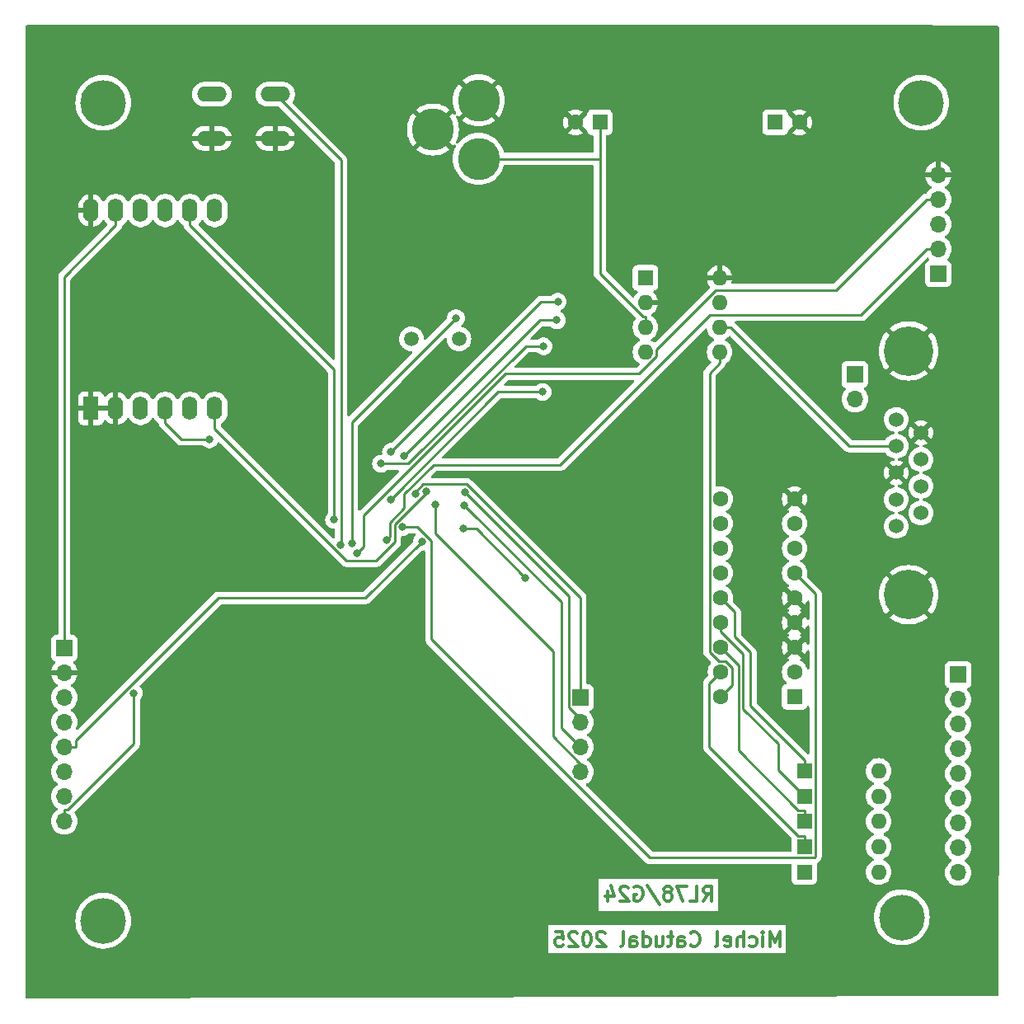
<source format=gbl>
G04 #@! TF.GenerationSoftware,KiCad,Pcbnew,8.0.6*
G04 #@! TF.CreationDate,2025-01-15T22:13:11-05:00*
G04 #@! TF.ProjectId,RL78_G24_Rev3,524c3738-5f47-4323-945f-526576332e6b,rev?*
G04 #@! TF.SameCoordinates,Original*
G04 #@! TF.FileFunction,Copper,L2,Bot*
G04 #@! TF.FilePolarity,Positive*
%FSLAX46Y46*%
G04 Gerber Fmt 4.6, Leading zero omitted, Abs format (unit mm)*
G04 Created by KiCad (PCBNEW 8.0.6) date 2025-01-15 22:13:11*
%MOMM*%
%LPD*%
G01*
G04 APERTURE LIST*
%ADD10C,0.300000*%
G04 #@! TA.AperFunction,NonConductor*
%ADD11C,0.300000*%
G04 #@! TD*
G04 #@! TA.AperFunction,ComponentPad*
%ADD12R,1.700000X1.700000*%
G04 #@! TD*
G04 #@! TA.AperFunction,ComponentPad*
%ADD13O,1.700000X1.700000*%
G04 #@! TD*
G04 #@! TA.AperFunction,ComponentPad*
%ADD14C,4.700000*%
G04 #@! TD*
G04 #@! TA.AperFunction,ComponentPad*
%ADD15C,4.318000*%
G04 #@! TD*
G04 #@! TA.AperFunction,ComponentPad*
%ADD16R,1.600000X1.600000*%
G04 #@! TD*
G04 #@! TA.AperFunction,ComponentPad*
%ADD17O,1.600000X1.600000*%
G04 #@! TD*
G04 #@! TA.AperFunction,ComponentPad*
%ADD18C,1.500000*%
G04 #@! TD*
G04 #@! TA.AperFunction,ComponentPad*
%ADD19C,1.600000*%
G04 #@! TD*
G04 #@! TA.AperFunction,ComponentPad*
%ADD20R,1.600000X2.400000*%
G04 #@! TD*
G04 #@! TA.AperFunction,ComponentPad*
%ADD21O,1.600000X2.400000*%
G04 #@! TD*
G04 #@! TA.AperFunction,ComponentPad*
%ADD22O,3.048000X1.524000*%
G04 #@! TD*
G04 #@! TA.AperFunction,ComponentPad*
%ADD23C,1.524000*%
G04 #@! TD*
G04 #@! TA.AperFunction,ComponentPad*
%ADD24C,5.080000*%
G04 #@! TD*
G04 #@! TA.AperFunction,ViaPad*
%ADD25C,0.800000*%
G04 #@! TD*
G04 #@! TA.AperFunction,Conductor*
%ADD26C,0.250000*%
G04 #@! TD*
G04 APERTURE END LIST*
D10*
D11*
X147449999Y-159628328D02*
X147449999Y-158128328D01*
X147449999Y-158128328D02*
X146949999Y-159199757D01*
X146949999Y-159199757D02*
X146449999Y-158128328D01*
X146449999Y-158128328D02*
X146449999Y-159628328D01*
X145735713Y-159628328D02*
X145735713Y-158628328D01*
X145735713Y-158128328D02*
X145807141Y-158199757D01*
X145807141Y-158199757D02*
X145735713Y-158271185D01*
X145735713Y-158271185D02*
X145664284Y-158199757D01*
X145664284Y-158199757D02*
X145735713Y-158128328D01*
X145735713Y-158128328D02*
X145735713Y-158271185D01*
X144378570Y-159556900D02*
X144521427Y-159628328D01*
X144521427Y-159628328D02*
X144807141Y-159628328D01*
X144807141Y-159628328D02*
X144949998Y-159556900D01*
X144949998Y-159556900D02*
X145021427Y-159485471D01*
X145021427Y-159485471D02*
X145092855Y-159342614D01*
X145092855Y-159342614D02*
X145092855Y-158914042D01*
X145092855Y-158914042D02*
X145021427Y-158771185D01*
X145021427Y-158771185D02*
X144949998Y-158699757D01*
X144949998Y-158699757D02*
X144807141Y-158628328D01*
X144807141Y-158628328D02*
X144521427Y-158628328D01*
X144521427Y-158628328D02*
X144378570Y-158699757D01*
X143735713Y-159628328D02*
X143735713Y-158128328D01*
X143092856Y-159628328D02*
X143092856Y-158842614D01*
X143092856Y-158842614D02*
X143164284Y-158699757D01*
X143164284Y-158699757D02*
X143307141Y-158628328D01*
X143307141Y-158628328D02*
X143521427Y-158628328D01*
X143521427Y-158628328D02*
X143664284Y-158699757D01*
X143664284Y-158699757D02*
X143735713Y-158771185D01*
X141807141Y-159556900D02*
X141949998Y-159628328D01*
X141949998Y-159628328D02*
X142235713Y-159628328D01*
X142235713Y-159628328D02*
X142378570Y-159556900D01*
X142378570Y-159556900D02*
X142449998Y-159414042D01*
X142449998Y-159414042D02*
X142449998Y-158842614D01*
X142449998Y-158842614D02*
X142378570Y-158699757D01*
X142378570Y-158699757D02*
X142235713Y-158628328D01*
X142235713Y-158628328D02*
X141949998Y-158628328D01*
X141949998Y-158628328D02*
X141807141Y-158699757D01*
X141807141Y-158699757D02*
X141735713Y-158842614D01*
X141735713Y-158842614D02*
X141735713Y-158985471D01*
X141735713Y-158985471D02*
X142449998Y-159128328D01*
X140878570Y-159628328D02*
X141021427Y-159556900D01*
X141021427Y-159556900D02*
X141092856Y-159414042D01*
X141092856Y-159414042D02*
X141092856Y-158128328D01*
X138307142Y-159485471D02*
X138378570Y-159556900D01*
X138378570Y-159556900D02*
X138592856Y-159628328D01*
X138592856Y-159628328D02*
X138735713Y-159628328D01*
X138735713Y-159628328D02*
X138949999Y-159556900D01*
X138949999Y-159556900D02*
X139092856Y-159414042D01*
X139092856Y-159414042D02*
X139164285Y-159271185D01*
X139164285Y-159271185D02*
X139235713Y-158985471D01*
X139235713Y-158985471D02*
X139235713Y-158771185D01*
X139235713Y-158771185D02*
X139164285Y-158485471D01*
X139164285Y-158485471D02*
X139092856Y-158342614D01*
X139092856Y-158342614D02*
X138949999Y-158199757D01*
X138949999Y-158199757D02*
X138735713Y-158128328D01*
X138735713Y-158128328D02*
X138592856Y-158128328D01*
X138592856Y-158128328D02*
X138378570Y-158199757D01*
X138378570Y-158199757D02*
X138307142Y-158271185D01*
X137021428Y-159628328D02*
X137021428Y-158842614D01*
X137021428Y-158842614D02*
X137092856Y-158699757D01*
X137092856Y-158699757D02*
X137235713Y-158628328D01*
X137235713Y-158628328D02*
X137521428Y-158628328D01*
X137521428Y-158628328D02*
X137664285Y-158699757D01*
X137021428Y-159556900D02*
X137164285Y-159628328D01*
X137164285Y-159628328D02*
X137521428Y-159628328D01*
X137521428Y-159628328D02*
X137664285Y-159556900D01*
X137664285Y-159556900D02*
X137735713Y-159414042D01*
X137735713Y-159414042D02*
X137735713Y-159271185D01*
X137735713Y-159271185D02*
X137664285Y-159128328D01*
X137664285Y-159128328D02*
X137521428Y-159056900D01*
X137521428Y-159056900D02*
X137164285Y-159056900D01*
X137164285Y-159056900D02*
X137021428Y-158985471D01*
X136521427Y-158628328D02*
X135949999Y-158628328D01*
X136307142Y-158128328D02*
X136307142Y-159414042D01*
X136307142Y-159414042D02*
X136235713Y-159556900D01*
X136235713Y-159556900D02*
X136092856Y-159628328D01*
X136092856Y-159628328D02*
X135949999Y-159628328D01*
X134807142Y-158628328D02*
X134807142Y-159628328D01*
X135449999Y-158628328D02*
X135449999Y-159414042D01*
X135449999Y-159414042D02*
X135378570Y-159556900D01*
X135378570Y-159556900D02*
X135235713Y-159628328D01*
X135235713Y-159628328D02*
X135021427Y-159628328D01*
X135021427Y-159628328D02*
X134878570Y-159556900D01*
X134878570Y-159556900D02*
X134807142Y-159485471D01*
X133449999Y-159628328D02*
X133449999Y-158128328D01*
X133449999Y-159556900D02*
X133592856Y-159628328D01*
X133592856Y-159628328D02*
X133878570Y-159628328D01*
X133878570Y-159628328D02*
X134021427Y-159556900D01*
X134021427Y-159556900D02*
X134092856Y-159485471D01*
X134092856Y-159485471D02*
X134164284Y-159342614D01*
X134164284Y-159342614D02*
X134164284Y-158914042D01*
X134164284Y-158914042D02*
X134092856Y-158771185D01*
X134092856Y-158771185D02*
X134021427Y-158699757D01*
X134021427Y-158699757D02*
X133878570Y-158628328D01*
X133878570Y-158628328D02*
X133592856Y-158628328D01*
X133592856Y-158628328D02*
X133449999Y-158699757D01*
X132092856Y-159628328D02*
X132092856Y-158842614D01*
X132092856Y-158842614D02*
X132164284Y-158699757D01*
X132164284Y-158699757D02*
X132307141Y-158628328D01*
X132307141Y-158628328D02*
X132592856Y-158628328D01*
X132592856Y-158628328D02*
X132735713Y-158699757D01*
X132092856Y-159556900D02*
X132235713Y-159628328D01*
X132235713Y-159628328D02*
X132592856Y-159628328D01*
X132592856Y-159628328D02*
X132735713Y-159556900D01*
X132735713Y-159556900D02*
X132807141Y-159414042D01*
X132807141Y-159414042D02*
X132807141Y-159271185D01*
X132807141Y-159271185D02*
X132735713Y-159128328D01*
X132735713Y-159128328D02*
X132592856Y-159056900D01*
X132592856Y-159056900D02*
X132235713Y-159056900D01*
X132235713Y-159056900D02*
X132092856Y-158985471D01*
X131164284Y-159628328D02*
X131307141Y-159556900D01*
X131307141Y-159556900D02*
X131378570Y-159414042D01*
X131378570Y-159414042D02*
X131378570Y-158128328D01*
X129521427Y-158271185D02*
X129449999Y-158199757D01*
X129449999Y-158199757D02*
X129307142Y-158128328D01*
X129307142Y-158128328D02*
X128949999Y-158128328D01*
X128949999Y-158128328D02*
X128807142Y-158199757D01*
X128807142Y-158199757D02*
X128735713Y-158271185D01*
X128735713Y-158271185D02*
X128664284Y-158414042D01*
X128664284Y-158414042D02*
X128664284Y-158556900D01*
X128664284Y-158556900D02*
X128735713Y-158771185D01*
X128735713Y-158771185D02*
X129592856Y-159628328D01*
X129592856Y-159628328D02*
X128664284Y-159628328D01*
X127735713Y-158128328D02*
X127592856Y-158128328D01*
X127592856Y-158128328D02*
X127449999Y-158199757D01*
X127449999Y-158199757D02*
X127378571Y-158271185D01*
X127378571Y-158271185D02*
X127307142Y-158414042D01*
X127307142Y-158414042D02*
X127235713Y-158699757D01*
X127235713Y-158699757D02*
X127235713Y-159056900D01*
X127235713Y-159056900D02*
X127307142Y-159342614D01*
X127307142Y-159342614D02*
X127378571Y-159485471D01*
X127378571Y-159485471D02*
X127449999Y-159556900D01*
X127449999Y-159556900D02*
X127592856Y-159628328D01*
X127592856Y-159628328D02*
X127735713Y-159628328D01*
X127735713Y-159628328D02*
X127878571Y-159556900D01*
X127878571Y-159556900D02*
X127949999Y-159485471D01*
X127949999Y-159485471D02*
X128021428Y-159342614D01*
X128021428Y-159342614D02*
X128092856Y-159056900D01*
X128092856Y-159056900D02*
X128092856Y-158699757D01*
X128092856Y-158699757D02*
X128021428Y-158414042D01*
X128021428Y-158414042D02*
X127949999Y-158271185D01*
X127949999Y-158271185D02*
X127878571Y-158199757D01*
X127878571Y-158199757D02*
X127735713Y-158128328D01*
X126664285Y-158271185D02*
X126592857Y-158199757D01*
X126592857Y-158199757D02*
X126450000Y-158128328D01*
X126450000Y-158128328D02*
X126092857Y-158128328D01*
X126092857Y-158128328D02*
X125950000Y-158199757D01*
X125950000Y-158199757D02*
X125878571Y-158271185D01*
X125878571Y-158271185D02*
X125807142Y-158414042D01*
X125807142Y-158414042D02*
X125807142Y-158556900D01*
X125807142Y-158556900D02*
X125878571Y-158771185D01*
X125878571Y-158771185D02*
X126735714Y-159628328D01*
X126735714Y-159628328D02*
X125807142Y-159628328D01*
X124450000Y-158128328D02*
X125164286Y-158128328D01*
X125164286Y-158128328D02*
X125235714Y-158842614D01*
X125235714Y-158842614D02*
X125164286Y-158771185D01*
X125164286Y-158771185D02*
X125021429Y-158699757D01*
X125021429Y-158699757D02*
X124664286Y-158699757D01*
X124664286Y-158699757D02*
X124521429Y-158771185D01*
X124521429Y-158771185D02*
X124450000Y-158842614D01*
X124450000Y-158842614D02*
X124378571Y-158985471D01*
X124378571Y-158985471D02*
X124378571Y-159342614D01*
X124378571Y-159342614D02*
X124450000Y-159485471D01*
X124450000Y-159485471D02*
X124521429Y-159556900D01*
X124521429Y-159556900D02*
X124664286Y-159628328D01*
X124664286Y-159628328D02*
X125021429Y-159628328D01*
X125021429Y-159628328D02*
X125164286Y-159556900D01*
X125164286Y-159556900D02*
X125235714Y-159485471D01*
D10*
D11*
X139610713Y-154953328D02*
X140110713Y-154239042D01*
X140467856Y-154953328D02*
X140467856Y-153453328D01*
X140467856Y-153453328D02*
X139896427Y-153453328D01*
X139896427Y-153453328D02*
X139753570Y-153524757D01*
X139753570Y-153524757D02*
X139682141Y-153596185D01*
X139682141Y-153596185D02*
X139610713Y-153739042D01*
X139610713Y-153739042D02*
X139610713Y-153953328D01*
X139610713Y-153953328D02*
X139682141Y-154096185D01*
X139682141Y-154096185D02*
X139753570Y-154167614D01*
X139753570Y-154167614D02*
X139896427Y-154239042D01*
X139896427Y-154239042D02*
X140467856Y-154239042D01*
X138253570Y-154953328D02*
X138967856Y-154953328D01*
X138967856Y-154953328D02*
X138967856Y-153453328D01*
X137896427Y-153453328D02*
X136896427Y-153453328D01*
X136896427Y-153453328D02*
X137539284Y-154953328D01*
X136110713Y-154096185D02*
X136253570Y-154024757D01*
X136253570Y-154024757D02*
X136324999Y-153953328D01*
X136324999Y-153953328D02*
X136396427Y-153810471D01*
X136396427Y-153810471D02*
X136396427Y-153739042D01*
X136396427Y-153739042D02*
X136324999Y-153596185D01*
X136324999Y-153596185D02*
X136253570Y-153524757D01*
X136253570Y-153524757D02*
X136110713Y-153453328D01*
X136110713Y-153453328D02*
X135824999Y-153453328D01*
X135824999Y-153453328D02*
X135682142Y-153524757D01*
X135682142Y-153524757D02*
X135610713Y-153596185D01*
X135610713Y-153596185D02*
X135539284Y-153739042D01*
X135539284Y-153739042D02*
X135539284Y-153810471D01*
X135539284Y-153810471D02*
X135610713Y-153953328D01*
X135610713Y-153953328D02*
X135682142Y-154024757D01*
X135682142Y-154024757D02*
X135824999Y-154096185D01*
X135824999Y-154096185D02*
X136110713Y-154096185D01*
X136110713Y-154096185D02*
X136253570Y-154167614D01*
X136253570Y-154167614D02*
X136324999Y-154239042D01*
X136324999Y-154239042D02*
X136396427Y-154381900D01*
X136396427Y-154381900D02*
X136396427Y-154667614D01*
X136396427Y-154667614D02*
X136324999Y-154810471D01*
X136324999Y-154810471D02*
X136253570Y-154881900D01*
X136253570Y-154881900D02*
X136110713Y-154953328D01*
X136110713Y-154953328D02*
X135824999Y-154953328D01*
X135824999Y-154953328D02*
X135682142Y-154881900D01*
X135682142Y-154881900D02*
X135610713Y-154810471D01*
X135610713Y-154810471D02*
X135539284Y-154667614D01*
X135539284Y-154667614D02*
X135539284Y-154381900D01*
X135539284Y-154381900D02*
X135610713Y-154239042D01*
X135610713Y-154239042D02*
X135682142Y-154167614D01*
X135682142Y-154167614D02*
X135824999Y-154096185D01*
X133824999Y-153381900D02*
X135110713Y-155310471D01*
X132539284Y-153524757D02*
X132682142Y-153453328D01*
X132682142Y-153453328D02*
X132896427Y-153453328D01*
X132896427Y-153453328D02*
X133110713Y-153524757D01*
X133110713Y-153524757D02*
X133253570Y-153667614D01*
X133253570Y-153667614D02*
X133324999Y-153810471D01*
X133324999Y-153810471D02*
X133396427Y-154096185D01*
X133396427Y-154096185D02*
X133396427Y-154310471D01*
X133396427Y-154310471D02*
X133324999Y-154596185D01*
X133324999Y-154596185D02*
X133253570Y-154739042D01*
X133253570Y-154739042D02*
X133110713Y-154881900D01*
X133110713Y-154881900D02*
X132896427Y-154953328D01*
X132896427Y-154953328D02*
X132753570Y-154953328D01*
X132753570Y-154953328D02*
X132539284Y-154881900D01*
X132539284Y-154881900D02*
X132467856Y-154810471D01*
X132467856Y-154810471D02*
X132467856Y-154310471D01*
X132467856Y-154310471D02*
X132753570Y-154310471D01*
X131896427Y-153596185D02*
X131824999Y-153524757D01*
X131824999Y-153524757D02*
X131682142Y-153453328D01*
X131682142Y-153453328D02*
X131324999Y-153453328D01*
X131324999Y-153453328D02*
X131182142Y-153524757D01*
X131182142Y-153524757D02*
X131110713Y-153596185D01*
X131110713Y-153596185D02*
X131039284Y-153739042D01*
X131039284Y-153739042D02*
X131039284Y-153881900D01*
X131039284Y-153881900D02*
X131110713Y-154096185D01*
X131110713Y-154096185D02*
X131967856Y-154953328D01*
X131967856Y-154953328D02*
X131039284Y-154953328D01*
X129753571Y-153953328D02*
X129753571Y-154953328D01*
X130110713Y-153381900D02*
X130467856Y-154453328D01*
X130467856Y-154453328D02*
X129539285Y-154453328D01*
D12*
X155177000Y-100898000D03*
D13*
X155177000Y-103438000D03*
D14*
X78000000Y-73000000D03*
X162000000Y-73000000D03*
X78000000Y-157000000D03*
X159997000Y-156643000D03*
D15*
X116550000Y-72750000D03*
X111850000Y-75750000D03*
X116550000Y-78750000D03*
D16*
X150000000Y-149400000D03*
D17*
X157620000Y-149400000D03*
D18*
X109650000Y-97250000D03*
X114530000Y-97250000D03*
D16*
X147000000Y-75000000D03*
D19*
X149500000Y-75000000D03*
D20*
X76750000Y-104390000D03*
D21*
X79290000Y-104390000D03*
X81830000Y-104390000D03*
X84370000Y-104390000D03*
X86910000Y-104390000D03*
X89450000Y-104390000D03*
X89450000Y-84070000D03*
X86910000Y-84070000D03*
X84370000Y-84070000D03*
X81830000Y-84070000D03*
X79290000Y-84070000D03*
X76750000Y-84070000D03*
D16*
X150000000Y-152000000D03*
D17*
X157620000Y-152000000D03*
D16*
X150000000Y-144200000D03*
D17*
X157620000Y-144200000D03*
D22*
X89150000Y-72128800D03*
X95652400Y-72128800D03*
X89150000Y-76650000D03*
X95652400Y-76650000D03*
D12*
X74000000Y-129000000D03*
D13*
X74000000Y-131540000D03*
X74000000Y-134080000D03*
X74000000Y-136620000D03*
X74000000Y-139160000D03*
X74000000Y-141700000D03*
X74000000Y-144240000D03*
X74000000Y-146780000D03*
D16*
X129000000Y-75000000D03*
D19*
X126500000Y-75000000D03*
D23*
X159430000Y-105513600D03*
X159430000Y-108256800D03*
X159430000Y-111000000D03*
X159430000Y-113743200D03*
X159430000Y-116486400D03*
X161970000Y-106885200D03*
X161970000Y-109628400D03*
X161970000Y-112371600D03*
X161970000Y-115114800D03*
D24*
X160700000Y-98477800D03*
X160700000Y-123522200D03*
D16*
X133675000Y-90975000D03*
D17*
X133675000Y-93515000D03*
X133675000Y-96055000D03*
X133675000Y-98595000D03*
X141295000Y-98595000D03*
X141295000Y-96055000D03*
X141295000Y-93515000D03*
X141295000Y-90975000D03*
D16*
X150000000Y-141600000D03*
D17*
X157620000Y-141600000D03*
D16*
X149000000Y-134000000D03*
D19*
X149000000Y-131460000D03*
X149000000Y-128920000D03*
X149000000Y-126380000D03*
X149000000Y-123840000D03*
X149000000Y-121300000D03*
X149000000Y-118760000D03*
X149000000Y-116220000D03*
X149000000Y-113680000D03*
X141380000Y-113680000D03*
X141380000Y-116220000D03*
X141380000Y-118760000D03*
X141380000Y-121300000D03*
X141380000Y-123840000D03*
X141380000Y-126380000D03*
X141380000Y-128920000D03*
X141380000Y-131460000D03*
X141380000Y-134000000D03*
D12*
X127000000Y-134080000D03*
D13*
X127000000Y-136620000D03*
X127000000Y-139160000D03*
X127000000Y-141700000D03*
D16*
X150000000Y-146800000D03*
D17*
X157620000Y-146800000D03*
D12*
X163750000Y-90560000D03*
D13*
X163750000Y-88020000D03*
X163750000Y-85480000D03*
X163750000Y-82940000D03*
X163750000Y-80400000D03*
D12*
X165800000Y-131740000D03*
D13*
X165800000Y-134280000D03*
X165800000Y-136820000D03*
X165800000Y-139360000D03*
X165800000Y-141900000D03*
X165800000Y-144440000D03*
X165800000Y-146980000D03*
X165800000Y-149520000D03*
X165800000Y-152060000D03*
D25*
X146100000Y-130800000D03*
X137300000Y-128400000D03*
X125650000Y-105400000D03*
X126600000Y-89200000D03*
X134550000Y-129500000D03*
X106600000Y-88000000D03*
X126650000Y-84300000D03*
X107079800Y-117918300D03*
X102393800Y-118403800D03*
X104055400Y-119286200D03*
X121316500Y-121767300D03*
X114946200Y-116750000D03*
X88904000Y-107557000D03*
X111171500Y-112912800D03*
X101705600Y-115812100D03*
X115093300Y-114325600D03*
X108844300Y-109307200D03*
X124583000Y-95326100D03*
X107495000Y-113766700D03*
X123107400Y-102690400D03*
X124680300Y-93436500D03*
X107546800Y-108853600D03*
X123206200Y-97997000D03*
X106520200Y-110061000D03*
X108677000Y-116577700D03*
X115144500Y-113018300D03*
X112069700Y-114277700D03*
X110723600Y-118054600D03*
X81126200Y-133616300D03*
X110049000Y-113132600D03*
X114219900Y-95111800D03*
X103539500Y-118267400D03*
D26*
X136800000Y-127900000D02*
X136150000Y-127900000D01*
X136150000Y-127900000D02*
X134550000Y-129500000D01*
X126600000Y-89200000D02*
X126600000Y-84350000D01*
X147120000Y-130800000D02*
X146100000Y-130800000D01*
X149000000Y-128920000D02*
X147120000Y-130800000D01*
X137300000Y-128400000D02*
X136800000Y-127900000D01*
X126600000Y-84350000D02*
X126650000Y-84300000D01*
X129000000Y-78750000D02*
X129000000Y-75000000D01*
X129000000Y-90535000D02*
X129000000Y-78750000D01*
X133675000Y-96055000D02*
X133675000Y-94928300D01*
X133675000Y-94928300D02*
X133393300Y-94928300D01*
X133393300Y-94928300D02*
X129000000Y-90535000D01*
X129000000Y-78750000D02*
X116550000Y-78750000D01*
X142543300Y-131001600D02*
X142543300Y-132836700D01*
X79290000Y-84070000D02*
X79290000Y-85596700D01*
X141195900Y-130333300D02*
X141875000Y-130333300D01*
X142543300Y-132836700D02*
X141380000Y-134000000D01*
X74000000Y-90886700D02*
X79290000Y-85596700D01*
X141295000Y-99721700D02*
X140253300Y-100763400D01*
X141875000Y-130333300D02*
X142543300Y-131001600D01*
X74000000Y-129000000D02*
X74000000Y-90886700D01*
X140253300Y-129390700D02*
X141195900Y-130333300D01*
X141295000Y-98595000D02*
X141295000Y-99721700D01*
X140253300Y-100763400D02*
X140253300Y-129390700D01*
X124899000Y-110188000D02*
X111926100Y-110188000D01*
X155808300Y-94785000D02*
X140302000Y-94785000D01*
X140302000Y-94785000D02*
X124899000Y-110188000D01*
X163750000Y-88020000D02*
X162573300Y-88020000D01*
X107420400Y-117577700D02*
X107079800Y-117918300D01*
X108918500Y-113195600D02*
X108918500Y-114588000D01*
X111926100Y-110188000D02*
X108918500Y-113195600D01*
X107420400Y-116086100D02*
X107420400Y-117577700D01*
X162573300Y-88020000D02*
X155808300Y-94785000D01*
X108918500Y-114588000D02*
X107420400Y-116086100D01*
X102432400Y-78908800D02*
X102432400Y-118365200D01*
X95652400Y-72128800D02*
X102432400Y-78908800D01*
X102432400Y-118365200D02*
X102393800Y-118403800D01*
X134801700Y-98361400D02*
X134801700Y-99061800D01*
X153268300Y-92245000D02*
X140918100Y-92245000D01*
X104763600Y-115384000D02*
X104763600Y-118578000D01*
X104763600Y-118578000D02*
X104055400Y-119286200D01*
X162573300Y-82940000D02*
X153268300Y-92245000D01*
X140918100Y-92245000D02*
X134801700Y-98361400D01*
X119309000Y-100838600D02*
X104763600Y-115384000D01*
X133024900Y-100838600D02*
X119309000Y-100838600D01*
X163750000Y-82940000D02*
X162573300Y-82940000D01*
X134801700Y-99061800D02*
X133024900Y-100838600D01*
X150000000Y-140473300D02*
X144450000Y-134923300D01*
X150000000Y-141600000D02*
X150000000Y-140473300D01*
X144450000Y-129450000D02*
X142850000Y-127850000D01*
X144450000Y-134923300D02*
X144450000Y-129450000D01*
X142850000Y-125310000D02*
X141380000Y-123840000D01*
X142850000Y-127850000D02*
X142850000Y-125310000D01*
X143674000Y-129623009D02*
X143674000Y-135224000D01*
X141380000Y-127329009D02*
X143674000Y-129623009D01*
X147299700Y-138849700D02*
X147299700Y-141499700D01*
X141380000Y-126380000D02*
X141380000Y-127329009D01*
X147299700Y-141499700D02*
X150000000Y-144200000D01*
X143674000Y-135224000D02*
X147299700Y-138849700D01*
X150000000Y-146800000D02*
X150000000Y-145673300D01*
X143224000Y-139513500D02*
X143224000Y-130764000D01*
X143224000Y-130764000D02*
X141380000Y-128920000D01*
X150000000Y-145673300D02*
X149383800Y-145673300D01*
X149383800Y-145673300D02*
X143224000Y-139513500D01*
X140230500Y-139120000D02*
X140230500Y-132609500D01*
X140230500Y-132609500D02*
X141380000Y-131460000D01*
X150000000Y-148273300D02*
X149383800Y-148273300D01*
X150000000Y-149400000D02*
X150000000Y-148273300D01*
X149383800Y-148273300D02*
X140230500Y-139120000D01*
X114946200Y-116750000D02*
X116299200Y-116750000D01*
X116299200Y-116750000D02*
X121316500Y-121767300D01*
X84370000Y-104390000D02*
X84370000Y-105916700D01*
X88904000Y-107557000D02*
X86010300Y-107557000D01*
X86010300Y-107557000D02*
X84370000Y-105916700D01*
X102992400Y-120030000D02*
X106022500Y-120030000D01*
X111171500Y-113038500D02*
X111171500Y-112912800D01*
X89450000Y-106487600D02*
X102992400Y-120030000D01*
X89450000Y-105916700D02*
X89450000Y-106487600D01*
X106022500Y-120030000D02*
X107949900Y-118102600D01*
X107949900Y-118102600D02*
X107949900Y-116260100D01*
X107949900Y-116260100D02*
X111171500Y-113038500D01*
X89450000Y-104390000D02*
X89450000Y-105916700D01*
X86910000Y-85596700D02*
X101705600Y-100392300D01*
X86910000Y-84070000D02*
X86910000Y-85596700D01*
X101705600Y-100392300D02*
X101705600Y-115812100D01*
X125023600Y-124255900D02*
X125023600Y-137183600D01*
X115093300Y-114325600D02*
X125023600Y-124255900D01*
X125023600Y-137183600D02*
X127000000Y-139160000D01*
X122825400Y-95326100D02*
X124583000Y-95326100D01*
X108844300Y-109307200D02*
X122825400Y-95326100D01*
X118571300Y-102690400D02*
X107495000Y-113766700D01*
X123107400Y-102690400D02*
X118571300Y-102690400D01*
X122963900Y-93436500D02*
X124680300Y-93436500D01*
X107546800Y-108853600D02*
X122963900Y-93436500D01*
X106520200Y-110061000D02*
X109318800Y-110061000D01*
X121382700Y-97997100D02*
X123206200Y-97997100D01*
X123206200Y-97997100D02*
X123206200Y-97997000D01*
X109318800Y-110061000D02*
X121382700Y-97997100D01*
X134132800Y-150526700D02*
X111695300Y-128089200D01*
X151139800Y-150394900D02*
X151008000Y-150526700D01*
X110276300Y-116577700D02*
X108677000Y-116577700D01*
X111695300Y-117996700D02*
X110276300Y-116577700D01*
X111695300Y-128089200D02*
X111695300Y-117996700D01*
X151008000Y-150526700D02*
X134132800Y-150526700D01*
X151139800Y-123439800D02*
X151139800Y-150394900D01*
X149000000Y-121300000D02*
X151139800Y-123439800D01*
X125823300Y-123697100D02*
X125823300Y-135075600D01*
X125823300Y-135075600D02*
X127000000Y-136252300D01*
X127000000Y-136252300D02*
X127000000Y-136620000D01*
X115144500Y-113018300D02*
X125823300Y-123697100D01*
X112069700Y-117230100D02*
X124197000Y-129357400D01*
X124197000Y-138088000D02*
X127000000Y-140891000D01*
X112069700Y-114277700D02*
X112069700Y-117230100D01*
X127000000Y-140891000D02*
X127000000Y-141700000D01*
X124197000Y-129357400D02*
X124197000Y-138088000D01*
X74000000Y-139160000D02*
X75176700Y-139160000D01*
X89835100Y-123839700D02*
X75176700Y-138498100D01*
X104938500Y-123839700D02*
X89835100Y-123839700D01*
X75176700Y-138498100D02*
X75176700Y-139160000D01*
X110723600Y-118054600D02*
X104938500Y-123839700D01*
X74367700Y-145603300D02*
X81126200Y-138844800D01*
X81126200Y-138844800D02*
X81126200Y-133616300D01*
X74000000Y-146780000D02*
X74000000Y-145603300D01*
X74000000Y-145603300D02*
X74367700Y-145603300D01*
X110870600Y-112186100D02*
X110049000Y-113007700D01*
X115340000Y-112186100D02*
X110870600Y-112186100D01*
X110049000Y-113007700D02*
X110049000Y-113132600D01*
X127000000Y-123846100D02*
X115340000Y-112186100D01*
X127000000Y-134080000D02*
X127000000Y-123846100D01*
X142421700Y-96055000D02*
X154623500Y-108256800D01*
X141295000Y-96055000D02*
X142421700Y-96055000D01*
X154623500Y-108256800D02*
X159430000Y-108256800D01*
X114219900Y-95111800D02*
X103539500Y-105792200D01*
X103539500Y-105792200D02*
X103539500Y-118267400D01*
G04 #@! TA.AperFunction,Conductor*
G36*
X139919251Y-96167818D02*
G01*
X139976087Y-96210365D01*
X140000739Y-96274887D01*
X140001456Y-96283082D01*
X140060715Y-96504240D01*
X140060717Y-96504246D01*
X140093433Y-96574405D01*
X140157477Y-96711749D01*
X140288802Y-96899300D01*
X140450700Y-97061198D01*
X140638251Y-97192523D01*
X140666900Y-97205882D01*
X140677457Y-97210805D01*
X140730742Y-97257722D01*
X140750203Y-97325999D01*
X140729661Y-97393959D01*
X140677457Y-97439195D01*
X140638250Y-97457477D01*
X140450703Y-97588799D01*
X140450697Y-97588804D01*
X140288804Y-97750697D01*
X140288799Y-97750703D01*
X140157477Y-97938250D01*
X140060717Y-98145753D01*
X140060715Y-98145759D01*
X140007582Y-98344056D01*
X140001457Y-98366913D01*
X139981502Y-98595000D01*
X140001457Y-98823087D01*
X140023540Y-98905500D01*
X140060715Y-99044240D01*
X140060717Y-99044246D01*
X140157477Y-99251749D01*
X140288802Y-99439300D01*
X140389002Y-99539500D01*
X140396053Y-99546551D01*
X140430078Y-99608863D01*
X140425012Y-99679679D01*
X140396053Y-99724741D01*
X139849467Y-100271329D01*
X139761227Y-100359569D01*
X139761226Y-100359571D01*
X139691901Y-100463323D01*
X139644146Y-100578612D01*
X139619800Y-100701003D01*
X139619800Y-100701006D01*
X139619800Y-129328306D01*
X139619800Y-129453094D01*
X139644145Y-129575485D01*
X139691900Y-129690775D01*
X139761229Y-129794533D01*
X140267581Y-130300886D01*
X140389003Y-130422308D01*
X140423028Y-130484620D01*
X140417963Y-130555436D01*
X140389005Y-130600496D01*
X140373802Y-130615699D01*
X140373801Y-130615699D01*
X140242477Y-130803250D01*
X140145717Y-131010753D01*
X140145715Y-131010759D01*
X140086457Y-131231913D01*
X140066502Y-131460000D01*
X140086457Y-131688090D01*
X140103459Y-131751541D01*
X140101769Y-131822518D01*
X140070848Y-131873247D01*
X139826667Y-132117429D01*
X139738427Y-132205669D01*
X139738426Y-132205671D01*
X139669100Y-132309425D01*
X139621345Y-132424715D01*
X139612634Y-132468510D01*
X139597000Y-132547103D01*
X139597000Y-132547106D01*
X139597000Y-139057606D01*
X139597000Y-139182394D01*
X139621345Y-139304785D01*
X139669100Y-139420075D01*
X139738429Y-139523833D01*
X139738431Y-139523835D01*
X148656100Y-148441504D01*
X148690126Y-148503816D01*
X148692284Y-148544056D01*
X148691501Y-148551341D01*
X148691500Y-148551367D01*
X148691500Y-149767200D01*
X148671498Y-149835321D01*
X148617842Y-149881814D01*
X148565500Y-149893200D01*
X134447395Y-149893200D01*
X134379274Y-149873198D01*
X134358300Y-149856295D01*
X127603972Y-143101967D01*
X127569946Y-143039655D01*
X127575011Y-142968840D01*
X127617558Y-142912004D01*
X127633089Y-142902063D01*
X127745576Y-142841189D01*
X127923240Y-142702906D01*
X128075722Y-142537268D01*
X128198860Y-142348791D01*
X128289296Y-142142616D01*
X128344564Y-141924368D01*
X128363156Y-141700000D01*
X128344564Y-141475632D01*
X128339944Y-141457387D01*
X128289297Y-141257387D01*
X128289296Y-141257386D01*
X128289296Y-141257384D01*
X128198860Y-141051209D01*
X128098170Y-140897091D01*
X128075724Y-140862734D01*
X128075720Y-140862729D01*
X127923237Y-140697091D01*
X127837039Y-140630000D01*
X127745576Y-140558811D01*
X127738297Y-140554872D01*
X127712320Y-140540814D01*
X127661929Y-140490802D01*
X127646576Y-140421485D01*
X127671136Y-140354872D01*
X127712320Y-140319186D01*
X127745576Y-140301189D01*
X127923240Y-140162906D01*
X128075722Y-139997268D01*
X128198860Y-139808791D01*
X128289296Y-139602616D01*
X128344564Y-139384368D01*
X128363156Y-139160000D01*
X128344564Y-138935632D01*
X128339944Y-138917387D01*
X128289297Y-138717387D01*
X128289296Y-138717386D01*
X128289296Y-138717384D01*
X128198860Y-138511209D01*
X128186198Y-138491828D01*
X128075724Y-138322734D01*
X128075720Y-138322729D01*
X127923237Y-138157091D01*
X127837039Y-138090000D01*
X127745576Y-138018811D01*
X127738297Y-138014872D01*
X127712320Y-138000814D01*
X127661929Y-137950802D01*
X127646576Y-137881485D01*
X127671136Y-137814872D01*
X127712320Y-137779186D01*
X127745576Y-137761189D01*
X127923240Y-137622906D01*
X128075722Y-137457268D01*
X128198860Y-137268791D01*
X128289296Y-137062616D01*
X128344564Y-136844368D01*
X128363156Y-136620000D01*
X128344564Y-136395632D01*
X128339944Y-136377387D01*
X128289297Y-136177387D01*
X128289296Y-136177386D01*
X128289296Y-136177384D01*
X128198860Y-135971209D01*
X128098170Y-135817091D01*
X128075724Y-135782734D01*
X128075719Y-135782729D01*
X127932524Y-135627179D01*
X127901103Y-135563514D01*
X127909090Y-135492968D01*
X127953948Y-135437939D01*
X127981183Y-135423789D01*
X128096204Y-135380889D01*
X128148842Y-135341485D01*
X128213261Y-135293261D01*
X128300887Y-135176207D01*
X128300887Y-135176206D01*
X128300889Y-135176204D01*
X128344960Y-135058045D01*
X128351988Y-135039204D01*
X128351990Y-135039196D01*
X128358499Y-134978649D01*
X128358500Y-134978632D01*
X128358500Y-133181367D01*
X128358499Y-133181350D01*
X128351990Y-133120803D01*
X128351988Y-133120795D01*
X128300889Y-132983797D01*
X128300887Y-132983792D01*
X128213261Y-132866738D01*
X128096207Y-132779112D01*
X128096202Y-132779110D01*
X127959204Y-132728011D01*
X127959196Y-132728009D01*
X127898649Y-132721500D01*
X127898638Y-132721500D01*
X127759500Y-132721500D01*
X127691379Y-132701498D01*
X127644886Y-132647842D01*
X127633500Y-132595500D01*
X127633500Y-123783707D01*
X127633499Y-123783703D01*
X127609155Y-123661315D01*
X127561400Y-123546025D01*
X127492071Y-123442267D01*
X127403833Y-123354029D01*
X115743833Y-111694029D01*
X115640075Y-111624700D01*
X115524785Y-111576945D01*
X115451086Y-111562285D01*
X115402396Y-111552600D01*
X115402394Y-111552600D01*
X111761595Y-111552600D01*
X111693474Y-111532598D01*
X111646981Y-111478942D01*
X111636877Y-111408668D01*
X111666371Y-111344088D01*
X111672500Y-111337505D01*
X112151600Y-110858405D01*
X112213912Y-110824379D01*
X112240695Y-110821500D01*
X124961393Y-110821500D01*
X124961394Y-110821500D01*
X125083785Y-110797155D01*
X125199075Y-110749400D01*
X125302833Y-110680071D01*
X139786126Y-96196777D01*
X139848436Y-96162753D01*
X139919251Y-96167818D01*
G37*
G04 #@! TD.AperFunction*
G04 #@! TA.AperFunction,Conductor*
G36*
X85712598Y-85034257D02*
G01*
X85752264Y-85080034D01*
X85790871Y-85155803D01*
X85911932Y-85322430D01*
X85911934Y-85322432D01*
X85911936Y-85322435D01*
X86057564Y-85468063D01*
X86057567Y-85468065D01*
X86057570Y-85468068D01*
X86224197Y-85589129D01*
X86224199Y-85589130D01*
X86228203Y-85592039D01*
X86226937Y-85593780D01*
X86268539Y-85639744D01*
X86278663Y-85669970D01*
X86285507Y-85704375D01*
X86300845Y-85781485D01*
X86348600Y-85896775D01*
X86417929Y-86000533D01*
X86417931Y-86000535D01*
X101035195Y-100617799D01*
X101069221Y-100680111D01*
X101072100Y-100706894D01*
X101072100Y-115109574D01*
X101052098Y-115177695D01*
X101039737Y-115193884D01*
X100966557Y-115275159D01*
X100871076Y-115440538D01*
X100871073Y-115440545D01*
X100812057Y-115622172D01*
X100792096Y-115812100D01*
X100812057Y-116002027D01*
X100822619Y-116034532D01*
X100871073Y-116183656D01*
X100871076Y-116183661D01*
X100966558Y-116349041D01*
X100966565Y-116349051D01*
X101094344Y-116490964D01*
X101094347Y-116490966D01*
X101248848Y-116603218D01*
X101423312Y-116680894D01*
X101610113Y-116720600D01*
X101672900Y-116720600D01*
X101741021Y-116740602D01*
X101787514Y-116794258D01*
X101798900Y-116846600D01*
X101798900Y-117636405D01*
X101778898Y-117704526D01*
X101725242Y-117751019D01*
X101654968Y-117761123D01*
X101590388Y-117731629D01*
X101583805Y-117725500D01*
X90120405Y-106262100D01*
X90086379Y-106199788D01*
X90083500Y-106173005D01*
X90083500Y-106011328D01*
X90103502Y-105943207D01*
X90135440Y-105909391D01*
X90135795Y-105909133D01*
X90135803Y-105909129D01*
X90302430Y-105788068D01*
X90448068Y-105642430D01*
X90569129Y-105475803D01*
X90662634Y-105292290D01*
X90726280Y-105096408D01*
X90758500Y-104892981D01*
X90758500Y-103887019D01*
X90726280Y-103683592D01*
X90662634Y-103487710D01*
X90569129Y-103304197D01*
X90448068Y-103137570D01*
X90448065Y-103137567D01*
X90448063Y-103137564D01*
X90302435Y-102991936D01*
X90302432Y-102991934D01*
X90302430Y-102991932D01*
X90148818Y-102880327D01*
X90135806Y-102870873D01*
X90135805Y-102870872D01*
X90135803Y-102870871D01*
X89952290Y-102777366D01*
X89952287Y-102777365D01*
X89952285Y-102777364D01*
X89756412Y-102713721D01*
X89756410Y-102713720D01*
X89756408Y-102713720D01*
X89552981Y-102681500D01*
X89347019Y-102681500D01*
X89143592Y-102713720D01*
X89143590Y-102713720D01*
X89143587Y-102713721D01*
X88947714Y-102777364D01*
X88947708Y-102777367D01*
X88764193Y-102870873D01*
X88597567Y-102991934D01*
X88597564Y-102991936D01*
X88451936Y-103137564D01*
X88451934Y-103137567D01*
X88330873Y-103304193D01*
X88292267Y-103379962D01*
X88243518Y-103431577D01*
X88174603Y-103448643D01*
X88107402Y-103425742D01*
X88067733Y-103379962D01*
X88057972Y-103360805D01*
X88029129Y-103304197D01*
X87908068Y-103137570D01*
X87908065Y-103137567D01*
X87908063Y-103137564D01*
X87762435Y-102991936D01*
X87762432Y-102991934D01*
X87762430Y-102991932D01*
X87608818Y-102880327D01*
X87595806Y-102870873D01*
X87595805Y-102870872D01*
X87595803Y-102870871D01*
X87412290Y-102777366D01*
X87412287Y-102777365D01*
X87412285Y-102777364D01*
X87216412Y-102713721D01*
X87216410Y-102713720D01*
X87216408Y-102713720D01*
X87012981Y-102681500D01*
X86807019Y-102681500D01*
X86603592Y-102713720D01*
X86603590Y-102713720D01*
X86603587Y-102713721D01*
X86407714Y-102777364D01*
X86407708Y-102777367D01*
X86224193Y-102870873D01*
X86057567Y-102991934D01*
X86057564Y-102991936D01*
X85911936Y-103137564D01*
X85911934Y-103137567D01*
X85790873Y-103304193D01*
X85752267Y-103379962D01*
X85703518Y-103431577D01*
X85634603Y-103448643D01*
X85567402Y-103425742D01*
X85527733Y-103379962D01*
X85517972Y-103360805D01*
X85489129Y-103304197D01*
X85368068Y-103137570D01*
X85368065Y-103137567D01*
X85368063Y-103137564D01*
X85222435Y-102991936D01*
X85222432Y-102991934D01*
X85222430Y-102991932D01*
X85068818Y-102880327D01*
X85055806Y-102870873D01*
X85055805Y-102870872D01*
X85055803Y-102870871D01*
X84872290Y-102777366D01*
X84872287Y-102777365D01*
X84872285Y-102777364D01*
X84676412Y-102713721D01*
X84676410Y-102713720D01*
X84676408Y-102713720D01*
X84472981Y-102681500D01*
X84267019Y-102681500D01*
X84063592Y-102713720D01*
X84063590Y-102713720D01*
X84063587Y-102713721D01*
X83867714Y-102777364D01*
X83867708Y-102777367D01*
X83684193Y-102870873D01*
X83517567Y-102991934D01*
X83517564Y-102991936D01*
X83371936Y-103137564D01*
X83371934Y-103137567D01*
X83250873Y-103304193D01*
X83212267Y-103379962D01*
X83163518Y-103431577D01*
X83094603Y-103448643D01*
X83027402Y-103425742D01*
X82987733Y-103379962D01*
X82977972Y-103360805D01*
X82949129Y-103304197D01*
X82828068Y-103137570D01*
X82828065Y-103137567D01*
X82828063Y-103137564D01*
X82682435Y-102991936D01*
X82682432Y-102991934D01*
X82682430Y-102991932D01*
X82528818Y-102880327D01*
X82515806Y-102870873D01*
X82515805Y-102870872D01*
X82515803Y-102870871D01*
X82332290Y-102777366D01*
X82332287Y-102777365D01*
X82332285Y-102777364D01*
X82136412Y-102713721D01*
X82136410Y-102713720D01*
X82136408Y-102713720D01*
X81932981Y-102681500D01*
X81727019Y-102681500D01*
X81523592Y-102713720D01*
X81523590Y-102713720D01*
X81523587Y-102713721D01*
X81327714Y-102777364D01*
X81327708Y-102777367D01*
X81144193Y-102870873D01*
X80977567Y-102991934D01*
X80977564Y-102991936D01*
X80831936Y-103137564D01*
X80831934Y-103137567D01*
X80710872Y-103304193D01*
X80671987Y-103380511D01*
X80623238Y-103432126D01*
X80554323Y-103449192D01*
X80487122Y-103426291D01*
X80447453Y-103380511D01*
X80408700Y-103304455D01*
X80287684Y-103137892D01*
X80287682Y-103137889D01*
X80142110Y-102992317D01*
X80142107Y-102992315D01*
X79975545Y-102871300D01*
X79792099Y-102777829D01*
X79792093Y-102777826D01*
X79596294Y-102714208D01*
X79596296Y-102714208D01*
X79544000Y-102705925D01*
X79544000Y-104078314D01*
X79535606Y-104069920D01*
X79444394Y-104017259D01*
X79342661Y-103990000D01*
X79237339Y-103990000D01*
X79135606Y-104017259D01*
X79044394Y-104069920D01*
X79036000Y-104078314D01*
X79036000Y-102705925D01*
X78983704Y-102714208D01*
X78787906Y-102777826D01*
X78787900Y-102777829D01*
X78604454Y-102871300D01*
X78437892Y-102992315D01*
X78437889Y-102992317D01*
X78292317Y-103137889D01*
X78292312Y-103137895D01*
X78280124Y-103154671D01*
X78223901Y-103198025D01*
X78153165Y-103204099D01*
X78090374Y-103170966D01*
X78055463Y-103109146D01*
X78052911Y-103094080D01*
X78051494Y-103080905D01*
X78000444Y-102944035D01*
X78000444Y-102944034D01*
X77912904Y-102827095D01*
X77795965Y-102739555D01*
X77659093Y-102688505D01*
X77598597Y-102682000D01*
X77004000Y-102682000D01*
X77004000Y-104078314D01*
X76995606Y-104069920D01*
X76904394Y-104017259D01*
X76802661Y-103990000D01*
X76697339Y-103990000D01*
X76595606Y-104017259D01*
X76504394Y-104069920D01*
X76496000Y-104078314D01*
X76496000Y-102682000D01*
X75901402Y-102682000D01*
X75840906Y-102688505D01*
X75704035Y-102739555D01*
X75704034Y-102739555D01*
X75587095Y-102827095D01*
X75499555Y-102944034D01*
X75499555Y-102944035D01*
X75448505Y-103080906D01*
X75442001Y-103141395D01*
X75442000Y-103141414D01*
X75442000Y-104136000D01*
X76438314Y-104136000D01*
X76429920Y-104144394D01*
X76377259Y-104235606D01*
X76350000Y-104337339D01*
X76350000Y-104442661D01*
X76377259Y-104544394D01*
X76429920Y-104635606D01*
X76438314Y-104644000D01*
X75442000Y-104644000D01*
X75442000Y-105638597D01*
X75448505Y-105699093D01*
X75499555Y-105835964D01*
X75499555Y-105835965D01*
X75587095Y-105952904D01*
X75704034Y-106040444D01*
X75840906Y-106091494D01*
X75901402Y-106097999D01*
X75901415Y-106098000D01*
X76496000Y-106098000D01*
X76496000Y-104701686D01*
X76504394Y-104710080D01*
X76595606Y-104762741D01*
X76697339Y-104790000D01*
X76802661Y-104790000D01*
X76904394Y-104762741D01*
X76995606Y-104710080D01*
X77004000Y-104701686D01*
X77004000Y-106098000D01*
X77598585Y-106098000D01*
X77598597Y-106097999D01*
X77659093Y-106091494D01*
X77795964Y-106040444D01*
X77795965Y-106040444D01*
X77912904Y-105952904D01*
X78000444Y-105835965D01*
X78000444Y-105835964D01*
X78051494Y-105699094D01*
X78052911Y-105685920D01*
X78080081Y-105620328D01*
X78138399Y-105579838D01*
X78209351Y-105577304D01*
X78270408Y-105613532D01*
X78280126Y-105625330D01*
X78292317Y-105642110D01*
X78437889Y-105787682D01*
X78437892Y-105787684D01*
X78604454Y-105908699D01*
X78787900Y-106002170D01*
X78787906Y-106002173D01*
X78983705Y-106065791D01*
X78983717Y-106065794D01*
X79035999Y-106074074D01*
X79036000Y-106074074D01*
X79036000Y-104701686D01*
X79044394Y-104710080D01*
X79135606Y-104762741D01*
X79237339Y-104790000D01*
X79342661Y-104790000D01*
X79444394Y-104762741D01*
X79535606Y-104710080D01*
X79544000Y-104701686D01*
X79544000Y-106074074D01*
X79596282Y-106065794D01*
X79596294Y-106065791D01*
X79792093Y-106002173D01*
X79792099Y-106002170D01*
X79975545Y-105908699D01*
X80142107Y-105787684D01*
X80142110Y-105787682D01*
X80287682Y-105642110D01*
X80287684Y-105642107D01*
X80408699Y-105475545D01*
X80447453Y-105399488D01*
X80496201Y-105347873D01*
X80565116Y-105330807D01*
X80632318Y-105353708D01*
X80671985Y-105399486D01*
X80710871Y-105475803D01*
X80831932Y-105642430D01*
X80831934Y-105642432D01*
X80831936Y-105642435D01*
X80977564Y-105788063D01*
X80977567Y-105788065D01*
X80977570Y-105788068D01*
X81144197Y-105909129D01*
X81327710Y-106002634D01*
X81523592Y-106066280D01*
X81727019Y-106098500D01*
X81727022Y-106098500D01*
X81932978Y-106098500D01*
X81932981Y-106098500D01*
X82136408Y-106066280D01*
X82332290Y-106002634D01*
X82515803Y-105909129D01*
X82682430Y-105788068D01*
X82828068Y-105642430D01*
X82949129Y-105475803D01*
X82987734Y-105400034D01*
X83036481Y-105348422D01*
X83105396Y-105331356D01*
X83172598Y-105354257D01*
X83212264Y-105400034D01*
X83250871Y-105475803D01*
X83371932Y-105642430D01*
X83371934Y-105642432D01*
X83371936Y-105642435D01*
X83517564Y-105788063D01*
X83517567Y-105788065D01*
X83517570Y-105788068D01*
X83684197Y-105909129D01*
X83684199Y-105909130D01*
X83688203Y-105912039D01*
X83686937Y-105913780D01*
X83728539Y-105959744D01*
X83738663Y-105989970D01*
X83742912Y-106011328D01*
X83760845Y-106101485D01*
X83808600Y-106216775D01*
X83877929Y-106320533D01*
X85606467Y-108049072D01*
X85710225Y-108118401D01*
X85772914Y-108144367D01*
X85825515Y-108166155D01*
X85947906Y-108190500D01*
X85947907Y-108190500D01*
X86072694Y-108190500D01*
X88195800Y-108190500D01*
X88263921Y-108210502D01*
X88289437Y-108232190D01*
X88292747Y-108235866D01*
X88447248Y-108348118D01*
X88621712Y-108425794D01*
X88808513Y-108465500D01*
X88999487Y-108465500D01*
X89186288Y-108425794D01*
X89360752Y-108348118D01*
X89515253Y-108235866D01*
X89570296Y-108174735D01*
X89643034Y-108093951D01*
X89643035Y-108093949D01*
X89643040Y-108093944D01*
X89738527Y-107928556D01*
X89738531Y-107928541D01*
X89741211Y-107922526D01*
X89742849Y-107923255D01*
X89777956Y-107871896D01*
X89843349Y-107844249D01*
X89913307Y-107856344D01*
X89946825Y-107880329D01*
X102588567Y-120522072D01*
X102692325Y-120591401D01*
X102807615Y-120639155D01*
X102930006Y-120663500D01*
X102930007Y-120663500D01*
X106084893Y-120663500D01*
X106084894Y-120663500D01*
X106207285Y-120639155D01*
X106322575Y-120591400D01*
X106426333Y-120522071D01*
X108441971Y-118506433D01*
X108511300Y-118402675D01*
X108559055Y-118287385D01*
X108583400Y-118164994D01*
X108583400Y-118040206D01*
X108583400Y-117612200D01*
X108603402Y-117544079D01*
X108657058Y-117497586D01*
X108709400Y-117486200D01*
X108772487Y-117486200D01*
X108959288Y-117446494D01*
X109133752Y-117368818D01*
X109288253Y-117256566D01*
X109291563Y-117252890D01*
X109352009Y-117215650D01*
X109385200Y-117211200D01*
X109961706Y-117211200D01*
X110029827Y-117231202D01*
X110050801Y-117248105D01*
X110059108Y-117256412D01*
X110093134Y-117318724D01*
X110088069Y-117389539D01*
X110063650Y-117429817D01*
X109984561Y-117517654D01*
X109984558Y-117517658D01*
X109889076Y-117683038D01*
X109889073Y-117683044D01*
X109882093Y-117704526D01*
X109830057Y-117864672D01*
X109812692Y-118029893D01*
X109785679Y-118095550D01*
X109776477Y-118105817D01*
X104713001Y-123169295D01*
X104650689Y-123203320D01*
X104623906Y-123206200D01*
X89772703Y-123206200D01*
X89699668Y-123220728D01*
X89650315Y-123230545D01*
X89650313Y-123230545D01*
X89650312Y-123230546D01*
X89535023Y-123278301D01*
X89431271Y-123347626D01*
X89431264Y-123347631D01*
X75429085Y-137349810D01*
X75366773Y-137383836D01*
X75295958Y-137378771D01*
X75239122Y-137336224D01*
X75214311Y-137269704D01*
X75224602Y-137210103D01*
X75289296Y-137062616D01*
X75344564Y-136844368D01*
X75363156Y-136620000D01*
X75344564Y-136395632D01*
X75339944Y-136377387D01*
X75289297Y-136177387D01*
X75289296Y-136177386D01*
X75289296Y-136177384D01*
X75198860Y-135971209D01*
X75098170Y-135817091D01*
X75075724Y-135782734D01*
X75075720Y-135782729D01*
X74923237Y-135617091D01*
X74837039Y-135550000D01*
X74745576Y-135478811D01*
X74738297Y-135474872D01*
X74712320Y-135460814D01*
X74661929Y-135410802D01*
X74646576Y-135341485D01*
X74671136Y-135274872D01*
X74712320Y-135239186D01*
X74721382Y-135234282D01*
X74745576Y-135221189D01*
X74923240Y-135082906D01*
X75075722Y-134917268D01*
X75198860Y-134728791D01*
X75289296Y-134522616D01*
X75344564Y-134304368D01*
X75363156Y-134080000D01*
X75344564Y-133855632D01*
X75339944Y-133837387D01*
X75289297Y-133637387D01*
X75289296Y-133637386D01*
X75289296Y-133637384D01*
X75198860Y-133431209D01*
X75098172Y-133277094D01*
X75075724Y-133242734D01*
X75075720Y-133242729D01*
X74935853Y-133090795D01*
X74923240Y-133077094D01*
X74923239Y-133077093D01*
X74923237Y-133077091D01*
X74787533Y-132971468D01*
X74745576Y-132938811D01*
X74711792Y-132920528D01*
X74661402Y-132870516D01*
X74646050Y-132801199D01*
X74670610Y-132734586D01*
X74711793Y-132698901D01*
X74745300Y-132680767D01*
X74745301Y-132680767D01*
X74922902Y-132542534D01*
X75075325Y-132376958D01*
X75198419Y-132188548D01*
X75288820Y-131982456D01*
X75288823Y-131982449D01*
X75336544Y-131794000D01*
X74430703Y-131794000D01*
X74465925Y-131732993D01*
X74500000Y-131605826D01*
X74500000Y-131474174D01*
X74465925Y-131347007D01*
X74430703Y-131286000D01*
X75336544Y-131286000D01*
X75336544Y-131285999D01*
X75288823Y-131097550D01*
X75288820Y-131097543D01*
X75198419Y-130891451D01*
X75075325Y-130703041D01*
X74932018Y-130547367D01*
X74900598Y-130483702D01*
X74908585Y-130413156D01*
X74953444Y-130358127D01*
X74980679Y-130343977D01*
X75096204Y-130300889D01*
X75213261Y-130213261D01*
X75230132Y-130190724D01*
X75300887Y-130096207D01*
X75300887Y-130096206D01*
X75300889Y-130096204D01*
X75351989Y-129959201D01*
X75358500Y-129898638D01*
X75358500Y-128101362D01*
X75358499Y-128101350D01*
X75351990Y-128040803D01*
X75351988Y-128040795D01*
X75300889Y-127903797D01*
X75300887Y-127903792D01*
X75213261Y-127786738D01*
X75096207Y-127699112D01*
X75096202Y-127699110D01*
X74959204Y-127648011D01*
X74959196Y-127648009D01*
X74898649Y-127641500D01*
X74898638Y-127641500D01*
X74759500Y-127641500D01*
X74691379Y-127621498D01*
X74644886Y-127567842D01*
X74633500Y-127515500D01*
X74633500Y-91201294D01*
X74653502Y-91133173D01*
X74670405Y-91112199D01*
X79782067Y-86000538D01*
X79782067Y-86000537D01*
X79782072Y-86000533D01*
X79851401Y-85896775D01*
X79899155Y-85781484D01*
X79921336Y-85669969D01*
X79954244Y-85607061D01*
X79972227Y-85592631D01*
X79971797Y-85592039D01*
X79975800Y-85589130D01*
X79975803Y-85589129D01*
X80142430Y-85468068D01*
X80288068Y-85322430D01*
X80409129Y-85155803D01*
X80447734Y-85080034D01*
X80496481Y-85028422D01*
X80565396Y-85011356D01*
X80632598Y-85034257D01*
X80672264Y-85080034D01*
X80710871Y-85155803D01*
X80831932Y-85322430D01*
X80831934Y-85322432D01*
X80831936Y-85322435D01*
X80977564Y-85468063D01*
X80977567Y-85468065D01*
X80977570Y-85468068D01*
X81144197Y-85589129D01*
X81327710Y-85682634D01*
X81523592Y-85746280D01*
X81727019Y-85778500D01*
X81727022Y-85778500D01*
X81932978Y-85778500D01*
X81932981Y-85778500D01*
X82136408Y-85746280D01*
X82332290Y-85682634D01*
X82515803Y-85589129D01*
X82682430Y-85468068D01*
X82828068Y-85322430D01*
X82949129Y-85155803D01*
X82987734Y-85080034D01*
X83036481Y-85028422D01*
X83105396Y-85011356D01*
X83172598Y-85034257D01*
X83212264Y-85080034D01*
X83250871Y-85155803D01*
X83371932Y-85322430D01*
X83371934Y-85322432D01*
X83371936Y-85322435D01*
X83517564Y-85468063D01*
X83517567Y-85468065D01*
X83517570Y-85468068D01*
X83684197Y-85589129D01*
X83867710Y-85682634D01*
X84063592Y-85746280D01*
X84267019Y-85778500D01*
X84267022Y-85778500D01*
X84472978Y-85778500D01*
X84472981Y-85778500D01*
X84676408Y-85746280D01*
X84872290Y-85682634D01*
X85055803Y-85589129D01*
X85222430Y-85468068D01*
X85368068Y-85322430D01*
X85489129Y-85155803D01*
X85527734Y-85080034D01*
X85576481Y-85028422D01*
X85645396Y-85011356D01*
X85712598Y-85034257D01*
G37*
G04 #@! TD.AperFunction*
G04 #@! TA.AperFunction,Conductor*
G36*
X150087097Y-129647888D02*
G01*
X150087099Y-129647888D01*
X150137088Y-129576497D01*
X150233811Y-129369073D01*
X150233813Y-129369068D01*
X150258593Y-129276590D01*
X150295545Y-129215967D01*
X150359405Y-129184946D01*
X150429900Y-129193374D01*
X150484647Y-129238577D01*
X150506264Y-129306202D01*
X150506300Y-129309201D01*
X150506300Y-131068868D01*
X150486298Y-131136989D01*
X150432642Y-131183482D01*
X150362368Y-131193586D01*
X150297788Y-131164092D01*
X150259404Y-131104366D01*
X150258593Y-131101479D01*
X150249855Y-131068868D01*
X150234284Y-131010757D01*
X150137523Y-130803251D01*
X150006198Y-130615700D01*
X149844300Y-130453802D01*
X149748214Y-130386522D01*
X149656749Y-130322477D01*
X149616951Y-130303919D01*
X149563666Y-130257002D01*
X149544205Y-130188725D01*
X149564747Y-130120765D01*
X149616951Y-130075529D01*
X149656497Y-130057088D01*
X149727888Y-130007099D01*
X149727888Y-130007097D01*
X149124948Y-129404157D01*
X149192993Y-129385925D01*
X149307007Y-129320099D01*
X149400099Y-129227007D01*
X149465925Y-129112993D01*
X149484157Y-129044948D01*
X150087097Y-129647888D01*
G37*
G04 #@! TD.AperFunction*
G04 #@! TA.AperFunction,Conductor*
G36*
X150087097Y-127107888D02*
G01*
X150087099Y-127107888D01*
X150137088Y-127036497D01*
X150233811Y-126829073D01*
X150233813Y-126829068D01*
X150258593Y-126736590D01*
X150295545Y-126675967D01*
X150359405Y-126644946D01*
X150429900Y-126653374D01*
X150484647Y-126698577D01*
X150506264Y-126766202D01*
X150506300Y-126769201D01*
X150506300Y-128530798D01*
X150486298Y-128598919D01*
X150432642Y-128645412D01*
X150362368Y-128655516D01*
X150297788Y-128626022D01*
X150259404Y-128566296D01*
X150258593Y-128563409D01*
X150233813Y-128470931D01*
X150233811Y-128470926D01*
X150137086Y-128263498D01*
X150087100Y-128192110D01*
X150087098Y-128192110D01*
X149484157Y-128795051D01*
X149465925Y-128727007D01*
X149400099Y-128612993D01*
X149307007Y-128519901D01*
X149192993Y-128454075D01*
X149124947Y-128435841D01*
X149727888Y-127832899D01*
X149727888Y-127832898D01*
X149656501Y-127782913D01*
X149616359Y-127764195D01*
X149563074Y-127717278D01*
X149543613Y-127649001D01*
X149564155Y-127581041D01*
X149616359Y-127535805D01*
X149656497Y-127517088D01*
X149727888Y-127467099D01*
X149727888Y-127467097D01*
X149124948Y-126864157D01*
X149192993Y-126845925D01*
X149307007Y-126780099D01*
X149400099Y-126687007D01*
X149465925Y-126572993D01*
X149484157Y-126504948D01*
X150087097Y-127107888D01*
G37*
G04 #@! TD.AperFunction*
G04 #@! TA.AperFunction,Conductor*
G36*
X150087097Y-124567888D02*
G01*
X150087099Y-124567888D01*
X150137088Y-124496497D01*
X150233811Y-124289073D01*
X150233813Y-124289068D01*
X150258593Y-124196590D01*
X150295545Y-124135967D01*
X150359405Y-124104946D01*
X150429900Y-124113374D01*
X150484647Y-124158577D01*
X150506264Y-124226202D01*
X150506300Y-124229201D01*
X150506300Y-125990798D01*
X150486298Y-126058919D01*
X150432642Y-126105412D01*
X150362368Y-126115516D01*
X150297788Y-126086022D01*
X150259404Y-126026296D01*
X150258593Y-126023409D01*
X150233813Y-125930931D01*
X150233811Y-125930926D01*
X150137086Y-125723498D01*
X150087100Y-125652110D01*
X150087098Y-125652110D01*
X149484157Y-126255051D01*
X149465925Y-126187007D01*
X149400099Y-126072993D01*
X149307007Y-125979901D01*
X149192993Y-125914075D01*
X149124947Y-125895841D01*
X149727888Y-125292899D01*
X149727888Y-125292898D01*
X149656501Y-125242913D01*
X149616359Y-125224195D01*
X149563074Y-125177278D01*
X149543613Y-125109001D01*
X149564155Y-125041041D01*
X149616359Y-124995805D01*
X149656497Y-124977088D01*
X149727888Y-124927099D01*
X149727888Y-124927097D01*
X149124948Y-124324157D01*
X149192993Y-124305925D01*
X149307007Y-124240099D01*
X149400099Y-124147007D01*
X149465925Y-124032993D01*
X149484157Y-123964948D01*
X150087097Y-124567888D01*
G37*
G04 #@! TD.AperFunction*
G04 #@! TA.AperFunction,Conductor*
G36*
X132482926Y-101492102D02*
G01*
X132529419Y-101545758D01*
X132539523Y-101616032D01*
X132510029Y-101680612D01*
X132503900Y-101687195D01*
X124673501Y-109517595D01*
X124611189Y-109551621D01*
X124584406Y-109554500D01*
X112907294Y-109554500D01*
X112839173Y-109534498D01*
X112792680Y-109480842D01*
X112782576Y-109410568D01*
X112812070Y-109345988D01*
X112818199Y-109339405D01*
X115732399Y-106425206D01*
X118796800Y-103360805D01*
X118859112Y-103326779D01*
X118885895Y-103323900D01*
X122399200Y-103323900D01*
X122467321Y-103343902D01*
X122492837Y-103365590D01*
X122496147Y-103369266D01*
X122650648Y-103481518D01*
X122825112Y-103559194D01*
X123011913Y-103598900D01*
X123202887Y-103598900D01*
X123389688Y-103559194D01*
X123564152Y-103481518D01*
X123718653Y-103369266D01*
X123721963Y-103365590D01*
X123846434Y-103227351D01*
X123846435Y-103227349D01*
X123846440Y-103227344D01*
X123941927Y-103061956D01*
X124000942Y-102880328D01*
X124020904Y-102690400D01*
X124000942Y-102500472D01*
X123941927Y-102318844D01*
X123846440Y-102153456D01*
X123846438Y-102153454D01*
X123846434Y-102153448D01*
X123718655Y-102011535D01*
X123564152Y-101899282D01*
X123389688Y-101821606D01*
X123202887Y-101781900D01*
X123011913Y-101781900D01*
X122825111Y-101821606D01*
X122650647Y-101899282D01*
X122496147Y-102011533D01*
X122492837Y-102015210D01*
X122432391Y-102052450D01*
X122399200Y-102056900D01*
X119290794Y-102056900D01*
X119222673Y-102036898D01*
X119176180Y-101983242D01*
X119166076Y-101912968D01*
X119195570Y-101848388D01*
X119201699Y-101841805D01*
X119534499Y-101509005D01*
X119596811Y-101474979D01*
X119623594Y-101472100D01*
X132414805Y-101472100D01*
X132482926Y-101492102D01*
G37*
G04 #@! TD.AperFunction*
G04 #@! TA.AperFunction,Conductor*
G36*
X78969920Y-104144394D02*
G01*
X78917259Y-104235606D01*
X78890000Y-104337339D01*
X78890000Y-104442661D01*
X78917259Y-104544394D01*
X78969920Y-104635606D01*
X78978314Y-104644000D01*
X77061686Y-104644000D01*
X77070080Y-104635606D01*
X77122741Y-104544394D01*
X77150000Y-104442661D01*
X77150000Y-104337339D01*
X77122741Y-104235606D01*
X77070080Y-104144394D01*
X77061686Y-104136000D01*
X78978314Y-104136000D01*
X78969920Y-104144394D01*
G37*
G04 #@! TD.AperFunction*
G04 #@! TA.AperFunction,Conductor*
G36*
X156532543Y-65025502D02*
G01*
X169849192Y-65098487D01*
X169917201Y-65118862D01*
X169963399Y-65172772D01*
X169974500Y-65224485D01*
X169974500Y-140439997D01*
X169926250Y-164593570D01*
X169906112Y-164661650D01*
X169852363Y-164708036D01*
X169800570Y-164719318D01*
X70151820Y-164972554D01*
X70083649Y-164952725D01*
X70037020Y-164899187D01*
X70025500Y-164846554D01*
X70025500Y-160293553D01*
X123713346Y-160293553D01*
X148114660Y-160293553D01*
X148114660Y-157462629D01*
X123713346Y-157462629D01*
X123713346Y-160293553D01*
X70025500Y-160293553D01*
X70025500Y-157000000D01*
X75136656Y-157000000D01*
X75156016Y-157332403D01*
X75156016Y-157332409D01*
X75156017Y-157332414D01*
X75213838Y-157660333D01*
X75309337Y-157979321D01*
X75309339Y-157979327D01*
X75309340Y-157979328D01*
X75441220Y-158285063D01*
X75441222Y-158285066D01*
X75607711Y-158573433D01*
X75607714Y-158573437D01*
X75806552Y-158840523D01*
X76035057Y-159082724D01*
X76290134Y-159296758D01*
X76425902Y-159386054D01*
X76568328Y-159479729D01*
X76865887Y-159629169D01*
X77022335Y-159686111D01*
X77178775Y-159743051D01*
X77178776Y-159743051D01*
X77178784Y-159743054D01*
X77502786Y-159819843D01*
X77691771Y-159841932D01*
X77833508Y-159858500D01*
X77833511Y-159858500D01*
X78166492Y-159858500D01*
X78290510Y-159844003D01*
X78497214Y-159819843D01*
X78821216Y-159743054D01*
X79134113Y-159629169D01*
X79431672Y-159479729D01*
X79709870Y-159296755D01*
X79964946Y-159082721D01*
X80193449Y-158840522D01*
X80392289Y-158573433D01*
X80558778Y-158285066D01*
X80690663Y-157979321D01*
X80786162Y-157660333D01*
X80843983Y-157332414D01*
X80863344Y-157000000D01*
X80843983Y-156667586D01*
X80839648Y-156643000D01*
X157133656Y-156643000D01*
X157153016Y-156975403D01*
X157153016Y-156975409D01*
X157153017Y-156975414D01*
X157210838Y-157303333D01*
X157306337Y-157622321D01*
X157306339Y-157622327D01*
X157306340Y-157622328D01*
X157438220Y-157928063D01*
X157438222Y-157928066D01*
X157604711Y-158216433D01*
X157803551Y-158483522D01*
X157888381Y-158573437D01*
X158032057Y-158725724D01*
X158287134Y-158939758D01*
X158504503Y-159082724D01*
X158565328Y-159122729D01*
X158862887Y-159272169D01*
X158930437Y-159296755D01*
X159175775Y-159386051D01*
X159175776Y-159386051D01*
X159175784Y-159386054D01*
X159499786Y-159462843D01*
X159688771Y-159484932D01*
X159830508Y-159501500D01*
X159830511Y-159501500D01*
X160163492Y-159501500D01*
X160287510Y-159487003D01*
X160494214Y-159462843D01*
X160818216Y-159386054D01*
X161131113Y-159272169D01*
X161428672Y-159122729D01*
X161706870Y-158939755D01*
X161961946Y-158725721D01*
X162190449Y-158483522D01*
X162389289Y-158216433D01*
X162555778Y-157928066D01*
X162687663Y-157622321D01*
X162783162Y-157303333D01*
X162840983Y-156975414D01*
X162860344Y-156643000D01*
X162840983Y-156310586D01*
X162783162Y-155982667D01*
X162687663Y-155663679D01*
X162555778Y-155357934D01*
X162389289Y-155069567D01*
X162190449Y-154802478D01*
X161961946Y-154560279D01*
X161961944Y-154560278D01*
X161961942Y-154560275D01*
X161706865Y-154346241D01*
X161428679Y-154163275D01*
X161428675Y-154163273D01*
X161428672Y-154163271D01*
X161131113Y-154013831D01*
X161131108Y-154013829D01*
X161131103Y-154013827D01*
X160818224Y-153899948D01*
X160818217Y-153899946D01*
X160818216Y-153899946D01*
X160636258Y-153856821D01*
X160494219Y-153823158D01*
X160494209Y-153823156D01*
X160163492Y-153784500D01*
X160163489Y-153784500D01*
X159830511Y-153784500D01*
X159830508Y-153784500D01*
X159499790Y-153823156D01*
X159499780Y-153823158D01*
X159175784Y-153899946D01*
X159175775Y-153899948D01*
X158862896Y-154013827D01*
X158862891Y-154013829D01*
X158565320Y-154163275D01*
X158287134Y-154346241D01*
X158032057Y-154560275D01*
X157803552Y-154802476D01*
X157604714Y-155069562D01*
X157604704Y-155069578D01*
X157438223Y-155357931D01*
X157438220Y-155357936D01*
X157306340Y-155663671D01*
X157306337Y-155663679D01*
X157290992Y-155714936D01*
X157210838Y-155982666D01*
X157153016Y-156310590D01*
X157153016Y-156310596D01*
X157133656Y-156643000D01*
X80839648Y-156643000D01*
X80786162Y-156339667D01*
X80690663Y-156020679D01*
X80671742Y-155976815D01*
X128875785Y-155976815D01*
X141131356Y-155976815D01*
X141131356Y-152715556D01*
X128875785Y-152715556D01*
X128875785Y-155976815D01*
X80671742Y-155976815D01*
X80558778Y-155714934D01*
X80392289Y-155426567D01*
X80193449Y-155159478D01*
X79964946Y-154917279D01*
X79964944Y-154917278D01*
X79964942Y-154917275D01*
X79709865Y-154703241D01*
X79431679Y-154520275D01*
X79431675Y-154520273D01*
X79431672Y-154520271D01*
X79134113Y-154370831D01*
X79134108Y-154370829D01*
X79134103Y-154370827D01*
X78821224Y-154256948D01*
X78821217Y-154256946D01*
X78821216Y-154256946D01*
X78639258Y-154213821D01*
X78497219Y-154180158D01*
X78497209Y-154180156D01*
X78166492Y-154141500D01*
X78166489Y-154141500D01*
X77833511Y-154141500D01*
X77833508Y-154141500D01*
X77502790Y-154180156D01*
X77502780Y-154180158D01*
X77178784Y-154256946D01*
X77178775Y-154256948D01*
X76865896Y-154370827D01*
X76865891Y-154370829D01*
X76568320Y-154520275D01*
X76290134Y-154703241D01*
X76035057Y-154917275D01*
X75806552Y-155159476D01*
X75607714Y-155426562D01*
X75607704Y-155426578D01*
X75441223Y-155714931D01*
X75441220Y-155714936D01*
X75309340Y-156020671D01*
X75309338Y-156020677D01*
X75213838Y-156339666D01*
X75156016Y-156667590D01*
X75156016Y-156667596D01*
X75136656Y-157000000D01*
X70025500Y-157000000D01*
X70025500Y-134080000D01*
X72636844Y-134080000D01*
X72654502Y-134293098D01*
X72655437Y-134304375D01*
X72710702Y-134522612D01*
X72710703Y-134522613D01*
X72710704Y-134522616D01*
X72801140Y-134728791D01*
X72801141Y-134728793D01*
X72924275Y-134917265D01*
X72924279Y-134917270D01*
X73076762Y-135082908D01*
X73120904Y-135117265D01*
X73254424Y-135221189D01*
X73278622Y-135234284D01*
X73287680Y-135239186D01*
X73338071Y-135289200D01*
X73353423Y-135358516D01*
X73328862Y-135425129D01*
X73287680Y-135460813D01*
X73254426Y-135478810D01*
X73254424Y-135478811D01*
X73076762Y-135617091D01*
X72924279Y-135782729D01*
X72924275Y-135782734D01*
X72801141Y-135971206D01*
X72710703Y-136177386D01*
X72710702Y-136177387D01*
X72655437Y-136395624D01*
X72655436Y-136395630D01*
X72655436Y-136395632D01*
X72645763Y-136512370D01*
X72636844Y-136620000D01*
X72655437Y-136844375D01*
X72710702Y-137062612D01*
X72710703Y-137062613D01*
X72710704Y-137062616D01*
X72801140Y-137268791D01*
X72801141Y-137268793D01*
X72924275Y-137457265D01*
X72924279Y-137457270D01*
X73076762Y-137622908D01*
X73120904Y-137657265D01*
X73254424Y-137761189D01*
X73287680Y-137779186D01*
X73338071Y-137829200D01*
X73353423Y-137898516D01*
X73328862Y-137965129D01*
X73287680Y-138000813D01*
X73254426Y-138018810D01*
X73254424Y-138018811D01*
X73076762Y-138157091D01*
X72924279Y-138322729D01*
X72924275Y-138322734D01*
X72801141Y-138511206D01*
X72710703Y-138717386D01*
X72710702Y-138717387D01*
X72655437Y-138935624D01*
X72655436Y-138935630D01*
X72655436Y-138935632D01*
X72636844Y-139160000D01*
X72652156Y-139344787D01*
X72655437Y-139384375D01*
X72710702Y-139602612D01*
X72710703Y-139602613D01*
X72710704Y-139602616D01*
X72801140Y-139808791D01*
X72801141Y-139808793D01*
X72924275Y-139997265D01*
X72924279Y-139997270D01*
X73076762Y-140162908D01*
X73120904Y-140197265D01*
X73254424Y-140301189D01*
X73287680Y-140319186D01*
X73338071Y-140369200D01*
X73353423Y-140438516D01*
X73328862Y-140505129D01*
X73287680Y-140540813D01*
X73254426Y-140558810D01*
X73254424Y-140558811D01*
X73076762Y-140697091D01*
X72924279Y-140862729D01*
X72924275Y-140862734D01*
X72801141Y-141051206D01*
X72710703Y-141257386D01*
X72710702Y-141257387D01*
X72655437Y-141475624D01*
X72655436Y-141475630D01*
X72655436Y-141475632D01*
X72636844Y-141700000D01*
X72646466Y-141816124D01*
X72655437Y-141924375D01*
X72710702Y-142142612D01*
X72710703Y-142142613D01*
X72710704Y-142142616D01*
X72801140Y-142348791D01*
X72801141Y-142348793D01*
X72924275Y-142537265D01*
X72924279Y-142537270D01*
X73076762Y-142702908D01*
X73120904Y-142737265D01*
X73254424Y-142841189D01*
X73287680Y-142859186D01*
X73338071Y-142909200D01*
X73353423Y-142978516D01*
X73328862Y-143045129D01*
X73287680Y-143080813D01*
X73254426Y-143098810D01*
X73254424Y-143098811D01*
X73076762Y-143237091D01*
X72924279Y-143402729D01*
X72924275Y-143402734D01*
X72801141Y-143591206D01*
X72710703Y-143797386D01*
X72710702Y-143797387D01*
X72655437Y-144015624D01*
X72636844Y-144240000D01*
X72655437Y-144464375D01*
X72710702Y-144682612D01*
X72710703Y-144682613D01*
X72710704Y-144682616D01*
X72801140Y-144888791D01*
X72801141Y-144888793D01*
X72924275Y-145077265D01*
X72924279Y-145077270D01*
X73076762Y-145242908D01*
X73254424Y-145381189D01*
X73287680Y-145399186D01*
X73338070Y-145449200D01*
X73353422Y-145518517D01*
X73328861Y-145585130D01*
X73287681Y-145620813D01*
X73254425Y-145638810D01*
X73254424Y-145638811D01*
X73076762Y-145777091D01*
X72924279Y-145942729D01*
X72924275Y-145942734D01*
X72801141Y-146131206D01*
X72710703Y-146337386D01*
X72710702Y-146337387D01*
X72655437Y-146555624D01*
X72636844Y-146780000D01*
X72655437Y-147004375D01*
X72710702Y-147222612D01*
X72710703Y-147222613D01*
X72710704Y-147222616D01*
X72801140Y-147428791D01*
X72801141Y-147428793D01*
X72924275Y-147617265D01*
X72924279Y-147617270D01*
X73076762Y-147782908D01*
X73106681Y-147806195D01*
X73254424Y-147921189D01*
X73452426Y-148028342D01*
X73452427Y-148028342D01*
X73452428Y-148028343D01*
X73469734Y-148034284D01*
X73665365Y-148101444D01*
X73887431Y-148138500D01*
X73887435Y-148138500D01*
X74112565Y-148138500D01*
X74112569Y-148138500D01*
X74334635Y-148101444D01*
X74547574Y-148028342D01*
X74745576Y-147921189D01*
X74923240Y-147782906D01*
X75075722Y-147617268D01*
X75198860Y-147428791D01*
X75289296Y-147222616D01*
X75344564Y-147004368D01*
X75363156Y-146780000D01*
X75344564Y-146555632D01*
X75339944Y-146537387D01*
X75289297Y-146337387D01*
X75289296Y-146337386D01*
X75289296Y-146337384D01*
X75198860Y-146131209D01*
X75098170Y-145977091D01*
X75072872Y-145938369D01*
X75074555Y-145937269D01*
X75051677Y-145879260D01*
X75065470Y-145809616D01*
X75088068Y-145778834D01*
X81618271Y-139248633D01*
X81687600Y-139144875D01*
X81735355Y-139029585D01*
X81759700Y-138907194D01*
X81759700Y-138782407D01*
X81759700Y-134318824D01*
X81779702Y-134250703D01*
X81792058Y-134234520D01*
X81865240Y-134153244D01*
X81960727Y-133987856D01*
X82019742Y-133806228D01*
X82039704Y-133616300D01*
X82019742Y-133426372D01*
X81960727Y-133244744D01*
X81865240Y-133079356D01*
X81865238Y-133079354D01*
X81865234Y-133079348D01*
X81768098Y-132971468D01*
X81737380Y-132907461D01*
X81746145Y-132837007D01*
X81772636Y-132798066D01*
X90060599Y-124510105D01*
X90122911Y-124476079D01*
X90149694Y-124473200D01*
X105000893Y-124473200D01*
X105000894Y-124473200D01*
X105123285Y-124448855D01*
X105238575Y-124401100D01*
X105342333Y-124331771D01*
X110674099Y-119000005D01*
X110736411Y-118965979D01*
X110763194Y-118963100D01*
X110819087Y-118963100D01*
X110909603Y-118943860D01*
X110980394Y-118949262D01*
X111037026Y-118992079D01*
X111061520Y-119058716D01*
X111061800Y-119067107D01*
X111061800Y-128026806D01*
X111061800Y-128151594D01*
X111086145Y-128273985D01*
X111133900Y-128389275D01*
X111203229Y-128493033D01*
X111203231Y-128493035D01*
X133728962Y-151018768D01*
X133728966Y-151018771D01*
X133728967Y-151018772D01*
X133777949Y-151051500D01*
X133832725Y-151088100D01*
X133948015Y-151135855D01*
X134070406Y-151160200D01*
X148565500Y-151160200D01*
X148633621Y-151180202D01*
X148680114Y-151233858D01*
X148691500Y-151286200D01*
X148691500Y-152848649D01*
X148698009Y-152909196D01*
X148698011Y-152909204D01*
X148749110Y-153046202D01*
X148749112Y-153046207D01*
X148836738Y-153163261D01*
X148953792Y-153250887D01*
X148953794Y-153250888D01*
X148953796Y-153250889D01*
X149012875Y-153272924D01*
X149090795Y-153301988D01*
X149090803Y-153301990D01*
X149151350Y-153308499D01*
X149151355Y-153308499D01*
X149151362Y-153308500D01*
X149151368Y-153308500D01*
X150848632Y-153308500D01*
X150848638Y-153308500D01*
X150848645Y-153308499D01*
X150848649Y-153308499D01*
X150909196Y-153301990D01*
X150909199Y-153301989D01*
X150909201Y-153301989D01*
X151046204Y-153250889D01*
X151068389Y-153234282D01*
X151163261Y-153163261D01*
X151250887Y-153046207D01*
X151250887Y-153046206D01*
X151250889Y-153046204D01*
X151301989Y-152909201D01*
X151303273Y-152897265D01*
X151308499Y-152848649D01*
X151308500Y-152848632D01*
X151308500Y-151155164D01*
X151328502Y-151087043D01*
X151364499Y-151050399D01*
X151411824Y-151018777D01*
X151411823Y-151018777D01*
X151411833Y-151018771D01*
X151631871Y-150798733D01*
X151701200Y-150694975D01*
X151748955Y-150579685D01*
X151773300Y-150457294D01*
X151773300Y-150332507D01*
X151773300Y-141600000D01*
X156306502Y-141600000D01*
X156326457Y-141828087D01*
X156385716Y-142049243D01*
X156482477Y-142256749D01*
X156613802Y-142444300D01*
X156775700Y-142606198D01*
X156963251Y-142737523D01*
X157025321Y-142766466D01*
X157066792Y-142785805D01*
X157120077Y-142832722D01*
X157139538Y-142901000D01*
X157118996Y-142968960D01*
X157066792Y-143014195D01*
X156963250Y-143062477D01*
X156775703Y-143193799D01*
X156775697Y-143193804D01*
X156613804Y-143355697D01*
X156613799Y-143355703D01*
X156482477Y-143543250D01*
X156385717Y-143750753D01*
X156385715Y-143750759D01*
X156373221Y-143797387D01*
X156326457Y-143971913D01*
X156306502Y-144200000D01*
X156326457Y-144428087D01*
X156360670Y-144555771D01*
X156385715Y-144649240D01*
X156385717Y-144649246D01*
X156482477Y-144856749D01*
X156504914Y-144888793D01*
X156613802Y-145044300D01*
X156775700Y-145206198D01*
X156963251Y-145337523D01*
X157025321Y-145366466D01*
X157066792Y-145385805D01*
X157120077Y-145432722D01*
X157139538Y-145501000D01*
X157118996Y-145568960D01*
X157066792Y-145614195D01*
X156963250Y-145662477D01*
X156775703Y-145793799D01*
X156775697Y-145793804D01*
X156613804Y-145955697D01*
X156613799Y-145955703D01*
X156482477Y-146143250D01*
X156385717Y-146350753D01*
X156385715Y-146350759D01*
X156326457Y-146571913D01*
X156306502Y-146800000D01*
X156324382Y-147004375D01*
X156326457Y-147028086D01*
X156373693Y-147204375D01*
X156385716Y-147249243D01*
X156482477Y-147456749D01*
X156613802Y-147644300D01*
X156775700Y-147806198D01*
X156963251Y-147937523D01*
X157025321Y-147966466D01*
X157066792Y-147985805D01*
X157120077Y-148032722D01*
X157139538Y-148101000D01*
X157118996Y-148168960D01*
X157066792Y-148214195D01*
X156963250Y-148262477D01*
X156775703Y-148393799D01*
X156775697Y-148393804D01*
X156613804Y-148555697D01*
X156613799Y-148555703D01*
X156482477Y-148743250D01*
X156385717Y-148950753D01*
X156385715Y-148950759D01*
X156326457Y-149171913D01*
X156306502Y-149400000D01*
X156326457Y-149628086D01*
X156381985Y-149835321D01*
X156385716Y-149849243D01*
X156482477Y-150056749D01*
X156613802Y-150244300D01*
X156775700Y-150406198D01*
X156963251Y-150537523D01*
X157025321Y-150566466D01*
X157066792Y-150585805D01*
X157120077Y-150632722D01*
X157139538Y-150701000D01*
X157118996Y-150768960D01*
X157066792Y-150814195D01*
X156963250Y-150862477D01*
X156775703Y-150993799D01*
X156775697Y-150993804D01*
X156613804Y-151155697D01*
X156613799Y-151155703D01*
X156482477Y-151343250D01*
X156385717Y-151550753D01*
X156385715Y-151550759D01*
X156367862Y-151617387D01*
X156326457Y-151771913D01*
X156306502Y-152000000D01*
X156326457Y-152228087D01*
X156360670Y-152355771D01*
X156385715Y-152449240D01*
X156385717Y-152449246D01*
X156410604Y-152502616D01*
X156482477Y-152656749D01*
X156613802Y-152844300D01*
X156775700Y-153006198D01*
X156963251Y-153137523D01*
X157170757Y-153234284D01*
X157391913Y-153293543D01*
X157620000Y-153313498D01*
X157848087Y-153293543D01*
X158069243Y-153234284D01*
X158276749Y-153137523D01*
X158464300Y-153006198D01*
X158626198Y-152844300D01*
X158757523Y-152656749D01*
X158854284Y-152449243D01*
X158913543Y-152228087D01*
X158933498Y-152000000D01*
X158913543Y-151771913D01*
X158854284Y-151550757D01*
X158757523Y-151343251D01*
X158626198Y-151155700D01*
X158464300Y-150993802D01*
X158276749Y-150862477D01*
X158173206Y-150814194D01*
X158119922Y-150767278D01*
X158100461Y-150699001D01*
X158121003Y-150631041D01*
X158173207Y-150585805D01*
X158186327Y-150579687D01*
X158276749Y-150537523D01*
X158464300Y-150406198D01*
X158626198Y-150244300D01*
X158757523Y-150056749D01*
X158854284Y-149849243D01*
X158913543Y-149628087D01*
X158933498Y-149400000D01*
X158913543Y-149171913D01*
X158854284Y-148950757D01*
X158757523Y-148743251D01*
X158626198Y-148555700D01*
X158464300Y-148393802D01*
X158442889Y-148378810D01*
X158276749Y-148262477D01*
X158173207Y-148214195D01*
X158119922Y-148167278D01*
X158100461Y-148099001D01*
X158121003Y-148031041D01*
X158173207Y-147985805D01*
X158179424Y-147982906D01*
X158276749Y-147937523D01*
X158464300Y-147806198D01*
X158626198Y-147644300D01*
X158757523Y-147456749D01*
X158854284Y-147249243D01*
X158913543Y-147028087D01*
X158933498Y-146800000D01*
X158913543Y-146571913D01*
X158854284Y-146350757D01*
X158757523Y-146143251D01*
X158626198Y-145955700D01*
X158464300Y-145793802D01*
X158442919Y-145778831D01*
X158276749Y-145662477D01*
X158217549Y-145634872D01*
X158173206Y-145614194D01*
X158119922Y-145567278D01*
X158100461Y-145499001D01*
X158121003Y-145431041D01*
X158173207Y-145385805D01*
X158183106Y-145381189D01*
X158276749Y-145337523D01*
X158464300Y-145206198D01*
X158626198Y-145044300D01*
X158757523Y-144856749D01*
X158854284Y-144649243D01*
X158913543Y-144428087D01*
X158933498Y-144200000D01*
X158913543Y-143971913D01*
X158854284Y-143750757D01*
X158757523Y-143543251D01*
X158626198Y-143355700D01*
X158464300Y-143193802D01*
X158442469Y-143178516D01*
X158276749Y-143062477D01*
X158173207Y-143014195D01*
X158119922Y-142967278D01*
X158100461Y-142899001D01*
X158121003Y-142831041D01*
X158173207Y-142785805D01*
X158276749Y-142737523D01*
X158464300Y-142606198D01*
X158626198Y-142444300D01*
X158757523Y-142256749D01*
X158854284Y-142049243D01*
X158913543Y-141828087D01*
X158933498Y-141600000D01*
X158913543Y-141371913D01*
X158854284Y-141150757D01*
X158757523Y-140943251D01*
X158626198Y-140755700D01*
X158464300Y-140593802D01*
X158414326Y-140558810D01*
X158276749Y-140462477D01*
X158069246Y-140365717D01*
X158069240Y-140365715D01*
X157975771Y-140340670D01*
X157848087Y-140306457D01*
X157620000Y-140286502D01*
X157391913Y-140306457D01*
X157170759Y-140365715D01*
X157170753Y-140365717D01*
X156963250Y-140462477D01*
X156775703Y-140593799D01*
X156775697Y-140593804D01*
X156613804Y-140755697D01*
X156613799Y-140755703D01*
X156482477Y-140943250D01*
X156385717Y-141150753D01*
X156385715Y-141150759D01*
X156357144Y-141257387D01*
X156326457Y-141371913D01*
X156306502Y-141600000D01*
X151773300Y-141600000D01*
X151773300Y-134280000D01*
X164436844Y-134280000D01*
X164455437Y-134504375D01*
X164510702Y-134722612D01*
X164510703Y-134722613D01*
X164510704Y-134722616D01*
X164601140Y-134928791D01*
X164601141Y-134928793D01*
X164724275Y-135117265D01*
X164724279Y-135117270D01*
X164876762Y-135282908D01*
X164909643Y-135308500D01*
X165054424Y-135421189D01*
X165086412Y-135438500D01*
X165087680Y-135439186D01*
X165138071Y-135489200D01*
X165153423Y-135558516D01*
X165128862Y-135625129D01*
X165087680Y-135660813D01*
X165054426Y-135678810D01*
X165054424Y-135678811D01*
X164876762Y-135817091D01*
X164724279Y-135982729D01*
X164724275Y-135982734D01*
X164601141Y-136171206D01*
X164510703Y-136377386D01*
X164510702Y-136377387D01*
X164455437Y-136595624D01*
X164455436Y-136595630D01*
X164455436Y-136595632D01*
X164436844Y-136820000D01*
X164445229Y-136921195D01*
X164455437Y-137044375D01*
X164510702Y-137262612D01*
X164510703Y-137262613D01*
X164510704Y-137262616D01*
X164601140Y-137468791D01*
X164601141Y-137468793D01*
X164724275Y-137657265D01*
X164724279Y-137657270D01*
X164876762Y-137822908D01*
X164884846Y-137829200D01*
X165054424Y-137961189D01*
X165087680Y-137979186D01*
X165138071Y-138029200D01*
X165153423Y-138098516D01*
X165128862Y-138165129D01*
X165087680Y-138200813D01*
X165054426Y-138218810D01*
X165054424Y-138218811D01*
X164876762Y-138357091D01*
X164724279Y-138522729D01*
X164724275Y-138522734D01*
X164601141Y-138711206D01*
X164510703Y-138917386D01*
X164510702Y-138917387D01*
X164455437Y-139135624D01*
X164455436Y-139135630D01*
X164455436Y-139135632D01*
X164436844Y-139360000D01*
X164453734Y-139563833D01*
X164455437Y-139584375D01*
X164510702Y-139802612D01*
X164510703Y-139802613D01*
X164510704Y-139802616D01*
X164601140Y-140008791D01*
X164601141Y-140008793D01*
X164724275Y-140197265D01*
X164724279Y-140197270D01*
X164876762Y-140362908D01*
X164883610Y-140368238D01*
X165054424Y-140501189D01*
X165087680Y-140519186D01*
X165138071Y-140569200D01*
X165153423Y-140638516D01*
X165128862Y-140705129D01*
X165087680Y-140740813D01*
X165054426Y-140758810D01*
X165054424Y-140758811D01*
X164876762Y-140897091D01*
X164724279Y-141062729D01*
X164724275Y-141062734D01*
X164601141Y-141251206D01*
X164510703Y-141457386D01*
X164510702Y-141457387D01*
X164455437Y-141675624D01*
X164455436Y-141675630D01*
X164455436Y-141675632D01*
X164436844Y-141900000D01*
X164444765Y-141995596D01*
X164455437Y-142124375D01*
X164510702Y-142342612D01*
X164510703Y-142342613D01*
X164510704Y-142342616D01*
X164601140Y-142548791D01*
X164601141Y-142548793D01*
X164724275Y-142737265D01*
X164724279Y-142737270D01*
X164852539Y-142876596D01*
X164875979Y-142902058D01*
X164876762Y-142902908D01*
X164881322Y-142906457D01*
X165054424Y-143041189D01*
X165087680Y-143059186D01*
X165138071Y-143109200D01*
X165153423Y-143178516D01*
X165128862Y-143245129D01*
X165087680Y-143280813D01*
X165054426Y-143298810D01*
X165054424Y-143298811D01*
X164876762Y-143437091D01*
X164724279Y-143602729D01*
X164724275Y-143602734D01*
X164601141Y-143791206D01*
X164510703Y-143997386D01*
X164510702Y-143997387D01*
X164455437Y-144215624D01*
X164455436Y-144215630D01*
X164455436Y-144215632D01*
X164436844Y-144440000D01*
X164454182Y-144649240D01*
X164455437Y-144664375D01*
X164510702Y-144882612D01*
X164510703Y-144882613D01*
X164510704Y-144882616D01*
X164601140Y-145088791D01*
X164601141Y-145088793D01*
X164724275Y-145277265D01*
X164724279Y-145277270D01*
X164876762Y-145442908D01*
X164884846Y-145449200D01*
X165054424Y-145581189D01*
X165087680Y-145599186D01*
X165138071Y-145649200D01*
X165153423Y-145718516D01*
X165128862Y-145785129D01*
X165087680Y-145820813D01*
X165054426Y-145838810D01*
X165054424Y-145838811D01*
X164876762Y-145977091D01*
X164724279Y-146142729D01*
X164724275Y-146142734D01*
X164601141Y-146331206D01*
X164510703Y-146537386D01*
X164510702Y-146537387D01*
X164455437Y-146755624D01*
X164455436Y-146755630D01*
X164455436Y-146755632D01*
X164436844Y-146980000D01*
X164455437Y-147204375D01*
X164510702Y-147422612D01*
X164510703Y-147422613D01*
X164510704Y-147422616D01*
X164601140Y-147628791D01*
X164601141Y-147628793D01*
X164724275Y-147817265D01*
X164724279Y-147817270D01*
X164876762Y-147982908D01*
X164931331Y-148025381D01*
X165054424Y-148121189D01*
X165086412Y-148138500D01*
X165087680Y-148139186D01*
X165138071Y-148189200D01*
X165153423Y-148258516D01*
X165128862Y-148325129D01*
X165087680Y-148360813D01*
X165054426Y-148378810D01*
X165054424Y-148378811D01*
X164876762Y-148517091D01*
X164724279Y-148682729D01*
X164724275Y-148682734D01*
X164601141Y-148871206D01*
X164510703Y-149077386D01*
X164510702Y-149077387D01*
X164455437Y-149295624D01*
X164455436Y-149295630D01*
X164455436Y-149295632D01*
X164436844Y-149520000D01*
X164445800Y-149628086D01*
X164455437Y-149744375D01*
X164510702Y-149962612D01*
X164510703Y-149962613D01*
X164601141Y-150168793D01*
X164724275Y-150357265D01*
X164724279Y-150357270D01*
X164876762Y-150522908D01*
X164931331Y-150565381D01*
X165054424Y-150661189D01*
X165087680Y-150679186D01*
X165138071Y-150729200D01*
X165153423Y-150798516D01*
X165128862Y-150865129D01*
X165087680Y-150900813D01*
X165054426Y-150918810D01*
X165054424Y-150918811D01*
X164876762Y-151057091D01*
X164724279Y-151222729D01*
X164724275Y-151222734D01*
X164601141Y-151411206D01*
X164510703Y-151617386D01*
X164510702Y-151617387D01*
X164455437Y-151835624D01*
X164455436Y-151835630D01*
X164455436Y-151835632D01*
X164436844Y-152060000D01*
X164450772Y-152228087D01*
X164455437Y-152284375D01*
X164510702Y-152502612D01*
X164510703Y-152502613D01*
X164510704Y-152502616D01*
X164601140Y-152708791D01*
X164601141Y-152708793D01*
X164724275Y-152897265D01*
X164724279Y-152897270D01*
X164876762Y-153062908D01*
X164931331Y-153105381D01*
X165054424Y-153201189D01*
X165252426Y-153308342D01*
X165252427Y-153308342D01*
X165252428Y-153308343D01*
X165364227Y-153346723D01*
X165465365Y-153381444D01*
X165687431Y-153418500D01*
X165687435Y-153418500D01*
X165912565Y-153418500D01*
X165912569Y-153418500D01*
X166134635Y-153381444D01*
X166347574Y-153308342D01*
X166545576Y-153201189D01*
X166723240Y-153062906D01*
X166875722Y-152897268D01*
X166998860Y-152708791D01*
X167089296Y-152502616D01*
X167144564Y-152284368D01*
X167163156Y-152060000D01*
X167144564Y-151835632D01*
X167089296Y-151617384D01*
X166998860Y-151411209D01*
X166917188Y-151286200D01*
X166875724Y-151222734D01*
X166875720Y-151222729D01*
X166723237Y-151057091D01*
X166641382Y-150993381D01*
X166545576Y-150918811D01*
X166512319Y-150900813D01*
X166461929Y-150850802D01*
X166446576Y-150781485D01*
X166471136Y-150714872D01*
X166512320Y-150679186D01*
X166545576Y-150661189D01*
X166723240Y-150522906D01*
X166875722Y-150357268D01*
X166998860Y-150168791D01*
X167089296Y-149962616D01*
X167144564Y-149744368D01*
X167163156Y-149520000D01*
X167144564Y-149295632D01*
X167089296Y-149077384D01*
X166998860Y-148871209D01*
X166915261Y-148743251D01*
X166875724Y-148682734D01*
X166875720Y-148682729D01*
X166754767Y-148551341D01*
X166723240Y-148517094D01*
X166723239Y-148517093D01*
X166723237Y-148517091D01*
X166626123Y-148441504D01*
X166545576Y-148378811D01*
X166512319Y-148360813D01*
X166461929Y-148310802D01*
X166446576Y-148241485D01*
X166471136Y-148174872D01*
X166512320Y-148139186D01*
X166513588Y-148138500D01*
X166545576Y-148121189D01*
X166723240Y-147982906D01*
X166875722Y-147817268D01*
X166998860Y-147628791D01*
X167089296Y-147422616D01*
X167144564Y-147204368D01*
X167163156Y-146980000D01*
X167144564Y-146755632D01*
X167089296Y-146537384D01*
X166998860Y-146331209D01*
X166992140Y-146320924D01*
X166875724Y-146142734D01*
X166875720Y-146142729D01*
X166723237Y-145977091D01*
X166612369Y-145890799D01*
X166545576Y-145838811D01*
X166512319Y-145820813D01*
X166461929Y-145770802D01*
X166446576Y-145701485D01*
X166471136Y-145634872D01*
X166512320Y-145599186D01*
X166545576Y-145581189D01*
X166723240Y-145442906D01*
X166875722Y-145277268D01*
X166998860Y-145088791D01*
X167089296Y-144882616D01*
X167144564Y-144664368D01*
X167163156Y-144440000D01*
X167144564Y-144215632D01*
X167140605Y-144200000D01*
X167089297Y-143997387D01*
X167089296Y-143997386D01*
X167089296Y-143997384D01*
X166998860Y-143791209D01*
X166972433Y-143750759D01*
X166875724Y-143602734D01*
X166875720Y-143602729D01*
X166723237Y-143437091D01*
X166618662Y-143355697D01*
X166545576Y-143298811D01*
X166512319Y-143280813D01*
X166461929Y-143230802D01*
X166446576Y-143161485D01*
X166471136Y-143094872D01*
X166512320Y-143059186D01*
X166545576Y-143041189D01*
X166723240Y-142902906D01*
X166875722Y-142737268D01*
X166998860Y-142548791D01*
X167089296Y-142342616D01*
X167144564Y-142124368D01*
X167163156Y-141900000D01*
X167144564Y-141675632D01*
X167089296Y-141457384D01*
X166998860Y-141251209D01*
X166895589Y-141093140D01*
X166875724Y-141062734D01*
X166875720Y-141062729D01*
X166723237Y-140897091D01*
X166639557Y-140831960D01*
X166545576Y-140758811D01*
X166539827Y-140755700D01*
X166512320Y-140740814D01*
X166461929Y-140690802D01*
X166446576Y-140621485D01*
X166471136Y-140554872D01*
X166512320Y-140519186D01*
X166545576Y-140501189D01*
X166723240Y-140362906D01*
X166875722Y-140197268D01*
X166998860Y-140008791D01*
X167089296Y-139802616D01*
X167144564Y-139584368D01*
X167163156Y-139360000D01*
X167144564Y-139135632D01*
X167089296Y-138917384D01*
X166998860Y-138711209D01*
X166925110Y-138598326D01*
X166875724Y-138522734D01*
X166875720Y-138522729D01*
X166723237Y-138357091D01*
X166641382Y-138293381D01*
X166545576Y-138218811D01*
X166512319Y-138200813D01*
X166461929Y-138150802D01*
X166446576Y-138081485D01*
X166471136Y-138014872D01*
X166512320Y-137979186D01*
X166545576Y-137961189D01*
X166723240Y-137822906D01*
X166875722Y-137657268D01*
X166998860Y-137468791D01*
X167089296Y-137262616D01*
X167144564Y-137044368D01*
X167163156Y-136820000D01*
X167144564Y-136595632D01*
X167089296Y-136377384D01*
X166998860Y-136171209D01*
X166992140Y-136160924D01*
X166875724Y-135982734D01*
X166875720Y-135982729D01*
X166723237Y-135817091D01*
X166641382Y-135753381D01*
X166545576Y-135678811D01*
X166512319Y-135660813D01*
X166461929Y-135610802D01*
X166446576Y-135541485D01*
X166471136Y-135474872D01*
X166512320Y-135439186D01*
X166513588Y-135438500D01*
X166545576Y-135421189D01*
X166723240Y-135282906D01*
X166875722Y-135117268D01*
X166998860Y-134928791D01*
X167089296Y-134722616D01*
X167144564Y-134504368D01*
X167163156Y-134280000D01*
X167144564Y-134055632D01*
X167089296Y-133837384D01*
X166998860Y-133631209D01*
X166989119Y-133616300D01*
X166875724Y-133442734D01*
X166875719Y-133442729D01*
X166732524Y-133287179D01*
X166701103Y-133223514D01*
X166709090Y-133152968D01*
X166753948Y-133097939D01*
X166781183Y-133083789D01*
X166896204Y-133040889D01*
X166972477Y-132983792D01*
X167013261Y-132953261D01*
X167100887Y-132836207D01*
X167100887Y-132836206D01*
X167100889Y-132836204D01*
X167151989Y-132699201D01*
X167152022Y-132698902D01*
X167158499Y-132638649D01*
X167158500Y-132638632D01*
X167158500Y-130841367D01*
X167158499Y-130841350D01*
X167151990Y-130780803D01*
X167151988Y-130780795D01*
X167100889Y-130643797D01*
X167100887Y-130643792D01*
X167013261Y-130526738D01*
X166896207Y-130439112D01*
X166896202Y-130439110D01*
X166759204Y-130388011D01*
X166759196Y-130388009D01*
X166698649Y-130381500D01*
X166698638Y-130381500D01*
X164901362Y-130381500D01*
X164901350Y-130381500D01*
X164840803Y-130388009D01*
X164840795Y-130388011D01*
X164703797Y-130439110D01*
X164703792Y-130439112D01*
X164586738Y-130526738D01*
X164499112Y-130643792D01*
X164499110Y-130643797D01*
X164448011Y-130780795D01*
X164448009Y-130780803D01*
X164441500Y-130841350D01*
X164441500Y-132638649D01*
X164448009Y-132699196D01*
X164448011Y-132699204D01*
X164499110Y-132836202D01*
X164499112Y-132836207D01*
X164586738Y-132953261D01*
X164703791Y-133040886D01*
X164703792Y-133040886D01*
X164703796Y-133040889D01*
X164818810Y-133083787D01*
X164875642Y-133126332D01*
X164900453Y-133192852D01*
X164885362Y-133262226D01*
X164867475Y-133287179D01*
X164724280Y-133442729D01*
X164724275Y-133442734D01*
X164601141Y-133631206D01*
X164510703Y-133837386D01*
X164510702Y-133837387D01*
X164455437Y-134055624D01*
X164455436Y-134055630D01*
X164455436Y-134055632D01*
X164440613Y-134234513D01*
X164436844Y-134280000D01*
X151773300Y-134280000D01*
X151773300Y-123522200D01*
X157647197Y-123522200D01*
X157666391Y-123864002D01*
X157723735Y-124201506D01*
X157818511Y-124530481D01*
X157949519Y-124846760D01*
X157949522Y-124846765D01*
X158115115Y-125146385D01*
X158313215Y-125425581D01*
X158313231Y-125425601D01*
X158371823Y-125491166D01*
X159366856Y-124496133D01*
X159440688Y-124597754D01*
X159624446Y-124781512D01*
X159726065Y-124855342D01*
X158731032Y-125850375D01*
X158796598Y-125908968D01*
X158796618Y-125908984D01*
X159075814Y-126107084D01*
X159375434Y-126272677D01*
X159375439Y-126272680D01*
X159691718Y-126403688D01*
X160020693Y-126498464D01*
X160358197Y-126555808D01*
X160700000Y-126575002D01*
X161041802Y-126555808D01*
X161379306Y-126498464D01*
X161708281Y-126403688D01*
X162024560Y-126272680D01*
X162024565Y-126272677D01*
X162324185Y-126107084D01*
X162603385Y-125908981D01*
X162603387Y-125908980D01*
X162668965Y-125850375D01*
X161673933Y-124855343D01*
X161775554Y-124781512D01*
X161959312Y-124597754D01*
X162033143Y-124496133D01*
X163028175Y-125491165D01*
X163086780Y-125425587D01*
X163086781Y-125425585D01*
X163284884Y-125146385D01*
X163450477Y-124846765D01*
X163450480Y-124846760D01*
X163581488Y-124530481D01*
X163676264Y-124201506D01*
X163733608Y-123864002D01*
X163752802Y-123522200D01*
X163733608Y-123180397D01*
X163676264Y-122842893D01*
X163581488Y-122513918D01*
X163450480Y-122197639D01*
X163450477Y-122197634D01*
X163284884Y-121898014D01*
X163086784Y-121618818D01*
X163086768Y-121618798D01*
X163028175Y-121553232D01*
X162033142Y-122548264D01*
X161959312Y-122446646D01*
X161775554Y-122262888D01*
X161673933Y-122189056D01*
X162668966Y-121194023D01*
X162603401Y-121135431D01*
X162603381Y-121135415D01*
X162324185Y-120937315D01*
X162024565Y-120771722D01*
X162024560Y-120771719D01*
X161708281Y-120640711D01*
X161379306Y-120545935D01*
X161041802Y-120488591D01*
X160700000Y-120469397D01*
X160358197Y-120488591D01*
X160020693Y-120545935D01*
X159691718Y-120640711D01*
X159375439Y-120771719D01*
X159375434Y-120771722D01*
X159075819Y-120937313D01*
X158796605Y-121135426D01*
X158731032Y-121194023D01*
X159726065Y-122189056D01*
X159624446Y-122262888D01*
X159440688Y-122446646D01*
X159366856Y-122548265D01*
X158371823Y-121553232D01*
X158313226Y-121618805D01*
X158115113Y-121898019D01*
X157949522Y-122197634D01*
X157949519Y-122197639D01*
X157818511Y-122513918D01*
X157723735Y-122842893D01*
X157666391Y-123180397D01*
X157647197Y-123522200D01*
X151773300Y-123522200D01*
X151773300Y-123377406D01*
X151748955Y-123255015D01*
X151701200Y-123139725D01*
X151631871Y-123035967D01*
X151543633Y-122947729D01*
X150309151Y-121713247D01*
X150275125Y-121650935D01*
X150276539Y-121591542D01*
X150293543Y-121528087D01*
X150313498Y-121300000D01*
X150293543Y-121071913D01*
X150234284Y-120850757D01*
X150137523Y-120643251D01*
X150006198Y-120455700D01*
X149844300Y-120293802D01*
X149656749Y-120162477D01*
X149617543Y-120144195D01*
X149564258Y-120097279D01*
X149544796Y-120029002D01*
X149565337Y-119961042D01*
X149617543Y-119915805D01*
X149619997Y-119914660D01*
X149656749Y-119897523D01*
X149844300Y-119766198D01*
X150006198Y-119604300D01*
X150137523Y-119416749D01*
X150234284Y-119209243D01*
X150293543Y-118988087D01*
X150313498Y-118760000D01*
X150293543Y-118531913D01*
X150234284Y-118310757D01*
X150137523Y-118103251D01*
X150006198Y-117915700D01*
X149844300Y-117753802D01*
X149840325Y-117751019D01*
X149676640Y-117636405D01*
X149656749Y-117622477D01*
X149617543Y-117604195D01*
X149564258Y-117557279D01*
X149544796Y-117489002D01*
X149565337Y-117421042D01*
X149617543Y-117375805D01*
X149619997Y-117374660D01*
X149656749Y-117357523D01*
X149844300Y-117226198D01*
X150006198Y-117064300D01*
X150137523Y-116876749D01*
X150234284Y-116669243D01*
X150293543Y-116448087D01*
X150313498Y-116220000D01*
X150293543Y-115991913D01*
X150234284Y-115770757D01*
X150137523Y-115563251D01*
X150006198Y-115375700D01*
X149844300Y-115213802D01*
X149840365Y-115211047D01*
X149656749Y-115082477D01*
X149616951Y-115063919D01*
X149563666Y-115017002D01*
X149544205Y-114948725D01*
X149564747Y-114880765D01*
X149616951Y-114835529D01*
X149656497Y-114817088D01*
X149727888Y-114767099D01*
X149727888Y-114767097D01*
X149124948Y-114164157D01*
X149192993Y-114145925D01*
X149307007Y-114080099D01*
X149400099Y-113987007D01*
X149465925Y-113872993D01*
X149484157Y-113804948D01*
X150087097Y-114407888D01*
X150087099Y-114407888D01*
X150137088Y-114336497D01*
X150233811Y-114129073D01*
X150233813Y-114129068D01*
X150293048Y-113908002D01*
X150312995Y-113680000D01*
X150293048Y-113451997D01*
X150233813Y-113230931D01*
X150233811Y-113230926D01*
X150137086Y-113023498D01*
X150087100Y-112952110D01*
X150087098Y-112952110D01*
X149484157Y-113555051D01*
X149465925Y-113487007D01*
X149400099Y-113372993D01*
X149307007Y-113279901D01*
X149192993Y-113214075D01*
X149124947Y-113195841D01*
X149727888Y-112592899D01*
X149727888Y-112592898D01*
X149656501Y-112542913D01*
X149449073Y-112446188D01*
X149449068Y-112446186D01*
X149228000Y-112386951D01*
X149228004Y-112386951D01*
X149000000Y-112367004D01*
X148771997Y-112386951D01*
X148550931Y-112446186D01*
X148550926Y-112446188D01*
X148343500Y-112542913D01*
X148272109Y-112592900D01*
X148875051Y-113195842D01*
X148807007Y-113214075D01*
X148692993Y-113279901D01*
X148599901Y-113372993D01*
X148534075Y-113487007D01*
X148515842Y-113555051D01*
X147912900Y-112952109D01*
X147862913Y-113023500D01*
X147766188Y-113230926D01*
X147766186Y-113230931D01*
X147706951Y-113451997D01*
X147687004Y-113680000D01*
X147706951Y-113908002D01*
X147766186Y-114129068D01*
X147766188Y-114129073D01*
X147862913Y-114336501D01*
X147912899Y-114407888D01*
X148515841Y-113804946D01*
X148534075Y-113872993D01*
X148599901Y-113987007D01*
X148692993Y-114080099D01*
X148807007Y-114145925D01*
X148875051Y-114164157D01*
X148272110Y-114767098D01*
X148272110Y-114767100D01*
X148343498Y-114817086D01*
X148343502Y-114817088D01*
X148383049Y-114835530D01*
X148436334Y-114882447D01*
X148455794Y-114950724D01*
X148435252Y-115018684D01*
X148383049Y-115063918D01*
X148343252Y-115082475D01*
X148155703Y-115213799D01*
X148155697Y-115213804D01*
X147993804Y-115375697D01*
X147993799Y-115375703D01*
X147862477Y-115563250D01*
X147765717Y-115770753D01*
X147765715Y-115770759D01*
X147721819Y-115934581D01*
X147706457Y-115991913D01*
X147686502Y-116220000D01*
X147706457Y-116448087D01*
X147730417Y-116537506D01*
X147765715Y-116669240D01*
X147765717Y-116669246D01*
X147862477Y-116876749D01*
X147977154Y-117040525D01*
X147993802Y-117064300D01*
X148155700Y-117226198D01*
X148343251Y-117357523D01*
X148378359Y-117373894D01*
X148382457Y-117375805D01*
X148435742Y-117422722D01*
X148455203Y-117490999D01*
X148434661Y-117558959D01*
X148382457Y-117604195D01*
X148343250Y-117622477D01*
X148155703Y-117753799D01*
X148155697Y-117753804D01*
X147993804Y-117915697D01*
X147993799Y-117915703D01*
X147862477Y-118103250D01*
X147765717Y-118310753D01*
X147765715Y-118310759D01*
X147726999Y-118455251D01*
X147706457Y-118531913D01*
X147686502Y-118760000D01*
X147706457Y-118988087D01*
X147731800Y-119082666D01*
X147765715Y-119209240D01*
X147765717Y-119209246D01*
X147800500Y-119283839D01*
X147862477Y-119416749D01*
X147993802Y-119604300D01*
X148155700Y-119766198D01*
X148343251Y-119897523D01*
X148378359Y-119913894D01*
X148382457Y-119915805D01*
X148435742Y-119962722D01*
X148455203Y-120030999D01*
X148434661Y-120098959D01*
X148382457Y-120144195D01*
X148343250Y-120162477D01*
X148155703Y-120293799D01*
X148155697Y-120293804D01*
X147993804Y-120455697D01*
X147993799Y-120455703D01*
X147862477Y-120643250D01*
X147765717Y-120850753D01*
X147765715Y-120850759D01*
X147706457Y-121071913D01*
X147686502Y-121300000D01*
X147706457Y-121528087D01*
X147739374Y-121650935D01*
X147765715Y-121749240D01*
X147765717Y-121749246D01*
X147862477Y-121956749D01*
X147989993Y-122138861D01*
X147993802Y-122144300D01*
X148155700Y-122306198D01*
X148343251Y-122437523D01*
X148382318Y-122455740D01*
X148383049Y-122456081D01*
X148436334Y-122502998D01*
X148455795Y-122571275D01*
X148435253Y-122639235D01*
X148383050Y-122684470D01*
X148343503Y-122702911D01*
X148343501Y-122702912D01*
X148272109Y-122752899D01*
X148875052Y-123355841D01*
X148807007Y-123374075D01*
X148692993Y-123439901D01*
X148599901Y-123532993D01*
X148534075Y-123647007D01*
X148515842Y-123715051D01*
X147912900Y-123112109D01*
X147862913Y-123183500D01*
X147766188Y-123390926D01*
X147766186Y-123390931D01*
X147706951Y-123611997D01*
X147687004Y-123840000D01*
X147706951Y-124068002D01*
X147766186Y-124289068D01*
X147766188Y-124289073D01*
X147862913Y-124496501D01*
X147912899Y-124567888D01*
X148515841Y-123964946D01*
X148534075Y-124032993D01*
X148599901Y-124147007D01*
X148692993Y-124240099D01*
X148807007Y-124305925D01*
X148875051Y-124324157D01*
X148272110Y-124927098D01*
X148272110Y-124927100D01*
X148343498Y-124977086D01*
X148383641Y-124995805D01*
X148436926Y-125042722D01*
X148456387Y-125110999D01*
X148435845Y-125178959D01*
X148383642Y-125224194D01*
X148343503Y-125242911D01*
X148343501Y-125242912D01*
X148272109Y-125292900D01*
X148875051Y-125895842D01*
X148807007Y-125914075D01*
X148692993Y-125979901D01*
X148599901Y-126072993D01*
X148534075Y-126187007D01*
X148515842Y-126255051D01*
X147912900Y-125652109D01*
X147862913Y-125723500D01*
X147766188Y-125930926D01*
X147766186Y-125930931D01*
X147706951Y-126151997D01*
X147687004Y-126380000D01*
X147706951Y-126608002D01*
X147766186Y-126829068D01*
X147766188Y-126829073D01*
X147862913Y-127036501D01*
X147912899Y-127107888D01*
X148515841Y-126504946D01*
X148534075Y-126572993D01*
X148599901Y-126687007D01*
X148692993Y-126780099D01*
X148807007Y-126845925D01*
X148875051Y-126864157D01*
X148272110Y-127467098D01*
X148272110Y-127467100D01*
X148343498Y-127517086D01*
X148383641Y-127535805D01*
X148436926Y-127582722D01*
X148456387Y-127650999D01*
X148435845Y-127718959D01*
X148383642Y-127764194D01*
X148343503Y-127782911D01*
X148343501Y-127782912D01*
X148272109Y-127832900D01*
X148875051Y-128435842D01*
X148807007Y-128454075D01*
X148692993Y-128519901D01*
X148599901Y-128612993D01*
X148534075Y-128727007D01*
X148515842Y-128795051D01*
X147912900Y-128192109D01*
X147862913Y-128263500D01*
X147766188Y-128470926D01*
X147766186Y-128470931D01*
X147706951Y-128691997D01*
X147687004Y-128920000D01*
X147706951Y-129148002D01*
X147766186Y-129369068D01*
X147766188Y-129369073D01*
X147862913Y-129576501D01*
X147912899Y-129647888D01*
X148515841Y-129044946D01*
X148534075Y-129112993D01*
X148599901Y-129227007D01*
X148692993Y-129320099D01*
X148807007Y-129385925D01*
X148875051Y-129404157D01*
X148272110Y-130007098D01*
X148272110Y-130007100D01*
X148343498Y-130057086D01*
X148343502Y-130057088D01*
X148383049Y-130075530D01*
X148436334Y-130122447D01*
X148455794Y-130190724D01*
X148435252Y-130258684D01*
X148383049Y-130303918D01*
X148343252Y-130322475D01*
X148155703Y-130453799D01*
X148155697Y-130453804D01*
X147993804Y-130615697D01*
X147993799Y-130615703D01*
X147862477Y-130803250D01*
X147765717Y-131010753D01*
X147765715Y-131010759D01*
X147706457Y-131231913D01*
X147686502Y-131460000D01*
X147706457Y-131688086D01*
X147765715Y-131909240D01*
X147765717Y-131909246D01*
X147862477Y-132116749D01*
X147993799Y-132304296D01*
X147993804Y-132304302D01*
X148155697Y-132466195D01*
X148155706Y-132466203D01*
X148159001Y-132468510D01*
X148203329Y-132523968D01*
X148210637Y-132594587D01*
X148178605Y-132657947D01*
X148117403Y-132693931D01*
X148100197Y-132697000D01*
X148090803Y-132698009D01*
X148090795Y-132698011D01*
X147953797Y-132749110D01*
X147953792Y-132749112D01*
X147836738Y-132836738D01*
X147749112Y-132953792D01*
X147749110Y-132953797D01*
X147698011Y-133090795D01*
X147698009Y-133090803D01*
X147691500Y-133151350D01*
X147691500Y-134848649D01*
X147698009Y-134909196D01*
X147698011Y-134909204D01*
X147749110Y-135046202D01*
X147749112Y-135046207D01*
X147836738Y-135163261D01*
X147953792Y-135250887D01*
X147953794Y-135250888D01*
X147953796Y-135250889D01*
X148012875Y-135272924D01*
X148090795Y-135301988D01*
X148090803Y-135301990D01*
X148151350Y-135308499D01*
X148151355Y-135308499D01*
X148151362Y-135308500D01*
X148151368Y-135308500D01*
X149848632Y-135308500D01*
X149848638Y-135308500D01*
X149848645Y-135308499D01*
X149848649Y-135308499D01*
X149909196Y-135301990D01*
X149909199Y-135301989D01*
X149909201Y-135301989D01*
X150046204Y-135250889D01*
X150061838Y-135239186D01*
X150163261Y-135163261D01*
X150250886Y-135046208D01*
X150250885Y-135046208D01*
X150250889Y-135046204D01*
X150262245Y-135015755D01*
X150304791Y-134958923D01*
X150371312Y-134934112D01*
X150440686Y-134949204D01*
X150490888Y-134999406D01*
X150506300Y-135059791D01*
X150506300Y-139779506D01*
X150486298Y-139847627D01*
X150432642Y-139894120D01*
X150362368Y-139904224D01*
X150297788Y-139874730D01*
X150291205Y-139868601D01*
X145120405Y-134697801D01*
X145086379Y-134635489D01*
X145083500Y-134608706D01*
X145083500Y-129387607D01*
X145083499Y-129387603D01*
X145059155Y-129265215D01*
X145020799Y-129172615D01*
X145011401Y-129149925D01*
X144942072Y-129046167D01*
X143520405Y-127624500D01*
X143486379Y-127562188D01*
X143483500Y-127535405D01*
X143483500Y-125247607D01*
X143483499Y-125247603D01*
X143459155Y-125125215D01*
X143411400Y-125009925D01*
X143342071Y-124906167D01*
X143253833Y-124817929D01*
X142689151Y-124253247D01*
X142655125Y-124190935D01*
X142656539Y-124131542D01*
X142673543Y-124068087D01*
X142693498Y-123840000D01*
X142673543Y-123611913D01*
X142614284Y-123390757D01*
X142517523Y-123183251D01*
X142386198Y-122995700D01*
X142224300Y-122833802D01*
X142036749Y-122702477D01*
X141997543Y-122684195D01*
X141944258Y-122637279D01*
X141924796Y-122569002D01*
X141945337Y-122501042D01*
X141997543Y-122455805D01*
X141999997Y-122454660D01*
X142036749Y-122437523D01*
X142224300Y-122306198D01*
X142386198Y-122144300D01*
X142517523Y-121956749D01*
X142614284Y-121749243D01*
X142673543Y-121528087D01*
X142693498Y-121300000D01*
X142673543Y-121071913D01*
X142614284Y-120850757D01*
X142517523Y-120643251D01*
X142386198Y-120455700D01*
X142224300Y-120293802D01*
X142036749Y-120162477D01*
X141997543Y-120144195D01*
X141944258Y-120097279D01*
X141924796Y-120029002D01*
X141945337Y-119961042D01*
X141997543Y-119915805D01*
X141999997Y-119914660D01*
X142036749Y-119897523D01*
X142224300Y-119766198D01*
X142386198Y-119604300D01*
X142517523Y-119416749D01*
X142614284Y-119209243D01*
X142673543Y-118988087D01*
X142693498Y-118760000D01*
X142673543Y-118531913D01*
X142614284Y-118310757D01*
X142517523Y-118103251D01*
X142386198Y-117915700D01*
X142224300Y-117753802D01*
X142220325Y-117751019D01*
X142056640Y-117636405D01*
X142036749Y-117622477D01*
X141997543Y-117604195D01*
X141944258Y-117557279D01*
X141924796Y-117489002D01*
X141945337Y-117421042D01*
X141997543Y-117375805D01*
X141999997Y-117374660D01*
X142036749Y-117357523D01*
X142224300Y-117226198D01*
X142386198Y-117064300D01*
X142517523Y-116876749D01*
X142614284Y-116669243D01*
X142673543Y-116448087D01*
X142693498Y-116220000D01*
X142673543Y-115991913D01*
X142614284Y-115770757D01*
X142517523Y-115563251D01*
X142386198Y-115375700D01*
X142224300Y-115213802D01*
X142220365Y-115211047D01*
X142144522Y-115157941D01*
X142036749Y-115082477D01*
X141997543Y-115064195D01*
X141944258Y-115017279D01*
X141924796Y-114949002D01*
X141945337Y-114881042D01*
X141997543Y-114835805D01*
X141999997Y-114834660D01*
X142036749Y-114817523D01*
X142224300Y-114686198D01*
X142386198Y-114524300D01*
X142517523Y-114336749D01*
X142614284Y-114129243D01*
X142673543Y-113908087D01*
X142693498Y-113680000D01*
X142673543Y-113451913D01*
X142614284Y-113230757D01*
X142517523Y-113023251D01*
X142386198Y-112835700D01*
X142224300Y-112673802D01*
X142174186Y-112638712D01*
X142036749Y-112542477D01*
X141829246Y-112445717D01*
X141829240Y-112445715D01*
X141714588Y-112414994D01*
X141608087Y-112386457D01*
X141380000Y-112366502D01*
X141151911Y-112386457D01*
X141045410Y-112414994D01*
X140974434Y-112413304D01*
X140915638Y-112373509D01*
X140887691Y-112308245D01*
X140886800Y-112293287D01*
X140886800Y-101077994D01*
X140906802Y-101009873D01*
X140923705Y-100988899D01*
X141333992Y-100578612D01*
X141787071Y-100125533D01*
X141856400Y-100021775D01*
X141904155Y-99906485D01*
X141926787Y-99792706D01*
X141959695Y-99729797D01*
X141978095Y-99714075D01*
X142019991Y-99684739D01*
X142139300Y-99601198D01*
X142301198Y-99439300D01*
X142432523Y-99251749D01*
X142529284Y-99044243D01*
X142588543Y-98823087D01*
X142608498Y-98595000D01*
X142588543Y-98366913D01*
X142529284Y-98145757D01*
X142432523Y-97938251D01*
X142301198Y-97750700D01*
X142139300Y-97588802D01*
X141951749Y-97457477D01*
X141912543Y-97439195D01*
X141859258Y-97392279D01*
X141839796Y-97324002D01*
X141860337Y-97256042D01*
X141912543Y-97210805D01*
X141923100Y-97205882D01*
X141951749Y-97192523D01*
X142139300Y-97061198D01*
X142246552Y-96953946D01*
X142308864Y-96919920D01*
X142379679Y-96924985D01*
X142424742Y-96953946D01*
X154131429Y-108660633D01*
X154219667Y-108748871D01*
X154323425Y-108818200D01*
X154438715Y-108865955D01*
X154561106Y-108890300D01*
X158256995Y-108890300D01*
X158325116Y-108910302D01*
X158360208Y-108944029D01*
X158453020Y-109076577D01*
X158453023Y-109076581D01*
X158610219Y-109233777D01*
X158610223Y-109233780D01*
X158610227Y-109233783D01*
X158661782Y-109269882D01*
X158792323Y-109361288D01*
X158993804Y-109455240D01*
X159186799Y-109506953D01*
X159247420Y-109543904D01*
X159278441Y-109607764D01*
X159270013Y-109678259D01*
X159224810Y-109733006D01*
X159186797Y-109750366D01*
X158993976Y-109802031D01*
X158993972Y-109802033D01*
X158792575Y-109895946D01*
X158729394Y-109940185D01*
X159298518Y-110509309D01*
X159233919Y-110526619D01*
X159118080Y-110593498D01*
X159023498Y-110688080D01*
X158956619Y-110803919D01*
X158939309Y-110868518D01*
X158370185Y-110299394D01*
X158325946Y-110362575D01*
X158232033Y-110563972D01*
X158232031Y-110563976D01*
X158174517Y-110778625D01*
X158155149Y-111000000D01*
X158174517Y-111221374D01*
X158232031Y-111436023D01*
X158232033Y-111436027D01*
X158325946Y-111637425D01*
X158370184Y-111700603D01*
X158370185Y-111700603D01*
X158939309Y-111131479D01*
X158956619Y-111196081D01*
X159023498Y-111311920D01*
X159118080Y-111406502D01*
X159233919Y-111473381D01*
X159298519Y-111490690D01*
X158729395Y-112059813D01*
X158729395Y-112059814D01*
X158792575Y-112104053D01*
X158792574Y-112104053D01*
X158993972Y-112197966D01*
X158993979Y-112197969D01*
X159186796Y-112249633D01*
X159247419Y-112286584D01*
X159278441Y-112350445D01*
X159270013Y-112420939D01*
X159224811Y-112475686D01*
X159186798Y-112493047D01*
X158993803Y-112544760D01*
X158993801Y-112544761D01*
X158792323Y-112638712D01*
X158610222Y-112766220D01*
X158610216Y-112766225D01*
X158453025Y-112923416D01*
X158453020Y-112923422D01*
X158325512Y-113105523D01*
X158231561Y-113307001D01*
X158231560Y-113307004D01*
X158174022Y-113521737D01*
X158154647Y-113743200D01*
X158174022Y-113964663D01*
X158186254Y-114010312D01*
X158231559Y-114179393D01*
X158231561Y-114179399D01*
X158325511Y-114380875D01*
X158325512Y-114380877D01*
X158453016Y-114562972D01*
X158453020Y-114562977D01*
X158453023Y-114562981D01*
X158610219Y-114720177D01*
X158610223Y-114720180D01*
X158610227Y-114720183D01*
X158700646Y-114783495D01*
X158792323Y-114847688D01*
X158993804Y-114941640D01*
X159185831Y-114993094D01*
X159246453Y-115030045D01*
X159277474Y-115093905D01*
X159269046Y-115164400D01*
X159223843Y-115219147D01*
X159185833Y-115236505D01*
X159075378Y-115266102D01*
X158993806Y-115287959D01*
X158993801Y-115287961D01*
X158792323Y-115381912D01*
X158610222Y-115509420D01*
X158610216Y-115509425D01*
X158453025Y-115666616D01*
X158453020Y-115666622D01*
X158325512Y-115848723D01*
X158231561Y-116050201D01*
X158231559Y-116050206D01*
X158222068Y-116085629D01*
X158174022Y-116264937D01*
X158154647Y-116486400D01*
X158174022Y-116707863D01*
X158185313Y-116750000D01*
X158231559Y-116922593D01*
X158231561Y-116922599D01*
X158325511Y-117124075D01*
X158325512Y-117124077D01*
X158453016Y-117306172D01*
X158453020Y-117306177D01*
X158453023Y-117306181D01*
X158610219Y-117463377D01*
X158610223Y-117463380D01*
X158610227Y-117463383D01*
X158646815Y-117489002D01*
X158792323Y-117590888D01*
X158993804Y-117684840D01*
X159208537Y-117742378D01*
X159430000Y-117761753D01*
X159651463Y-117742378D01*
X159866196Y-117684840D01*
X160067677Y-117590888D01*
X160249781Y-117463377D01*
X160406977Y-117306181D01*
X160534488Y-117124077D01*
X160628440Y-116922596D01*
X160685978Y-116707863D01*
X160705353Y-116486400D01*
X160685978Y-116264937D01*
X160628440Y-116050204D01*
X160534488Y-115848724D01*
X160406977Y-115666619D01*
X160249781Y-115509423D01*
X160249777Y-115509420D01*
X160249772Y-115509416D01*
X160067677Y-115381912D01*
X160067675Y-115381911D01*
X159866199Y-115287961D01*
X159866194Y-115287959D01*
X159800687Y-115270406D01*
X159674166Y-115236505D01*
X159613546Y-115199555D01*
X159582525Y-115135695D01*
X159590953Y-115065200D01*
X159636156Y-115010453D01*
X159674164Y-114993095D01*
X159866196Y-114941640D01*
X160067677Y-114847688D01*
X160249781Y-114720177D01*
X160406977Y-114562981D01*
X160534488Y-114380877D01*
X160628440Y-114179396D01*
X160685978Y-113964663D01*
X160705353Y-113743200D01*
X160685978Y-113521737D01*
X160628440Y-113307004D01*
X160534488Y-113105524D01*
X160406977Y-112923419D01*
X160249781Y-112766223D01*
X160249777Y-112766220D01*
X160249772Y-112766216D01*
X160067677Y-112638712D01*
X160067675Y-112638711D01*
X159866199Y-112544761D01*
X159866196Y-112544760D01*
X159857676Y-112542477D01*
X159673200Y-112493046D01*
X159612579Y-112456095D01*
X159581557Y-112392234D01*
X159589986Y-112321740D01*
X159635189Y-112266993D01*
X159673203Y-112249633D01*
X159866020Y-112197969D01*
X159866027Y-112197966D01*
X160067425Y-112104053D01*
X160067426Y-112104052D01*
X160130603Y-112059814D01*
X160130603Y-112059812D01*
X159561481Y-111490690D01*
X159626081Y-111473381D01*
X159741920Y-111406502D01*
X159836502Y-111311920D01*
X159903381Y-111196081D01*
X159920690Y-111131481D01*
X160489812Y-111700603D01*
X160489814Y-111700603D01*
X160534052Y-111637426D01*
X160534053Y-111637425D01*
X160627966Y-111436027D01*
X160627968Y-111436023D01*
X160685482Y-111221374D01*
X160704850Y-111000000D01*
X160685482Y-110778625D01*
X160627968Y-110563976D01*
X160627966Y-110563972D01*
X160534051Y-110362571D01*
X160489815Y-110299395D01*
X160489813Y-110299395D01*
X159920690Y-110868518D01*
X159903381Y-110803919D01*
X159836502Y-110688080D01*
X159741920Y-110593498D01*
X159626081Y-110526619D01*
X159561480Y-110509309D01*
X160130603Y-109940185D01*
X160130603Y-109940184D01*
X160067425Y-109895946D01*
X159866027Y-109802033D01*
X159866023Y-109802031D01*
X159673202Y-109750366D01*
X159612579Y-109713414D01*
X159581558Y-109649554D01*
X159584087Y-109628400D01*
X160694647Y-109628400D01*
X160714022Y-109849863D01*
X160738224Y-109940184D01*
X160771559Y-110064593D01*
X160771561Y-110064599D01*
X160865511Y-110266075D01*
X160865512Y-110266077D01*
X160993016Y-110448172D01*
X160993020Y-110448177D01*
X160993023Y-110448181D01*
X161150219Y-110605377D01*
X161150223Y-110605380D01*
X161150227Y-110605383D01*
X161200794Y-110640790D01*
X161332323Y-110732888D01*
X161533804Y-110826840D01*
X161725831Y-110878294D01*
X161786453Y-110915245D01*
X161817474Y-110979105D01*
X161809046Y-111049600D01*
X161763843Y-111104347D01*
X161725833Y-111121705D01*
X161615378Y-111151302D01*
X161533806Y-111173159D01*
X161533801Y-111173161D01*
X161332323Y-111267112D01*
X161150222Y-111394620D01*
X161150216Y-111394625D01*
X160993025Y-111551816D01*
X160993020Y-111551822D01*
X160865512Y-111733923D01*
X160865512Y-111733924D01*
X160771560Y-111935404D01*
X160714022Y-112150137D01*
X160694647Y-112371600D01*
X160714022Y-112593063D01*
X160735657Y-112673804D01*
X160771559Y-112807793D01*
X160771561Y-112807799D01*
X160865511Y-113009275D01*
X160865512Y-113009277D01*
X160993016Y-113191372D01*
X160993020Y-113191377D01*
X160993023Y-113191381D01*
X161150219Y-113348577D01*
X161150223Y-113348580D01*
X161150227Y-113348583D01*
X161209168Y-113389854D01*
X161332323Y-113476088D01*
X161533804Y-113570040D01*
X161725831Y-113621494D01*
X161786453Y-113658445D01*
X161817474Y-113722305D01*
X161809046Y-113792800D01*
X161763843Y-113847547D01*
X161725833Y-113864905D01*
X161615378Y-113894502D01*
X161533806Y-113916359D01*
X161533801Y-113916361D01*
X161332323Y-114010312D01*
X161150222Y-114137820D01*
X161150216Y-114137825D01*
X160993025Y-114295016D01*
X160993020Y-114295022D01*
X160865512Y-114477123D01*
X160771561Y-114678601D01*
X160771559Y-114678606D01*
X160760421Y-114720174D01*
X160714022Y-114893337D01*
X160694647Y-115114800D01*
X160714022Y-115336263D01*
X160741965Y-115440545D01*
X160771559Y-115550993D01*
X160771561Y-115550999D01*
X160865511Y-115752475D01*
X160865512Y-115752477D01*
X160993016Y-115934572D01*
X160993020Y-115934577D01*
X160993023Y-115934581D01*
X161150219Y-116091777D01*
X161150223Y-116091780D01*
X161150227Y-116091783D01*
X161185527Y-116116500D01*
X161332323Y-116219288D01*
X161533804Y-116313240D01*
X161748537Y-116370778D01*
X161970000Y-116390153D01*
X162191463Y-116370778D01*
X162406196Y-116313240D01*
X162607677Y-116219288D01*
X162789781Y-116091777D01*
X162946977Y-115934581D01*
X163074488Y-115752477D01*
X163168440Y-115550996D01*
X163225978Y-115336263D01*
X163245353Y-115114800D01*
X163225978Y-114893337D01*
X163168440Y-114678604D01*
X163074488Y-114477124D01*
X162946977Y-114295019D01*
X162789781Y-114137823D01*
X162789777Y-114137820D01*
X162789772Y-114137816D01*
X162607677Y-114010312D01*
X162607675Y-114010311D01*
X162406199Y-113916361D01*
X162406194Y-113916359D01*
X162340687Y-113898806D01*
X162214166Y-113864905D01*
X162153546Y-113827955D01*
X162122525Y-113764095D01*
X162130953Y-113693600D01*
X162176156Y-113638853D01*
X162214164Y-113621495D01*
X162406196Y-113570040D01*
X162607677Y-113476088D01*
X162789781Y-113348577D01*
X162946977Y-113191381D01*
X163074488Y-113009277D01*
X163168440Y-112807796D01*
X163225978Y-112593063D01*
X163245353Y-112371600D01*
X163225978Y-112150137D01*
X163168440Y-111935404D01*
X163074488Y-111733924D01*
X162946977Y-111551819D01*
X162789781Y-111394623D01*
X162789777Y-111394620D01*
X162789772Y-111394616D01*
X162607677Y-111267112D01*
X162607675Y-111267111D01*
X162406199Y-111173161D01*
X162406194Y-111173159D01*
X162340687Y-111155606D01*
X162214166Y-111121705D01*
X162153546Y-111084755D01*
X162122525Y-111020895D01*
X162130953Y-110950400D01*
X162176156Y-110895653D01*
X162214164Y-110878295D01*
X162406196Y-110826840D01*
X162607677Y-110732888D01*
X162789781Y-110605377D01*
X162946977Y-110448181D01*
X163074488Y-110266077D01*
X163168440Y-110064596D01*
X163225978Y-109849863D01*
X163245353Y-109628400D01*
X163225978Y-109406937D01*
X163168440Y-109192204D01*
X163074488Y-108990724D01*
X162946977Y-108808619D01*
X162789781Y-108651423D01*
X162789777Y-108651420D01*
X162789772Y-108651416D01*
X162607677Y-108523912D01*
X162607675Y-108523911D01*
X162406199Y-108429961D01*
X162406196Y-108429960D01*
X162390645Y-108425793D01*
X162213200Y-108378246D01*
X162152579Y-108341295D01*
X162121557Y-108277434D01*
X162129986Y-108206940D01*
X162175189Y-108152193D01*
X162213203Y-108134833D01*
X162406020Y-108083169D01*
X162406027Y-108083166D01*
X162607425Y-107989253D01*
X162607426Y-107989252D01*
X162670603Y-107945014D01*
X162670603Y-107945012D01*
X162101481Y-107375890D01*
X162166081Y-107358581D01*
X162281920Y-107291702D01*
X162376502Y-107197120D01*
X162443381Y-107081281D01*
X162460690Y-107016681D01*
X163029812Y-107585803D01*
X163029814Y-107585803D01*
X163074052Y-107522626D01*
X163074053Y-107522625D01*
X163167966Y-107321227D01*
X163167968Y-107321223D01*
X163225482Y-107106574D01*
X163244850Y-106885200D01*
X163225482Y-106663825D01*
X163167968Y-106449176D01*
X163167966Y-106449172D01*
X163074051Y-106247771D01*
X163029815Y-106184595D01*
X163029813Y-106184595D01*
X162460690Y-106753718D01*
X162443381Y-106689119D01*
X162376502Y-106573280D01*
X162281920Y-106478698D01*
X162166081Y-106411819D01*
X162101480Y-106394509D01*
X162670603Y-105825385D01*
X162670603Y-105825384D01*
X162607425Y-105781146D01*
X162406027Y-105687233D01*
X162406023Y-105687231D01*
X162191374Y-105629717D01*
X161970000Y-105610349D01*
X161748625Y-105629717D01*
X161533976Y-105687231D01*
X161533972Y-105687233D01*
X161332575Y-105781146D01*
X161269394Y-105825385D01*
X161838518Y-106394509D01*
X161773919Y-106411819D01*
X161658080Y-106478698D01*
X161563498Y-106573280D01*
X161496619Y-106689119D01*
X161479309Y-106753718D01*
X160910185Y-106184594D01*
X160865946Y-106247775D01*
X160772033Y-106449172D01*
X160772031Y-106449176D01*
X160714517Y-106663825D01*
X160695149Y-106885200D01*
X160714517Y-107106574D01*
X160772031Y-107321223D01*
X160772033Y-107321227D01*
X160865946Y-107522625D01*
X160910184Y-107585803D01*
X160910185Y-107585803D01*
X161479309Y-107016679D01*
X161496619Y-107081281D01*
X161563498Y-107197120D01*
X161658080Y-107291702D01*
X161773919Y-107358581D01*
X161838519Y-107375890D01*
X161269395Y-107945013D01*
X161269395Y-107945014D01*
X161332575Y-107989253D01*
X161332574Y-107989253D01*
X161533972Y-108083166D01*
X161533979Y-108083169D01*
X161726796Y-108134833D01*
X161787419Y-108171784D01*
X161818441Y-108235645D01*
X161810013Y-108306139D01*
X161764811Y-108360886D01*
X161726798Y-108378247D01*
X161533803Y-108429960D01*
X161533801Y-108429961D01*
X161332323Y-108523912D01*
X161150222Y-108651420D01*
X161150216Y-108651425D01*
X160993025Y-108808616D01*
X160993020Y-108808622D01*
X160865512Y-108990723D01*
X160771561Y-109192201D01*
X160771560Y-109192204D01*
X160714022Y-109406937D01*
X160694647Y-109628400D01*
X159584087Y-109628400D01*
X159589986Y-109579059D01*
X159635189Y-109524312D01*
X159673196Y-109506954D01*
X159866196Y-109455240D01*
X160067677Y-109361288D01*
X160249781Y-109233777D01*
X160406977Y-109076581D01*
X160534488Y-108894477D01*
X160628440Y-108692996D01*
X160685978Y-108478263D01*
X160705353Y-108256800D01*
X160685978Y-108035337D01*
X160628440Y-107820604D01*
X160534488Y-107619124D01*
X160406977Y-107437019D01*
X160249781Y-107279823D01*
X160249777Y-107279820D01*
X160249772Y-107279816D01*
X160067677Y-107152312D01*
X160067675Y-107152311D01*
X159866199Y-107058361D01*
X159866194Y-107058359D01*
X159800687Y-107040806D01*
X159674166Y-107006905D01*
X159613546Y-106969955D01*
X159582525Y-106906095D01*
X159590953Y-106835600D01*
X159636156Y-106780853D01*
X159674164Y-106763495D01*
X159866196Y-106712040D01*
X160067677Y-106618088D01*
X160249781Y-106490577D01*
X160406977Y-106333381D01*
X160534488Y-106151277D01*
X160628440Y-105949796D01*
X160685978Y-105735063D01*
X160705353Y-105513600D01*
X160685978Y-105292137D01*
X160628440Y-105077404D01*
X160534488Y-104875924D01*
X160406977Y-104693819D01*
X160249781Y-104536623D01*
X160249777Y-104536620D01*
X160249772Y-104536616D01*
X160067677Y-104409112D01*
X160067675Y-104409111D01*
X159866199Y-104315161D01*
X159866193Y-104315159D01*
X159824074Y-104303873D01*
X159651463Y-104257622D01*
X159430000Y-104238247D01*
X159208537Y-104257622D01*
X159093463Y-104288456D01*
X158993806Y-104315159D01*
X158993801Y-104315161D01*
X158792323Y-104409112D01*
X158610222Y-104536620D01*
X158610216Y-104536625D01*
X158453025Y-104693816D01*
X158453020Y-104693822D01*
X158325512Y-104875923D01*
X158231561Y-105077401D01*
X158231559Y-105077406D01*
X158221289Y-105115735D01*
X158174022Y-105292137D01*
X158154647Y-105513600D01*
X158174022Y-105735063D01*
X158220273Y-105907674D01*
X158231559Y-105949793D01*
X158231561Y-105949799D01*
X158325511Y-106151275D01*
X158325512Y-106151277D01*
X158453016Y-106333372D01*
X158453020Y-106333377D01*
X158453023Y-106333381D01*
X158610219Y-106490577D01*
X158610223Y-106490580D01*
X158610227Y-106490583D01*
X158660794Y-106525990D01*
X158792323Y-106618088D01*
X158993804Y-106712040D01*
X159185831Y-106763494D01*
X159246453Y-106800445D01*
X159277474Y-106864305D01*
X159269046Y-106934800D01*
X159223843Y-106989547D01*
X159185833Y-107006905D01*
X159075378Y-107036502D01*
X158993806Y-107058359D01*
X158993801Y-107058361D01*
X158792323Y-107152312D01*
X158610222Y-107279820D01*
X158610216Y-107279825D01*
X158453025Y-107437016D01*
X158453020Y-107437022D01*
X158360209Y-107569571D01*
X158304752Y-107613899D01*
X158256996Y-107623300D01*
X154938094Y-107623300D01*
X154869973Y-107603298D01*
X154848999Y-107586395D01*
X150700604Y-103438000D01*
X153813844Y-103438000D01*
X153817963Y-103487714D01*
X153832437Y-103662375D01*
X153887702Y-103880612D01*
X153887703Y-103880613D01*
X153978141Y-104086793D01*
X154101275Y-104275265D01*
X154101279Y-104275270D01*
X154253762Y-104440908D01*
X154308331Y-104483381D01*
X154431424Y-104579189D01*
X154629426Y-104686342D01*
X154629427Y-104686342D01*
X154629428Y-104686343D01*
X154698572Y-104710080D01*
X154842365Y-104759444D01*
X155064431Y-104796500D01*
X155064435Y-104796500D01*
X155289565Y-104796500D01*
X155289569Y-104796500D01*
X155511635Y-104759444D01*
X155724574Y-104686342D01*
X155922576Y-104579189D01*
X156100240Y-104440906D01*
X156252722Y-104275268D01*
X156375860Y-104086791D01*
X156466296Y-103880616D01*
X156521564Y-103662368D01*
X156540156Y-103438000D01*
X156521564Y-103213632D01*
X156517612Y-103198025D01*
X156466297Y-102995387D01*
X156466296Y-102995386D01*
X156466296Y-102995384D01*
X156375860Y-102789209D01*
X156368121Y-102777364D01*
X156252724Y-102600734D01*
X156252719Y-102600729D01*
X156109524Y-102445179D01*
X156078103Y-102381514D01*
X156086090Y-102310968D01*
X156130948Y-102255939D01*
X156158183Y-102241789D01*
X156273204Y-102198889D01*
X156390261Y-102111261D01*
X156430955Y-102056900D01*
X156477887Y-101994207D01*
X156477887Y-101994206D01*
X156477889Y-101994204D01*
X156528989Y-101857201D01*
X156529937Y-101848388D01*
X156535499Y-101796649D01*
X156535500Y-101796632D01*
X156535500Y-99999367D01*
X156535499Y-99999350D01*
X156528990Y-99938803D01*
X156528988Y-99938795D01*
X156477889Y-99801797D01*
X156477887Y-99801792D01*
X156390261Y-99684738D01*
X156273207Y-99597112D01*
X156273202Y-99597110D01*
X156136204Y-99546011D01*
X156136196Y-99546009D01*
X156075649Y-99539500D01*
X156075638Y-99539500D01*
X154278362Y-99539500D01*
X154278350Y-99539500D01*
X154217803Y-99546009D01*
X154217795Y-99546011D01*
X154080797Y-99597110D01*
X154080792Y-99597112D01*
X153963738Y-99684738D01*
X153876112Y-99801792D01*
X153876110Y-99801797D01*
X153825011Y-99938795D01*
X153825009Y-99938803D01*
X153818500Y-99999350D01*
X153818500Y-101796649D01*
X153825009Y-101857196D01*
X153825011Y-101857204D01*
X153876110Y-101994202D01*
X153876112Y-101994207D01*
X153963738Y-102111261D01*
X154080791Y-102198886D01*
X154080792Y-102198886D01*
X154080796Y-102198889D01*
X154195810Y-102241787D01*
X154252642Y-102284332D01*
X154277453Y-102350852D01*
X154262362Y-102420226D01*
X154244475Y-102445179D01*
X154101280Y-102600729D01*
X154101275Y-102600734D01*
X153978141Y-102789206D01*
X153887703Y-102995386D01*
X153887702Y-102995387D01*
X153832437Y-103213624D01*
X153832436Y-103213630D01*
X153832436Y-103213632D01*
X153813844Y-103438000D01*
X150700604Y-103438000D01*
X145740404Y-98477800D01*
X157647197Y-98477800D01*
X157666391Y-98819602D01*
X157723735Y-99157106D01*
X157818511Y-99486081D01*
X157949519Y-99802360D01*
X157949522Y-99802365D01*
X158115115Y-100101985D01*
X158313215Y-100381181D01*
X158313231Y-100381201D01*
X158371823Y-100446766D01*
X159366856Y-99451733D01*
X159440688Y-99553354D01*
X159624446Y-99737112D01*
X159726065Y-99810942D01*
X158731032Y-100805975D01*
X158796598Y-100864568D01*
X158796618Y-100864584D01*
X159075814Y-101062684D01*
X159375434Y-101228277D01*
X159375439Y-101228280D01*
X159691718Y-101359288D01*
X160020693Y-101454064D01*
X160358197Y-101511408D01*
X160700000Y-101530602D01*
X161041802Y-101511408D01*
X161379306Y-101454064D01*
X161708281Y-101359288D01*
X162024560Y-101228280D01*
X162024565Y-101228277D01*
X162324185Y-101062684D01*
X162603385Y-100864581D01*
X162603387Y-100864580D01*
X162668965Y-100805975D01*
X161673933Y-99810943D01*
X161775554Y-99737112D01*
X161959312Y-99553354D01*
X162033143Y-99451733D01*
X163028175Y-100446765D01*
X163086780Y-100381187D01*
X163086781Y-100381185D01*
X163284884Y-100101985D01*
X163450477Y-99802365D01*
X163450480Y-99802360D01*
X163581488Y-99486081D01*
X163676264Y-99157106D01*
X163733608Y-98819602D01*
X163752802Y-98477800D01*
X163733608Y-98135997D01*
X163676264Y-97798493D01*
X163581488Y-97469518D01*
X163450480Y-97153239D01*
X163450477Y-97153234D01*
X163284884Y-96853614D01*
X163086784Y-96574418D01*
X163086768Y-96574398D01*
X163028175Y-96508832D01*
X162033142Y-97503864D01*
X161959312Y-97402246D01*
X161775554Y-97218488D01*
X161673933Y-97144656D01*
X162668966Y-96149623D01*
X162603401Y-96091031D01*
X162603381Y-96091015D01*
X162324185Y-95892915D01*
X162024565Y-95727322D01*
X162024560Y-95727319D01*
X161708281Y-95596311D01*
X161379306Y-95501535D01*
X161041802Y-95444191D01*
X160700000Y-95424997D01*
X160358197Y-95444191D01*
X160020693Y-95501535D01*
X159691718Y-95596311D01*
X159375439Y-95727319D01*
X159375434Y-95727322D01*
X159075819Y-95892913D01*
X158796605Y-96091026D01*
X158731032Y-96149623D01*
X159726065Y-97144656D01*
X159624446Y-97218488D01*
X159440688Y-97402246D01*
X159366856Y-97503865D01*
X158371823Y-96508832D01*
X158313226Y-96574405D01*
X158115113Y-96853619D01*
X157949522Y-97153234D01*
X157949519Y-97153239D01*
X157818511Y-97469518D01*
X157723735Y-97798493D01*
X157666391Y-98135997D01*
X157647197Y-98477800D01*
X145740404Y-98477800D01*
X142896199Y-95633595D01*
X142862173Y-95571283D01*
X142867238Y-95500468D01*
X142909785Y-95443632D01*
X142976305Y-95418821D01*
X142985294Y-95418500D01*
X155870693Y-95418500D01*
X155870694Y-95418500D01*
X155993085Y-95394155D01*
X156108375Y-95346400D01*
X156212133Y-95277071D01*
X162561128Y-88928075D01*
X162623438Y-88894051D01*
X162694253Y-88899116D01*
X162742922Y-88931834D01*
X162817475Y-89012820D01*
X162848896Y-89076485D01*
X162840909Y-89147031D01*
X162796050Y-89202060D01*
X162768807Y-89216213D01*
X162653797Y-89259110D01*
X162653792Y-89259112D01*
X162536738Y-89346738D01*
X162449112Y-89463792D01*
X162449110Y-89463797D01*
X162398011Y-89600795D01*
X162398009Y-89600803D01*
X162391500Y-89661350D01*
X162391500Y-91458649D01*
X162398009Y-91519196D01*
X162398011Y-91519204D01*
X162449110Y-91656202D01*
X162449112Y-91656207D01*
X162536738Y-91773261D01*
X162653792Y-91860887D01*
X162653794Y-91860888D01*
X162653796Y-91860889D01*
X162710479Y-91882031D01*
X162790795Y-91911988D01*
X162790803Y-91911990D01*
X162851350Y-91918499D01*
X162851355Y-91918499D01*
X162851362Y-91918500D01*
X162851368Y-91918500D01*
X164648632Y-91918500D01*
X164648638Y-91918500D01*
X164648645Y-91918499D01*
X164648649Y-91918499D01*
X164709196Y-91911990D01*
X164709199Y-91911989D01*
X164709201Y-91911989D01*
X164846204Y-91860889D01*
X164895966Y-91823638D01*
X164963261Y-91773261D01*
X165050887Y-91656207D01*
X165050887Y-91656206D01*
X165050889Y-91656204D01*
X165101989Y-91519201D01*
X165108500Y-91458638D01*
X165108500Y-89661362D01*
X165108499Y-89661350D01*
X165101990Y-89600803D01*
X165101988Y-89600795D01*
X165050889Y-89463797D01*
X165050887Y-89463792D01*
X164963261Y-89346738D01*
X164846207Y-89259112D01*
X164846203Y-89259110D01*
X164731192Y-89216213D01*
X164674356Y-89173667D01*
X164649546Y-89107146D01*
X164664638Y-89037772D01*
X164682525Y-89012820D01*
X164825714Y-88857277D01*
X164825724Y-88857265D01*
X164842454Y-88831658D01*
X164948860Y-88668791D01*
X165039296Y-88462616D01*
X165094564Y-88244368D01*
X165113156Y-88020000D01*
X165094564Y-87795632D01*
X165039296Y-87577384D01*
X164948860Y-87371209D01*
X164925369Y-87335253D01*
X164825724Y-87182734D01*
X164825720Y-87182729D01*
X164673237Y-87017091D01*
X164591382Y-86953381D01*
X164495576Y-86878811D01*
X164462319Y-86860813D01*
X164411929Y-86810802D01*
X164396576Y-86741485D01*
X164421136Y-86674872D01*
X164462320Y-86639186D01*
X164495576Y-86621189D01*
X164673240Y-86482906D01*
X164825722Y-86317268D01*
X164948860Y-86128791D01*
X165039296Y-85922616D01*
X165094564Y-85704368D01*
X165113156Y-85480000D01*
X165094564Y-85255632D01*
X165069284Y-85155803D01*
X165039297Y-85037387D01*
X165039296Y-85037386D01*
X165039296Y-85037384D01*
X164948860Y-84831209D01*
X164925684Y-84795735D01*
X164825724Y-84642734D01*
X164825720Y-84642729D01*
X164673237Y-84477091D01*
X164591382Y-84413381D01*
X164495576Y-84338811D01*
X164462319Y-84320813D01*
X164411929Y-84270802D01*
X164396576Y-84201485D01*
X164421136Y-84134872D01*
X164462320Y-84099186D01*
X164495576Y-84081189D01*
X164673240Y-83942906D01*
X164825722Y-83777268D01*
X164948860Y-83588791D01*
X165039296Y-83382616D01*
X165094564Y-83164368D01*
X165113156Y-82940000D01*
X165094564Y-82715632D01*
X165083498Y-82671932D01*
X165039297Y-82497387D01*
X165039296Y-82497386D01*
X165039296Y-82497384D01*
X164948860Y-82291209D01*
X164925369Y-82255253D01*
X164825724Y-82102734D01*
X164825720Y-82102729D01*
X164673237Y-81937091D01*
X164591382Y-81873381D01*
X164495576Y-81798811D01*
X164461792Y-81780528D01*
X164411402Y-81730516D01*
X164396050Y-81661199D01*
X164420610Y-81594586D01*
X164461793Y-81558901D01*
X164495300Y-81540767D01*
X164495301Y-81540767D01*
X164672902Y-81402534D01*
X164825325Y-81236958D01*
X164948419Y-81048548D01*
X165038820Y-80842456D01*
X165038823Y-80842449D01*
X165086544Y-80654000D01*
X164180703Y-80654000D01*
X164215925Y-80592993D01*
X164250000Y-80465826D01*
X164250000Y-80334174D01*
X164215925Y-80207007D01*
X164180703Y-80146000D01*
X165086544Y-80146000D01*
X165086544Y-80145999D01*
X165038823Y-79957550D01*
X165038820Y-79957543D01*
X164948419Y-79751451D01*
X164825325Y-79563041D01*
X164672902Y-79397465D01*
X164495301Y-79259232D01*
X164495300Y-79259231D01*
X164297371Y-79152117D01*
X164297369Y-79152116D01*
X164084512Y-79079043D01*
X164084501Y-79079040D01*
X164004000Y-79065606D01*
X164004000Y-79969297D01*
X163942993Y-79934075D01*
X163815826Y-79900000D01*
X163684174Y-79900000D01*
X163557007Y-79934075D01*
X163496000Y-79969297D01*
X163496000Y-79065607D01*
X163495999Y-79065606D01*
X163415498Y-79079040D01*
X163415487Y-79079043D01*
X163202630Y-79152116D01*
X163202628Y-79152117D01*
X163004699Y-79259231D01*
X163004698Y-79259232D01*
X162827097Y-79397465D01*
X162674674Y-79563041D01*
X162551580Y-79751451D01*
X162461179Y-79957543D01*
X162461176Y-79957550D01*
X162413455Y-80145999D01*
X162413456Y-80146000D01*
X163319297Y-80146000D01*
X163284075Y-80207007D01*
X163250000Y-80334174D01*
X163250000Y-80465826D01*
X163284075Y-80592993D01*
X163319297Y-80654000D01*
X162413455Y-80654000D01*
X162461176Y-80842449D01*
X162461179Y-80842456D01*
X162551580Y-81048548D01*
X162674674Y-81236958D01*
X162827097Y-81402534D01*
X163004698Y-81540767D01*
X163004704Y-81540771D01*
X163038207Y-81558902D01*
X163088597Y-81608915D01*
X163103949Y-81678232D01*
X163079388Y-81744845D01*
X163038207Y-81780528D01*
X163004430Y-81798807D01*
X163004424Y-81798811D01*
X162826762Y-81937091D01*
X162674279Y-82102729D01*
X162574631Y-82255253D01*
X162520627Y-82301341D01*
X162493730Y-82309916D01*
X162435120Y-82321574D01*
X162388515Y-82330845D01*
X162388513Y-82330845D01*
X162388512Y-82330846D01*
X162273223Y-82378601D01*
X162169471Y-82447926D01*
X162169464Y-82447931D01*
X153042801Y-91574595D01*
X152980489Y-91608621D01*
X152953706Y-91611500D01*
X142639194Y-91611500D01*
X142571073Y-91591498D01*
X142524580Y-91537842D01*
X142514476Y-91467568D01*
X142524999Y-91432250D01*
X142528811Y-91424073D01*
X142528813Y-91424068D01*
X142581082Y-91229000D01*
X141606686Y-91229000D01*
X141615080Y-91220606D01*
X141667741Y-91129394D01*
X141695000Y-91027661D01*
X141695000Y-90922339D01*
X141667741Y-90820606D01*
X141615080Y-90729394D01*
X141606686Y-90721000D01*
X142581082Y-90721000D01*
X142528813Y-90525931D01*
X142528811Y-90525926D01*
X142432087Y-90318501D01*
X142300815Y-90131025D01*
X142300810Y-90131019D01*
X142138980Y-89969189D01*
X142138974Y-89969184D01*
X141951498Y-89837912D01*
X141744073Y-89741188D01*
X141744071Y-89741187D01*
X141549000Y-89688917D01*
X141549000Y-90663314D01*
X141540606Y-90654920D01*
X141449394Y-90602259D01*
X141347661Y-90575000D01*
X141242339Y-90575000D01*
X141140606Y-90602259D01*
X141049394Y-90654920D01*
X141041000Y-90663314D01*
X141041000Y-89688917D01*
X141040999Y-89688917D01*
X140845928Y-89741187D01*
X140845926Y-89741188D01*
X140638501Y-89837912D01*
X140451025Y-89969184D01*
X140451019Y-89969189D01*
X140289189Y-90131019D01*
X140289184Y-90131025D01*
X140157912Y-90318501D01*
X140061188Y-90525926D01*
X140061186Y-90525931D01*
X140008917Y-90721000D01*
X140983314Y-90721000D01*
X140974920Y-90729394D01*
X140922259Y-90820606D01*
X140895000Y-90922339D01*
X140895000Y-91027661D01*
X140922259Y-91129394D01*
X140974920Y-91220606D01*
X140983314Y-91229000D01*
X140008918Y-91229000D01*
X140061186Y-91424068D01*
X140061188Y-91424073D01*
X140157912Y-91631498D01*
X140292342Y-91823484D01*
X140290827Y-91824544D01*
X140315994Y-91882031D01*
X140304784Y-91952137D01*
X140280104Y-91987090D01*
X134687447Y-97579748D01*
X134625135Y-97613774D01*
X134554320Y-97608709D01*
X134524316Y-97591227D01*
X134523806Y-97591957D01*
X134348735Y-97469371D01*
X134331749Y-97457477D01*
X134292543Y-97439195D01*
X134239258Y-97392279D01*
X134219796Y-97324002D01*
X134240337Y-97256042D01*
X134292543Y-97210805D01*
X134303100Y-97205882D01*
X134331749Y-97192523D01*
X134519300Y-97061198D01*
X134681198Y-96899300D01*
X134812523Y-96711749D01*
X134909284Y-96504243D01*
X134968543Y-96283087D01*
X134988498Y-96055000D01*
X134968543Y-95826913D01*
X134909284Y-95605757D01*
X134812523Y-95398251D01*
X134681198Y-95210700D01*
X134519300Y-95048802D01*
X134519296Y-95048799D01*
X134358095Y-94935924D01*
X134313767Y-94880467D01*
X134306787Y-94857294D01*
X134306382Y-94855261D01*
X134290019Y-94772997D01*
X134296347Y-94702287D01*
X134339900Y-94646219D01*
X134341328Y-94645205D01*
X134518969Y-94520819D01*
X134518980Y-94520810D01*
X134680810Y-94358980D01*
X134680815Y-94358974D01*
X134812087Y-94171498D01*
X134908811Y-93964073D01*
X134908813Y-93964068D01*
X134961082Y-93769000D01*
X133986686Y-93769000D01*
X133995080Y-93760606D01*
X134047741Y-93669394D01*
X134075000Y-93567661D01*
X134075000Y-93462339D01*
X134047741Y-93360606D01*
X133995080Y-93269394D01*
X133986686Y-93261000D01*
X134961082Y-93261000D01*
X134908813Y-93065931D01*
X134908811Y-93065926D01*
X134812087Y-92858501D01*
X134680815Y-92671025D01*
X134680810Y-92671019D01*
X134518977Y-92509186D01*
X134515247Y-92506575D01*
X134470916Y-92451119D01*
X134463605Y-92380500D01*
X134495634Y-92317138D01*
X134556834Y-92281151D01*
X134574048Y-92278081D01*
X134584196Y-92276990D01*
X134584199Y-92276989D01*
X134584201Y-92276989D01*
X134721204Y-92225889D01*
X134838261Y-92138261D01*
X134925889Y-92021204D01*
X134976989Y-91884201D01*
X134977223Y-91882031D01*
X134983499Y-91823649D01*
X134983500Y-91823632D01*
X134983500Y-90126367D01*
X134983499Y-90126350D01*
X134976990Y-90065803D01*
X134976988Y-90065795D01*
X134925889Y-89928797D01*
X134925887Y-89928792D01*
X134838261Y-89811738D01*
X134721207Y-89724112D01*
X134721202Y-89724110D01*
X134584204Y-89673011D01*
X134584196Y-89673009D01*
X134523649Y-89666500D01*
X134523638Y-89666500D01*
X132826362Y-89666500D01*
X132826350Y-89666500D01*
X132765803Y-89673009D01*
X132765795Y-89673011D01*
X132628797Y-89724110D01*
X132628792Y-89724112D01*
X132511738Y-89811738D01*
X132424112Y-89928792D01*
X132424110Y-89928797D01*
X132373011Y-90065795D01*
X132373009Y-90065803D01*
X132366500Y-90126350D01*
X132366500Y-91823649D01*
X132373009Y-91884196D01*
X132373011Y-91884204D01*
X132424110Y-92021202D01*
X132424112Y-92021207D01*
X132511738Y-92138261D01*
X132628792Y-92225887D01*
X132628794Y-92225888D01*
X132628796Y-92225889D01*
X132687875Y-92247924D01*
X132765795Y-92276988D01*
X132765798Y-92276988D01*
X132765799Y-92276989D01*
X132765804Y-92276990D01*
X132775951Y-92278081D01*
X132841544Y-92305249D01*
X132882036Y-92363566D01*
X132884572Y-92434517D01*
X132848345Y-92495576D01*
X132834758Y-92506570D01*
X132831031Y-92509179D01*
X132831019Y-92509189D01*
X132669189Y-92671019D01*
X132669184Y-92671025D01*
X132537911Y-92858502D01*
X132512669Y-92912633D01*
X132465751Y-92965917D01*
X132397473Y-92985377D01*
X132329514Y-92964834D01*
X132309380Y-92948476D01*
X129670405Y-90309501D01*
X129636379Y-90247189D01*
X129633500Y-90220406D01*
X129633500Y-76434500D01*
X129653502Y-76366379D01*
X129707158Y-76319886D01*
X129759500Y-76308500D01*
X129848632Y-76308500D01*
X129848638Y-76308500D01*
X129848645Y-76308499D01*
X129848649Y-76308499D01*
X129909196Y-76301990D01*
X129909199Y-76301989D01*
X129909201Y-76301989D01*
X130046204Y-76250889D01*
X130069018Y-76233811D01*
X130163261Y-76163261D01*
X130250887Y-76046207D01*
X130250887Y-76046206D01*
X130250889Y-76046204D01*
X130301989Y-75909201D01*
X130308500Y-75848638D01*
X130308500Y-74151362D01*
X130308499Y-74151350D01*
X145691500Y-74151350D01*
X145691500Y-75848649D01*
X145698009Y-75909196D01*
X145698011Y-75909204D01*
X145749110Y-76046202D01*
X145749112Y-76046207D01*
X145836738Y-76163261D01*
X145953792Y-76250887D01*
X145953794Y-76250888D01*
X145953796Y-76250889D01*
X146012875Y-76272924D01*
X146090795Y-76301988D01*
X146090803Y-76301990D01*
X146151350Y-76308499D01*
X146151355Y-76308499D01*
X146151362Y-76308500D01*
X146151368Y-76308500D01*
X147848632Y-76308500D01*
X147848638Y-76308500D01*
X147848645Y-76308499D01*
X147848649Y-76308499D01*
X147909196Y-76301990D01*
X147909199Y-76301989D01*
X147909201Y-76301989D01*
X148046204Y-76250889D01*
X148069018Y-76233811D01*
X148163261Y-76163261D01*
X148250887Y-76046207D01*
X148250887Y-76046206D01*
X148250889Y-76046204D01*
X148301989Y-75909201D01*
X148308500Y-75848638D01*
X148308861Y-75845283D01*
X148309908Y-75845395D01*
X148332056Y-75782567D01*
X148388113Y-75739000D01*
X148404105Y-75736682D01*
X149100000Y-75040788D01*
X149100000Y-75052661D01*
X149127259Y-75154394D01*
X149179920Y-75245606D01*
X149254394Y-75320080D01*
X149345606Y-75372741D01*
X149447339Y-75400000D01*
X149459210Y-75400000D01*
X148772110Y-76087098D01*
X148772110Y-76087100D01*
X148843498Y-76137086D01*
X149050926Y-76233811D01*
X149050931Y-76233813D01*
X149271999Y-76293048D01*
X149271995Y-76293048D01*
X149500000Y-76312995D01*
X149728002Y-76293048D01*
X149949068Y-76233813D01*
X149949073Y-76233811D01*
X150156497Y-76137088D01*
X150227888Y-76087099D01*
X150227888Y-76087097D01*
X149540791Y-75400000D01*
X149552661Y-75400000D01*
X149654394Y-75372741D01*
X149745606Y-75320080D01*
X149820080Y-75245606D01*
X149872741Y-75154394D01*
X149900000Y-75052661D01*
X149900000Y-75040791D01*
X150587097Y-75727888D01*
X150587099Y-75727888D01*
X150637088Y-75656497D01*
X150733811Y-75449073D01*
X150733813Y-75449068D01*
X150793048Y-75228002D01*
X150812995Y-75000000D01*
X150793048Y-74771997D01*
X150733813Y-74550931D01*
X150733811Y-74550926D01*
X150637086Y-74343498D01*
X150587100Y-74272110D01*
X150587098Y-74272110D01*
X149900000Y-74959208D01*
X149900000Y-74947339D01*
X149872741Y-74845606D01*
X149820080Y-74754394D01*
X149745606Y-74679920D01*
X149654394Y-74627259D01*
X149552661Y-74600000D01*
X149540790Y-74600000D01*
X150227888Y-73912899D01*
X150227888Y-73912898D01*
X150156501Y-73862913D01*
X149949073Y-73766188D01*
X149949068Y-73766186D01*
X149728000Y-73706951D01*
X149728004Y-73706951D01*
X149500000Y-73687004D01*
X149271997Y-73706951D01*
X149050931Y-73766186D01*
X149050926Y-73766188D01*
X148843500Y-73862913D01*
X148772109Y-73912900D01*
X149459209Y-74600000D01*
X149447339Y-74600000D01*
X149345606Y-74627259D01*
X149254394Y-74679920D01*
X149179920Y-74754394D01*
X149127259Y-74845606D01*
X149100000Y-74947339D01*
X149100000Y-74959209D01*
X148401219Y-74260428D01*
X148375649Y-74255289D01*
X148324657Y-74205890D01*
X148309666Y-74154630D01*
X148308861Y-74154717D01*
X148301990Y-74090803D01*
X148301988Y-74090795D01*
X148250889Y-73953797D01*
X148250887Y-73953792D01*
X148163261Y-73836738D01*
X148046207Y-73749112D01*
X148046202Y-73749110D01*
X147909204Y-73698011D01*
X147909196Y-73698009D01*
X147848649Y-73691500D01*
X147848638Y-73691500D01*
X146151362Y-73691500D01*
X146151350Y-73691500D01*
X146090803Y-73698009D01*
X146090795Y-73698011D01*
X145953797Y-73749110D01*
X145953792Y-73749112D01*
X145836738Y-73836738D01*
X145749112Y-73953792D01*
X145749110Y-73953797D01*
X145698011Y-74090795D01*
X145698009Y-74090803D01*
X145691500Y-74151350D01*
X130308499Y-74151350D01*
X130301990Y-74090803D01*
X130301988Y-74090795D01*
X130250889Y-73953797D01*
X130250887Y-73953792D01*
X130163261Y-73836738D01*
X130046207Y-73749112D01*
X130046202Y-73749110D01*
X129909204Y-73698011D01*
X129909196Y-73698009D01*
X129848649Y-73691500D01*
X129848638Y-73691500D01*
X128151362Y-73691500D01*
X128151350Y-73691500D01*
X128090803Y-73698009D01*
X128090795Y-73698011D01*
X127953797Y-73749110D01*
X127953792Y-73749112D01*
X127836738Y-73836738D01*
X127749112Y-73953792D01*
X127749110Y-73953797D01*
X127698011Y-74090795D01*
X127698009Y-74090803D01*
X127691139Y-74154717D01*
X127690103Y-74154605D01*
X127667912Y-74217474D01*
X127611837Y-74261018D01*
X127595882Y-74263326D01*
X126900000Y-74959208D01*
X126900000Y-74947339D01*
X126872741Y-74845606D01*
X126820080Y-74754394D01*
X126745606Y-74679920D01*
X126654394Y-74627259D01*
X126552661Y-74600000D01*
X126540790Y-74600000D01*
X127227888Y-73912899D01*
X127227888Y-73912898D01*
X127156501Y-73862913D01*
X126949073Y-73766188D01*
X126949068Y-73766186D01*
X126728000Y-73706951D01*
X126728004Y-73706951D01*
X126500000Y-73687004D01*
X126271997Y-73706951D01*
X126050931Y-73766186D01*
X126050926Y-73766188D01*
X125843500Y-73862913D01*
X125772109Y-73912900D01*
X126459209Y-74600000D01*
X126447339Y-74600000D01*
X126345606Y-74627259D01*
X126254394Y-74679920D01*
X126179920Y-74754394D01*
X126127259Y-74845606D01*
X126100000Y-74947339D01*
X126100000Y-74959209D01*
X125412900Y-74272109D01*
X125362913Y-74343500D01*
X125266188Y-74550926D01*
X125266186Y-74550931D01*
X125206951Y-74771997D01*
X125187004Y-75000000D01*
X125206951Y-75228002D01*
X125266186Y-75449068D01*
X125266188Y-75449073D01*
X125362913Y-75656501D01*
X125412899Y-75727888D01*
X126100000Y-75040788D01*
X126100000Y-75052661D01*
X126127259Y-75154394D01*
X126179920Y-75245606D01*
X126254394Y-75320080D01*
X126345606Y-75372741D01*
X126447339Y-75400000D01*
X126459210Y-75400000D01*
X125772110Y-76087098D01*
X125772110Y-76087100D01*
X125843498Y-76137086D01*
X126050926Y-76233811D01*
X126050931Y-76233813D01*
X126271999Y-76293048D01*
X126271995Y-76293048D01*
X126500000Y-76312995D01*
X126728002Y-76293048D01*
X126949068Y-76233813D01*
X126949073Y-76233811D01*
X127156497Y-76137088D01*
X127227888Y-76087099D01*
X127227888Y-76087097D01*
X126540791Y-75400000D01*
X126552661Y-75400000D01*
X126654394Y-75372741D01*
X126745606Y-75320080D01*
X126820080Y-75245606D01*
X126872741Y-75154394D01*
X126900000Y-75052661D01*
X126900000Y-75040791D01*
X127598776Y-75739567D01*
X127624346Y-75744705D01*
X127675340Y-75794103D01*
X127690341Y-75845368D01*
X127691139Y-75845283D01*
X127698009Y-75909196D01*
X127698011Y-75909204D01*
X127749110Y-76046202D01*
X127749112Y-76046207D01*
X127836738Y-76163261D01*
X127953792Y-76250887D01*
X127953794Y-76250888D01*
X127953796Y-76250889D01*
X128012875Y-76272924D01*
X128090795Y-76301988D01*
X128090803Y-76301990D01*
X128151350Y-76308499D01*
X128151355Y-76308499D01*
X128151362Y-76308500D01*
X128240500Y-76308500D01*
X128308621Y-76328502D01*
X128355114Y-76382158D01*
X128366500Y-76434500D01*
X128366500Y-77990500D01*
X128346498Y-78058621D01*
X128292842Y-78105114D01*
X128240500Y-78116500D01*
X119239317Y-78116500D01*
X119171196Y-78096498D01*
X119124703Y-78042842D01*
X119119022Y-78027986D01*
X119094381Y-77948910D01*
X119048715Y-77802362D01*
X119048712Y-77802355D01*
X119048712Y-77802354D01*
X118916276Y-77508095D01*
X118916273Y-77508089D01*
X118897693Y-77477354D01*
X118749322Y-77231917D01*
X118550302Y-76977887D01*
X118550300Y-76977885D01*
X118550295Y-76977879D01*
X118322120Y-76749704D01*
X118322114Y-76749699D01*
X118068082Y-76550677D01*
X117791910Y-76383726D01*
X117791904Y-76383723D01*
X117497644Y-76251287D01*
X117496360Y-76250887D01*
X117212695Y-76162493D01*
X117189538Y-76155277D01*
X116872119Y-76097109D01*
X116872116Y-76097108D01*
X116550001Y-76077624D01*
X116549999Y-76077624D01*
X116227883Y-76097108D01*
X116227880Y-76097109D01*
X115910461Y-76155277D01*
X115602355Y-76251287D01*
X115308095Y-76383723D01*
X115308089Y-76383726D01*
X115031917Y-76550677D01*
X114777885Y-76749699D01*
X114777879Y-76749704D01*
X114549704Y-76977879D01*
X114549699Y-76977885D01*
X114408987Y-77157490D01*
X114351230Y-77198778D01*
X114280320Y-77202285D01*
X114218771Y-77166899D01*
X114186123Y-77103855D01*
X114192742Y-77033167D01*
X114201975Y-77014596D01*
X114215829Y-76991678D01*
X114215833Y-76991671D01*
X114348245Y-76697464D01*
X114444235Y-76389421D01*
X114502393Y-76072059D01*
X114502394Y-76072056D01*
X114521875Y-75750001D01*
X114521875Y-75749998D01*
X114502394Y-75427943D01*
X114502393Y-75427940D01*
X114444235Y-75110578D01*
X114348245Y-74802535D01*
X114215833Y-74508328D01*
X114215827Y-74508317D01*
X114199826Y-74481848D01*
X114181701Y-74413204D01*
X114203566Y-74345658D01*
X114258478Y-74300656D01*
X114329003Y-74292485D01*
X114392750Y-74323740D01*
X114406839Y-74338956D01*
X114492498Y-74448290D01*
X114492498Y-74448291D01*
X115325962Y-73614827D01*
X115406932Y-73726272D01*
X115573728Y-73893068D01*
X115685171Y-73974036D01*
X114851707Y-74807500D01*
X115032202Y-74948910D01*
X115308322Y-75115830D01*
X115308328Y-75115833D01*
X115602535Y-75248245D01*
X115910578Y-75344235D01*
X116227940Y-75402393D01*
X116227943Y-75402394D01*
X116549999Y-75421875D01*
X116550001Y-75421875D01*
X116872056Y-75402394D01*
X116872059Y-75402393D01*
X117189421Y-75344235D01*
X117497464Y-75248245D01*
X117791671Y-75115833D01*
X117791677Y-75115830D01*
X118067797Y-74948910D01*
X118248290Y-74807500D01*
X118248291Y-74807500D01*
X117414828Y-73974037D01*
X117526272Y-73893068D01*
X117693068Y-73726272D01*
X117774037Y-73614828D01*
X118607500Y-74448291D01*
X118607500Y-74448290D01*
X118748910Y-74267797D01*
X118915830Y-73991677D01*
X118915833Y-73991671D01*
X119048245Y-73697464D01*
X119144235Y-73389421D01*
X119202393Y-73072059D01*
X119202394Y-73072056D01*
X119206753Y-73000000D01*
X159136656Y-73000000D01*
X159156016Y-73332403D01*
X159156016Y-73332409D01*
X159165142Y-73384166D01*
X159213838Y-73660333D01*
X159309337Y-73979321D01*
X159309339Y-73979327D01*
X159309340Y-73979328D01*
X159441220Y-74285063D01*
X159441223Y-74285068D01*
X159594719Y-74550931D01*
X159607711Y-74573433D01*
X159686987Y-74679920D01*
X159806552Y-74840523D01*
X160035057Y-75082724D01*
X160290134Y-75296758D01*
X160558162Y-75473043D01*
X160568328Y-75479729D01*
X160865887Y-75629169D01*
X161022335Y-75686111D01*
X161178775Y-75743051D01*
X161178776Y-75743051D01*
X161178784Y-75743054D01*
X161502786Y-75819843D01*
X161691771Y-75841932D01*
X161833508Y-75858500D01*
X161833511Y-75858500D01*
X162166492Y-75858500D01*
X162290510Y-75844003D01*
X162497214Y-75819843D01*
X162821216Y-75743054D01*
X163134113Y-75629169D01*
X163431672Y-75479729D01*
X163709870Y-75296755D01*
X163964946Y-75082721D01*
X164193449Y-74840522D01*
X164392289Y-74573433D01*
X164558778Y-74285066D01*
X164690663Y-73979321D01*
X164786162Y-73660333D01*
X164843983Y-73332414D01*
X164863344Y-73000000D01*
X164843983Y-72667586D01*
X164786162Y-72339667D01*
X164690663Y-72020679D01*
X164558778Y-71714934D01*
X164392289Y-71426567D01*
X164193449Y-71159478D01*
X163964946Y-70917279D01*
X163964944Y-70917278D01*
X163964942Y-70917275D01*
X163709865Y-70703241D01*
X163431679Y-70520275D01*
X163431675Y-70520273D01*
X163431672Y-70520271D01*
X163134113Y-70370831D01*
X163134108Y-70370829D01*
X163134103Y-70370827D01*
X162821224Y-70256948D01*
X162821217Y-70256946D01*
X162821216Y-70256946D01*
X162639258Y-70213821D01*
X162497219Y-70180158D01*
X162497209Y-70180156D01*
X162166492Y-70141500D01*
X162166489Y-70141500D01*
X161833511Y-70141500D01*
X161833508Y-70141500D01*
X161502790Y-70180156D01*
X161502780Y-70180158D01*
X161178784Y-70256946D01*
X161178775Y-70256948D01*
X160865896Y-70370827D01*
X160865891Y-70370829D01*
X160568320Y-70520275D01*
X160290134Y-70703241D01*
X160035057Y-70917275D01*
X159806552Y-71159476D01*
X159607714Y-71426562D01*
X159607704Y-71426578D01*
X159441223Y-71714931D01*
X159441220Y-71714936D01*
X159333543Y-71964562D01*
X159309337Y-72020679D01*
X159282423Y-72110578D01*
X159213838Y-72339666D01*
X159156016Y-72667590D01*
X159156016Y-72667596D01*
X159136656Y-73000000D01*
X119206753Y-73000000D01*
X119221875Y-72750001D01*
X119221875Y-72749998D01*
X119202394Y-72427943D01*
X119202393Y-72427940D01*
X119144235Y-72110578D01*
X119048245Y-71802535D01*
X118915833Y-71508328D01*
X118915830Y-71508322D01*
X118748910Y-71232202D01*
X118607500Y-71051708D01*
X118607500Y-71051707D01*
X117774036Y-71885170D01*
X117693068Y-71773728D01*
X117526272Y-71606932D01*
X117414827Y-71525962D01*
X118248291Y-70692498D01*
X118067797Y-70551089D01*
X117791677Y-70384169D01*
X117791671Y-70384166D01*
X117497464Y-70251754D01*
X117189421Y-70155764D01*
X116872059Y-70097606D01*
X116872056Y-70097605D01*
X116550001Y-70078125D01*
X116549999Y-70078125D01*
X116227943Y-70097605D01*
X116227940Y-70097606D01*
X115910578Y-70155764D01*
X115602535Y-70251754D01*
X115308328Y-70384166D01*
X115308322Y-70384169D01*
X115032202Y-70551089D01*
X114851708Y-70692498D01*
X114851707Y-70692498D01*
X115685171Y-71525962D01*
X115573728Y-71606932D01*
X115406932Y-71773728D01*
X115325962Y-71885171D01*
X114492498Y-71051707D01*
X114492498Y-71051708D01*
X114351089Y-71232202D01*
X114184169Y-71508322D01*
X114184166Y-71508328D01*
X114051754Y-71802535D01*
X113955764Y-72110578D01*
X113897606Y-72427940D01*
X113897605Y-72427943D01*
X113878125Y-72749998D01*
X113878125Y-72750001D01*
X113897605Y-73072056D01*
X113897606Y-73072059D01*
X113955764Y-73389421D01*
X114051754Y-73697464D01*
X114184166Y-73991671D01*
X114184169Y-73991677D01*
X114200174Y-74018152D01*
X114218297Y-74086796D01*
X114196432Y-74154342D01*
X114141520Y-74199344D01*
X114070995Y-74207514D01*
X114007249Y-74176258D01*
X113993160Y-74161043D01*
X113907500Y-74051708D01*
X113907500Y-74051707D01*
X113074036Y-74885170D01*
X112993068Y-74773728D01*
X112826272Y-74606932D01*
X112714827Y-74525962D01*
X113548291Y-73692498D01*
X113367797Y-73551089D01*
X113091677Y-73384169D01*
X113091671Y-73384166D01*
X112797464Y-73251754D01*
X112489421Y-73155764D01*
X112172059Y-73097606D01*
X112172056Y-73097605D01*
X111850001Y-73078125D01*
X111849999Y-73078125D01*
X111527943Y-73097605D01*
X111527940Y-73097606D01*
X111210578Y-73155764D01*
X110902535Y-73251754D01*
X110608328Y-73384166D01*
X110608322Y-73384169D01*
X110332202Y-73551089D01*
X110151708Y-73692498D01*
X110151707Y-73692498D01*
X110985171Y-74525962D01*
X110873728Y-74606932D01*
X110706932Y-74773728D01*
X110625962Y-74885171D01*
X109792498Y-74051707D01*
X109792498Y-74051708D01*
X109651089Y-74232202D01*
X109484169Y-74508322D01*
X109484166Y-74508328D01*
X109351754Y-74802535D01*
X109255764Y-75110578D01*
X109197606Y-75427940D01*
X109197605Y-75427943D01*
X109178125Y-75749998D01*
X109178125Y-75750001D01*
X109197605Y-76072056D01*
X109197606Y-76072059D01*
X109255764Y-76389421D01*
X109351754Y-76697464D01*
X109484166Y-76991671D01*
X109484169Y-76991677D01*
X109651089Y-77267797D01*
X109792498Y-77448290D01*
X109792498Y-77448291D01*
X110625962Y-76614827D01*
X110706932Y-76726272D01*
X110873728Y-76893068D01*
X110985171Y-76974036D01*
X110151707Y-77807500D01*
X110332202Y-77948910D01*
X110608322Y-78115830D01*
X110608328Y-78115833D01*
X110902535Y-78248245D01*
X111210578Y-78344235D01*
X111527940Y-78402393D01*
X111527943Y-78402394D01*
X111849999Y-78421875D01*
X111850001Y-78421875D01*
X112172056Y-78402394D01*
X112172059Y-78402393D01*
X112489421Y-78344235D01*
X112797464Y-78248245D01*
X113091671Y-78115833D01*
X113091677Y-78115830D01*
X113367797Y-77948910D01*
X113548290Y-77807500D01*
X113548291Y-77807500D01*
X112714828Y-76974037D01*
X112826272Y-76893068D01*
X112993068Y-76726272D01*
X113074037Y-76614828D01*
X113907500Y-77448291D01*
X113907500Y-77448290D01*
X113990605Y-77342217D01*
X114048362Y-77300929D01*
X114119272Y-77297422D01*
X114180821Y-77332808D01*
X114213469Y-77395852D01*
X114206850Y-77466540D01*
X114197620Y-77485107D01*
X114183724Y-77508093D01*
X114183723Y-77508095D01*
X114051287Y-77802355D01*
X113955277Y-78110461D01*
X113897109Y-78427880D01*
X113897108Y-78427883D01*
X113877624Y-78749998D01*
X113877624Y-78750001D01*
X113897108Y-79072116D01*
X113897109Y-79072119D01*
X113955277Y-79389538D01*
X114051287Y-79697644D01*
X114183723Y-79991904D01*
X114183726Y-79991910D01*
X114350677Y-80268082D01*
X114549699Y-80522114D01*
X114549704Y-80522120D01*
X114777879Y-80750295D01*
X114777885Y-80750300D01*
X114777887Y-80750302D01*
X115031917Y-80949322D01*
X115308085Y-81116271D01*
X115308087Y-81116272D01*
X115308089Y-81116273D01*
X115308095Y-81116276D01*
X115576239Y-81236958D01*
X115602362Y-81248715D01*
X115910459Y-81344722D01*
X116227881Y-81402891D01*
X116442627Y-81415881D01*
X116549999Y-81422376D01*
X116550000Y-81422376D01*
X116550001Y-81422376D01*
X116630529Y-81417504D01*
X116872119Y-81402891D01*
X117189541Y-81344722D01*
X117497638Y-81248715D01*
X117791915Y-81116271D01*
X118068083Y-80949322D01*
X118322113Y-80750302D01*
X118550302Y-80522113D01*
X118749322Y-80268083D01*
X118916271Y-79991915D01*
X119048715Y-79697638D01*
X119119022Y-79472013D01*
X119158385Y-79412929D01*
X119223443Y-79384504D01*
X119239317Y-79383500D01*
X128240500Y-79383500D01*
X128308621Y-79403502D01*
X128355114Y-79457158D01*
X128366500Y-79509500D01*
X128366500Y-90597396D01*
X128376185Y-90646086D01*
X128390845Y-90719785D01*
X128438600Y-90835075D01*
X128507929Y-90938833D01*
X128507931Y-90938835D01*
X132639753Y-95070657D01*
X132673779Y-95132969D01*
X132668714Y-95203784D01*
X132653871Y-95232023D01*
X132537477Y-95398250D01*
X132440717Y-95605753D01*
X132440715Y-95605759D01*
X132391170Y-95790664D01*
X132381457Y-95826913D01*
X132361502Y-96055000D01*
X132362191Y-96062881D01*
X132381457Y-96283086D01*
X132440715Y-96504240D01*
X132440717Y-96504246D01*
X132473433Y-96574405D01*
X132537477Y-96711749D01*
X132668802Y-96899300D01*
X132830700Y-97061198D01*
X133018251Y-97192523D01*
X133046900Y-97205882D01*
X133057457Y-97210805D01*
X133110742Y-97257722D01*
X133130203Y-97325999D01*
X133109661Y-97393959D01*
X133057457Y-97439195D01*
X133018250Y-97457477D01*
X132830703Y-97588799D01*
X132830697Y-97588804D01*
X132668804Y-97750697D01*
X132668799Y-97750703D01*
X132537477Y-97938250D01*
X132440717Y-98145753D01*
X132440715Y-98145759D01*
X132387582Y-98344056D01*
X132381457Y-98366913D01*
X132361502Y-98595000D01*
X132381457Y-98823087D01*
X132403540Y-98905500D01*
X132440715Y-99044240D01*
X132440717Y-99044246D01*
X132537477Y-99251749D01*
X132668802Y-99439300D01*
X132830700Y-99601198D01*
X132830703Y-99601200D01*
X133022758Y-99735679D01*
X133021065Y-99738095D01*
X133061842Y-99779913D01*
X133076059Y-99849471D01*
X133050413Y-99915674D01*
X133039599Y-99927996D01*
X132799401Y-100168195D01*
X132737088Y-100202220D01*
X132710305Y-100205100D01*
X120374794Y-100205100D01*
X120306673Y-100185098D01*
X120260180Y-100131442D01*
X120250076Y-100061168D01*
X120279570Y-99996588D01*
X120285699Y-99990005D01*
X121608199Y-98667505D01*
X121670511Y-98633479D01*
X121697294Y-98630600D01*
X122498090Y-98630600D01*
X122566211Y-98650602D01*
X122591726Y-98672290D01*
X122594944Y-98675864D01*
X122594947Y-98675866D01*
X122749448Y-98788118D01*
X122923912Y-98865794D01*
X123110713Y-98905500D01*
X123301687Y-98905500D01*
X123488488Y-98865794D01*
X123662952Y-98788118D01*
X123817453Y-98675866D01*
X123840201Y-98650602D01*
X123945234Y-98533951D01*
X123945235Y-98533949D01*
X123945240Y-98533944D01*
X124040727Y-98368556D01*
X124099742Y-98186928D01*
X124119704Y-97997000D01*
X124099742Y-97807072D01*
X124040727Y-97625444D01*
X123945240Y-97460056D01*
X123945238Y-97460054D01*
X123945234Y-97460048D01*
X123817455Y-97318135D01*
X123662952Y-97205882D01*
X123488488Y-97128206D01*
X123301687Y-97088500D01*
X123110713Y-97088500D01*
X122923911Y-97128206D01*
X122749447Y-97205882D01*
X122594947Y-97318133D01*
X122591547Y-97321910D01*
X122531101Y-97359150D01*
X122497910Y-97363600D01*
X121987994Y-97363600D01*
X121919873Y-97343598D01*
X121873380Y-97289942D01*
X121863276Y-97219668D01*
X121892770Y-97155088D01*
X121898899Y-97148505D01*
X123050899Y-95996505D01*
X123113211Y-95962479D01*
X123139994Y-95959600D01*
X123874800Y-95959600D01*
X123942921Y-95979602D01*
X123968437Y-96001290D01*
X123971747Y-96004966D01*
X124126248Y-96117218D01*
X124300712Y-96194894D01*
X124487513Y-96234600D01*
X124678487Y-96234600D01*
X124865288Y-96194894D01*
X125039752Y-96117218D01*
X125194253Y-96004966D01*
X125197563Y-96001290D01*
X125322034Y-95863051D01*
X125322035Y-95863049D01*
X125322040Y-95863044D01*
X125417527Y-95697656D01*
X125476542Y-95516028D01*
X125496504Y-95326100D01*
X125476542Y-95136172D01*
X125417527Y-94954544D01*
X125322040Y-94789156D01*
X125322038Y-94789154D01*
X125322034Y-94789148D01*
X125194255Y-94647235D01*
X125094636Y-94574858D01*
X125039752Y-94534982D01*
X125039748Y-94534980D01*
X125039745Y-94534978D01*
X125001760Y-94518066D01*
X124947664Y-94472086D01*
X124927015Y-94404159D01*
X124946368Y-94335851D01*
X124999579Y-94288850D01*
X125001761Y-94287853D01*
X125137052Y-94227618D01*
X125291553Y-94115366D01*
X125325340Y-94077842D01*
X125419334Y-93973451D01*
X125419335Y-93973449D01*
X125419340Y-93973444D01*
X125514827Y-93808056D01*
X125573842Y-93626428D01*
X125593804Y-93436500D01*
X125573842Y-93246572D01*
X125514827Y-93064944D01*
X125419340Y-92899556D01*
X125419338Y-92899554D01*
X125419334Y-92899548D01*
X125291555Y-92757635D01*
X125137052Y-92645382D01*
X124962588Y-92567706D01*
X124775787Y-92528000D01*
X124584813Y-92528000D01*
X124398011Y-92567706D01*
X124223547Y-92645382D01*
X124069047Y-92757633D01*
X124065737Y-92761310D01*
X124005291Y-92798550D01*
X123972100Y-92803000D01*
X122901503Y-92803000D01*
X122828468Y-92817528D01*
X122779115Y-92827345D01*
X122779113Y-92827345D01*
X122779112Y-92827346D01*
X122663823Y-92875101D01*
X122560071Y-92944426D01*
X122560064Y-92944431D01*
X107596301Y-107908195D01*
X107533989Y-107942221D01*
X107507206Y-107945100D01*
X107451313Y-107945100D01*
X107264511Y-107984806D01*
X107090047Y-108062482D01*
X106935544Y-108174735D01*
X106807765Y-108316648D01*
X106807758Y-108316658D01*
X106712276Y-108482038D01*
X106712273Y-108482045D01*
X106653257Y-108663672D01*
X106633296Y-108853599D01*
X106650084Y-109013330D01*
X106637312Y-109083168D01*
X106588810Y-109135015D01*
X106524774Y-109152500D01*
X106424713Y-109152500D01*
X106237911Y-109192206D01*
X106063447Y-109269882D01*
X105908944Y-109382135D01*
X105781165Y-109524048D01*
X105781158Y-109524058D01*
X105685676Y-109689438D01*
X105685673Y-109689445D01*
X105626657Y-109871072D01*
X105606696Y-110061000D01*
X105626657Y-110250927D01*
X105642406Y-110299395D01*
X105685673Y-110432556D01*
X105685676Y-110432561D01*
X105781158Y-110597941D01*
X105781165Y-110597951D01*
X105908944Y-110739864D01*
X105922069Y-110749400D01*
X106063448Y-110852118D01*
X106237912Y-110929794D01*
X106424713Y-110969500D01*
X106615687Y-110969500D01*
X106802488Y-110929794D01*
X106976952Y-110852118D01*
X107131453Y-110739866D01*
X107134763Y-110736190D01*
X107195209Y-110698950D01*
X107228400Y-110694500D01*
X108253006Y-110694500D01*
X108321127Y-110714502D01*
X108367620Y-110768158D01*
X108377724Y-110838432D01*
X108348230Y-110903012D01*
X108342101Y-110909595D01*
X104388095Y-114863601D01*
X104325783Y-114897627D01*
X104254968Y-114892562D01*
X104198132Y-114850015D01*
X104173321Y-114783495D01*
X104173000Y-114774506D01*
X104173000Y-106106794D01*
X104193002Y-106038673D01*
X104209905Y-106017699D01*
X108611572Y-101616032D01*
X113052372Y-97175231D01*
X113114682Y-97141207D01*
X113185497Y-97146272D01*
X113242333Y-97188819D01*
X113266985Y-97253345D01*
X113285885Y-97469371D01*
X113312352Y-97568147D01*
X113342879Y-97682073D01*
X113342881Y-97682079D01*
X113435942Y-97881650D01*
X113435944Y-97881654D01*
X113475574Y-97938251D01*
X113562251Y-98062038D01*
X113562254Y-98062042D01*
X113717957Y-98217745D01*
X113717961Y-98217748D01*
X113717962Y-98217749D01*
X113898346Y-98344056D01*
X114097924Y-98437120D01*
X114310629Y-98494115D01*
X114530000Y-98513307D01*
X114749371Y-98494115D01*
X114962076Y-98437120D01*
X115161654Y-98344056D01*
X115342038Y-98217749D01*
X115497749Y-98062038D01*
X115624056Y-97881654D01*
X115717120Y-97682076D01*
X115774115Y-97469371D01*
X115793307Y-97250000D01*
X115774115Y-97030629D01*
X115717120Y-96817924D01*
X115624056Y-96618347D01*
X115497749Y-96437962D01*
X115342038Y-96282251D01*
X115331521Y-96274887D01*
X115273986Y-96234600D01*
X115161654Y-96155944D01*
X115161650Y-96155942D01*
X114962079Y-96062881D01*
X114962065Y-96062876D01*
X114847869Y-96032277D01*
X114787247Y-95995326D01*
X114756225Y-95931465D01*
X114764654Y-95860970D01*
X114806422Y-95808634D01*
X114831154Y-95790665D01*
X114831155Y-95790664D01*
X114958934Y-95648751D01*
X114958935Y-95648749D01*
X114958940Y-95648744D01*
X115054427Y-95483356D01*
X115113442Y-95301728D01*
X115133404Y-95111800D01*
X115113442Y-94921872D01*
X115054427Y-94740244D01*
X114958940Y-94574856D01*
X114958938Y-94574854D01*
X114958934Y-94574848D01*
X114831155Y-94432935D01*
X114676652Y-94320682D01*
X114502188Y-94243006D01*
X114315387Y-94203300D01*
X114124413Y-94203300D01*
X113937611Y-94243006D01*
X113763147Y-94320682D01*
X113608644Y-94432935D01*
X113480865Y-94574848D01*
X113480858Y-94574858D01*
X113385376Y-94740238D01*
X113385373Y-94740244D01*
X113374730Y-94773001D01*
X113326357Y-94921872D01*
X113308992Y-95087092D01*
X113281979Y-95152749D01*
X113272777Y-95163016D01*
X111126294Y-97309499D01*
X111063982Y-97343525D01*
X110993167Y-97338460D01*
X110936331Y-97295913D01*
X110911678Y-97231385D01*
X110910550Y-97218488D01*
X110894115Y-97030629D01*
X110837120Y-96817924D01*
X110744056Y-96618347D01*
X110617749Y-96437962D01*
X110462038Y-96282251D01*
X110451521Y-96274887D01*
X110393986Y-96234600D01*
X110281654Y-96155944D01*
X110281650Y-96155942D01*
X110082079Y-96062881D01*
X110082073Y-96062879D01*
X109967866Y-96032277D01*
X109869371Y-96005885D01*
X109650000Y-95986693D01*
X109430629Y-96005885D01*
X109217926Y-96062879D01*
X109217920Y-96062881D01*
X109018346Y-96155944D01*
X108837965Y-96282248D01*
X108837959Y-96282253D01*
X108682253Y-96437959D01*
X108682248Y-96437965D01*
X108555944Y-96618346D01*
X108462881Y-96817920D01*
X108462879Y-96817926D01*
X108426432Y-96953946D01*
X108405885Y-97030629D01*
X108386693Y-97250000D01*
X108405885Y-97469371D01*
X108432352Y-97568147D01*
X108462879Y-97682073D01*
X108462881Y-97682079D01*
X108555942Y-97881650D01*
X108555944Y-97881654D01*
X108595574Y-97938251D01*
X108682251Y-98062038D01*
X108682254Y-98062042D01*
X108837957Y-98217745D01*
X108837961Y-98217748D01*
X108837962Y-98217749D01*
X109018346Y-98344056D01*
X109217924Y-98437120D01*
X109430629Y-98494115D01*
X109631386Y-98511678D01*
X109697504Y-98537541D01*
X109739143Y-98595045D01*
X109743084Y-98665932D01*
X109709499Y-98726294D01*
X103280995Y-105154800D01*
X103218683Y-105188826D01*
X103147868Y-105183761D01*
X103091032Y-105141214D01*
X103066221Y-105074694D01*
X103065900Y-105065705D01*
X103065900Y-78846407D01*
X103065899Y-78846403D01*
X103041555Y-78724015D01*
X102993800Y-78608725D01*
X102924471Y-78504967D01*
X102836233Y-78416729D01*
X97456420Y-73036916D01*
X97422394Y-72974604D01*
X97427459Y-72903789D01*
X97443579Y-72873760D01*
X97447806Y-72867942D01*
X97501029Y-72794687D01*
X97591819Y-72616503D01*
X97653616Y-72426310D01*
X97684900Y-72228791D01*
X97684900Y-72028809D01*
X97653616Y-71831290D01*
X97591819Y-71641097D01*
X97501029Y-71462913D01*
X97501027Y-71462909D01*
X97427125Y-71361193D01*
X97383483Y-71301125D01*
X97383480Y-71301122D01*
X97383478Y-71301119D01*
X97242080Y-71159721D01*
X97242077Y-71159719D01*
X97242075Y-71159717D01*
X97190828Y-71122483D01*
X97080290Y-71042172D01*
X96987864Y-70995079D01*
X96902103Y-70951381D01*
X96902100Y-70951380D01*
X96902098Y-70951379D01*
X96711913Y-70889585D01*
X96711917Y-70889585D01*
X96675143Y-70883760D01*
X96514391Y-70858300D01*
X94790409Y-70858300D01*
X94592890Y-70889584D01*
X94592884Y-70889585D01*
X94402701Y-70951379D01*
X94402695Y-70951382D01*
X94224509Y-71042172D01*
X94062722Y-71159719D01*
X94062719Y-71159721D01*
X93921321Y-71301119D01*
X93921319Y-71301122D01*
X93803772Y-71462909D01*
X93712982Y-71641095D01*
X93712979Y-71641101D01*
X93651185Y-71831284D01*
X93651184Y-71831289D01*
X93651184Y-71831290D01*
X93619900Y-72028809D01*
X93619900Y-72228791D01*
X93637461Y-72339666D01*
X93651185Y-72426315D01*
X93712979Y-72616498D01*
X93712981Y-72616503D01*
X93756679Y-72702264D01*
X93803772Y-72794690D01*
X93856994Y-72867942D01*
X93921317Y-72956475D01*
X93921319Y-72956477D01*
X93921321Y-72956480D01*
X94062719Y-73097878D01*
X94062722Y-73097880D01*
X94062725Y-73097883D01*
X94139595Y-73153732D01*
X94224509Y-73215427D01*
X94224513Y-73215429D01*
X94402697Y-73306219D01*
X94592884Y-73368014D01*
X94592885Y-73368014D01*
X94592890Y-73368016D01*
X94790409Y-73399300D01*
X95974806Y-73399300D01*
X96042927Y-73419302D01*
X96063901Y-73436205D01*
X101761995Y-79134299D01*
X101796021Y-79196611D01*
X101798900Y-79223394D01*
X101798900Y-99285506D01*
X101778898Y-99353627D01*
X101725242Y-99400120D01*
X101654968Y-99410224D01*
X101590388Y-99380730D01*
X101583805Y-99374601D01*
X87808946Y-85599742D01*
X87774920Y-85537430D01*
X87779985Y-85466615D01*
X87808944Y-85421553D01*
X87908068Y-85322430D01*
X88029129Y-85155803D01*
X88067734Y-85080034D01*
X88116481Y-85028422D01*
X88185396Y-85011356D01*
X88252598Y-85034257D01*
X88292264Y-85080034D01*
X88330871Y-85155803D01*
X88451932Y-85322430D01*
X88451934Y-85322432D01*
X88451936Y-85322435D01*
X88597564Y-85468063D01*
X88597567Y-85468065D01*
X88597570Y-85468068D01*
X88764197Y-85589129D01*
X88947710Y-85682634D01*
X89143592Y-85746280D01*
X89347019Y-85778500D01*
X89347022Y-85778500D01*
X89552978Y-85778500D01*
X89552981Y-85778500D01*
X89756408Y-85746280D01*
X89952290Y-85682634D01*
X90135803Y-85589129D01*
X90302430Y-85468068D01*
X90448068Y-85322430D01*
X90569129Y-85155803D01*
X90662634Y-84972290D01*
X90726280Y-84776408D01*
X90758500Y-84572981D01*
X90758500Y-83567019D01*
X90726280Y-83363592D01*
X90662634Y-83167710D01*
X90569129Y-82984197D01*
X90448068Y-82817570D01*
X90448065Y-82817567D01*
X90448063Y-82817564D01*
X90302435Y-82671936D01*
X90302432Y-82671934D01*
X90302430Y-82671932D01*
X90176999Y-82580802D01*
X90135806Y-82550873D01*
X90135805Y-82550872D01*
X90135803Y-82550871D01*
X89952290Y-82457366D01*
X89952287Y-82457365D01*
X89952285Y-82457364D01*
X89756412Y-82393721D01*
X89756410Y-82393720D01*
X89756408Y-82393720D01*
X89552981Y-82361500D01*
X89347019Y-82361500D01*
X89143592Y-82393720D01*
X89143590Y-82393720D01*
X89143587Y-82393721D01*
X88947714Y-82457364D01*
X88947708Y-82457367D01*
X88764193Y-82550873D01*
X88597567Y-82671934D01*
X88597564Y-82671936D01*
X88451936Y-82817564D01*
X88451934Y-82817567D01*
X88330873Y-82984193D01*
X88292267Y-83059962D01*
X88243518Y-83111577D01*
X88174603Y-83128643D01*
X88107402Y-83105742D01*
X88067733Y-83059962D01*
X88029129Y-82984197D01*
X87908068Y-82817570D01*
X87908065Y-82817567D01*
X87908063Y-82817564D01*
X87762435Y-82671936D01*
X87762432Y-82671934D01*
X87762430Y-82671932D01*
X87636999Y-82580802D01*
X87595806Y-82550873D01*
X87595805Y-82550872D01*
X87595803Y-82550871D01*
X87412290Y-82457366D01*
X87412287Y-82457365D01*
X87412285Y-82457364D01*
X87216412Y-82393721D01*
X87216410Y-82393720D01*
X87216408Y-82393720D01*
X87012981Y-82361500D01*
X86807019Y-82361500D01*
X86603592Y-82393720D01*
X86603590Y-82393720D01*
X86603587Y-82393721D01*
X86407714Y-82457364D01*
X86407708Y-82457367D01*
X86224193Y-82550873D01*
X86057567Y-82671934D01*
X86057564Y-82671936D01*
X85911936Y-82817564D01*
X85911934Y-82817567D01*
X85790873Y-82984193D01*
X85752267Y-83059962D01*
X85703518Y-83111577D01*
X85634603Y-83128643D01*
X85567402Y-83105742D01*
X85527733Y-83059962D01*
X85489129Y-82984197D01*
X85368068Y-82817570D01*
X85368065Y-82817567D01*
X85368063Y-82817564D01*
X85222435Y-82671936D01*
X85222432Y-82671934D01*
X85222430Y-82671932D01*
X85096999Y-82580802D01*
X85055806Y-82550873D01*
X85055805Y-82550872D01*
X85055803Y-82550871D01*
X84872290Y-82457366D01*
X84872287Y-82457365D01*
X84872285Y-82457364D01*
X84676412Y-82393721D01*
X84676410Y-82393720D01*
X84676408Y-82393720D01*
X84472981Y-82361500D01*
X84267019Y-82361500D01*
X84063592Y-82393720D01*
X84063590Y-82393720D01*
X84063587Y-82393721D01*
X83867714Y-82457364D01*
X83867708Y-82457367D01*
X83684193Y-82550873D01*
X83517567Y-82671934D01*
X83517564Y-82671936D01*
X83371936Y-82817564D01*
X83371934Y-82817567D01*
X83250873Y-82984193D01*
X83212267Y-83059962D01*
X83163518Y-83111577D01*
X83094603Y-83128643D01*
X83027402Y-83105742D01*
X82987733Y-83059962D01*
X82949129Y-82984197D01*
X82828068Y-82817570D01*
X82828065Y-82817567D01*
X82828063Y-82817564D01*
X82682435Y-82671936D01*
X82682432Y-82671934D01*
X82682430Y-82671932D01*
X82556999Y-82580802D01*
X82515806Y-82550873D01*
X82515805Y-82550872D01*
X82515803Y-82550871D01*
X82332290Y-82457366D01*
X82332287Y-82457365D01*
X82332285Y-82457364D01*
X82136412Y-82393721D01*
X82136410Y-82393720D01*
X82136408Y-82393720D01*
X81932981Y-82361500D01*
X81727019Y-82361500D01*
X81523592Y-82393720D01*
X81523590Y-82393720D01*
X81523587Y-82393721D01*
X81327714Y-82457364D01*
X81327708Y-82457367D01*
X81144193Y-82550873D01*
X80977567Y-82671934D01*
X80977564Y-82671936D01*
X80831936Y-82817564D01*
X80831934Y-82817567D01*
X80710873Y-82984193D01*
X80672267Y-83059962D01*
X80623518Y-83111577D01*
X80554603Y-83128643D01*
X80487402Y-83105742D01*
X80447733Y-83059962D01*
X80409129Y-82984197D01*
X80288068Y-82817570D01*
X80288065Y-82817567D01*
X80288063Y-82817564D01*
X80142435Y-82671936D01*
X80142432Y-82671934D01*
X80142430Y-82671932D01*
X80016999Y-82580802D01*
X79975806Y-82550873D01*
X79975805Y-82550872D01*
X79975803Y-82550871D01*
X79792290Y-82457366D01*
X79792287Y-82457365D01*
X79792285Y-82457364D01*
X79596412Y-82393721D01*
X79596410Y-82393720D01*
X79596408Y-82393720D01*
X79392981Y-82361500D01*
X79187019Y-82361500D01*
X78983592Y-82393720D01*
X78983590Y-82393720D01*
X78983587Y-82393721D01*
X78787714Y-82457364D01*
X78787708Y-82457367D01*
X78604193Y-82550873D01*
X78437567Y-82671934D01*
X78437564Y-82671936D01*
X78291936Y-82817564D01*
X78291934Y-82817567D01*
X78170872Y-82984193D01*
X78131987Y-83060511D01*
X78083238Y-83112126D01*
X78014323Y-83129192D01*
X77947122Y-83106291D01*
X77907453Y-83060511D01*
X77868700Y-82984455D01*
X77747684Y-82817892D01*
X77747682Y-82817889D01*
X77602110Y-82672317D01*
X77602107Y-82672315D01*
X77435545Y-82551300D01*
X77252099Y-82457829D01*
X77252093Y-82457826D01*
X77056294Y-82394208D01*
X77056296Y-82394208D01*
X77004000Y-82385925D01*
X77004000Y-83758314D01*
X76995606Y-83749920D01*
X76904394Y-83697259D01*
X76802661Y-83670000D01*
X76697339Y-83670000D01*
X76595606Y-83697259D01*
X76504394Y-83749920D01*
X76496000Y-83758314D01*
X76496000Y-82385925D01*
X76443704Y-82394208D01*
X76247906Y-82457826D01*
X76247900Y-82457829D01*
X76064454Y-82551300D01*
X75897892Y-82672315D01*
X75897889Y-82672317D01*
X75752317Y-82817889D01*
X75752315Y-82817892D01*
X75631300Y-82984454D01*
X75537829Y-83167900D01*
X75537826Y-83167906D01*
X75474208Y-83363703D01*
X75442000Y-83567061D01*
X75442000Y-83816000D01*
X76438314Y-83816000D01*
X76429920Y-83824394D01*
X76377259Y-83915606D01*
X76350000Y-84017339D01*
X76350000Y-84122661D01*
X76377259Y-84224394D01*
X76429920Y-84315606D01*
X76438314Y-84324000D01*
X75442000Y-84324000D01*
X75442000Y-84572938D01*
X75474208Y-84776296D01*
X75537826Y-84972093D01*
X75537829Y-84972099D01*
X75631300Y-85155545D01*
X75752315Y-85322107D01*
X75752317Y-85322110D01*
X75897889Y-85467682D01*
X75897892Y-85467684D01*
X76064454Y-85588699D01*
X76247900Y-85682170D01*
X76247906Y-85682173D01*
X76443705Y-85745791D01*
X76443717Y-85745794D01*
X76495999Y-85754074D01*
X76496000Y-85754074D01*
X76496000Y-84381686D01*
X76504394Y-84390080D01*
X76595606Y-84442741D01*
X76697339Y-84470000D01*
X76802661Y-84470000D01*
X76904394Y-84442741D01*
X76995606Y-84390080D01*
X77004000Y-84381686D01*
X77004000Y-85754074D01*
X77056282Y-85745794D01*
X77056294Y-85745791D01*
X77252093Y-85682173D01*
X77252099Y-85682170D01*
X77435545Y-85588699D01*
X77602107Y-85467684D01*
X77602110Y-85467682D01*
X77747682Y-85322110D01*
X77747684Y-85322107D01*
X77868699Y-85155545D01*
X77907453Y-85079488D01*
X77956201Y-85027873D01*
X78025116Y-85010807D01*
X78092318Y-85033708D01*
X78131985Y-85079486D01*
X78170871Y-85155803D01*
X78291932Y-85322430D01*
X78291934Y-85322432D01*
X78291936Y-85322435D01*
X78391052Y-85421551D01*
X78425078Y-85483863D01*
X78420013Y-85554678D01*
X78391052Y-85599741D01*
X73596167Y-90394629D01*
X73507931Y-90482864D01*
X73507926Y-90482871D01*
X73446368Y-90575000D01*
X73438600Y-90586625D01*
X73390845Y-90701915D01*
X73387290Y-90719787D01*
X73366500Y-90824303D01*
X73366500Y-127515500D01*
X73346498Y-127583621D01*
X73292842Y-127630114D01*
X73240500Y-127641500D01*
X73101350Y-127641500D01*
X73040803Y-127648009D01*
X73040795Y-127648011D01*
X72903797Y-127699110D01*
X72903792Y-127699112D01*
X72786738Y-127786738D01*
X72699112Y-127903792D01*
X72699110Y-127903797D01*
X72648011Y-128040795D01*
X72648009Y-128040803D01*
X72641500Y-128101350D01*
X72641500Y-129898649D01*
X72648009Y-129959196D01*
X72648011Y-129959204D01*
X72699110Y-130096202D01*
X72699112Y-130096207D01*
X72786738Y-130213261D01*
X72903792Y-130300887D01*
X72903796Y-130300889D01*
X73019312Y-130343975D01*
X73076148Y-130386522D01*
X73100958Y-130453042D01*
X73085866Y-130522416D01*
X73067981Y-130547367D01*
X72924674Y-130703041D01*
X72801580Y-130891451D01*
X72711179Y-131097543D01*
X72711176Y-131097550D01*
X72663455Y-131285999D01*
X72663456Y-131286000D01*
X73569297Y-131286000D01*
X73534075Y-131347007D01*
X73500000Y-131474174D01*
X73500000Y-131605826D01*
X73534075Y-131732993D01*
X73569297Y-131794000D01*
X72663455Y-131794000D01*
X72711176Y-131982449D01*
X72711179Y-131982456D01*
X72801580Y-132188548D01*
X72924674Y-132376958D01*
X73077097Y-132542534D01*
X73254698Y-132680767D01*
X73254704Y-132680771D01*
X73288207Y-132698902D01*
X73338597Y-132748915D01*
X73353949Y-132818232D01*
X73329388Y-132884845D01*
X73288207Y-132920528D01*
X73254430Y-132938807D01*
X73254424Y-132938811D01*
X73076762Y-133077091D01*
X72924279Y-133242729D01*
X72924275Y-133242734D01*
X72801141Y-133431206D01*
X72710703Y-133637386D01*
X72710702Y-133637387D01*
X72655437Y-133855624D01*
X72655436Y-133855630D01*
X72655436Y-133855632D01*
X72636844Y-134080000D01*
X70025500Y-134080000D01*
X70025500Y-76396000D01*
X87142399Y-76396000D01*
X88710058Y-76396000D01*
X88676619Y-76453919D01*
X88642000Y-76583120D01*
X88642000Y-76716880D01*
X88676619Y-76846081D01*
X88710058Y-76904000D01*
X87142399Y-76904000D01*
X87149273Y-76947397D01*
X87211043Y-77137506D01*
X87211046Y-77137512D01*
X87301801Y-77315628D01*
X87419300Y-77477351D01*
X87419302Y-77477354D01*
X87560645Y-77618697D01*
X87560648Y-77618699D01*
X87722371Y-77736198D01*
X87900487Y-77826953D01*
X87900493Y-77826956D01*
X88090604Y-77888726D01*
X88090600Y-77888726D01*
X88288052Y-77920000D01*
X88896000Y-77920000D01*
X88896000Y-77089941D01*
X88953919Y-77123381D01*
X89083120Y-77158000D01*
X89216880Y-77158000D01*
X89346081Y-77123381D01*
X89404000Y-77089941D01*
X89404000Y-77920000D01*
X90011948Y-77920000D01*
X90209397Y-77888726D01*
X90399506Y-77826956D01*
X90399512Y-77826953D01*
X90577628Y-77736198D01*
X90739351Y-77618699D01*
X90739354Y-77618697D01*
X90880697Y-77477354D01*
X90880699Y-77477351D01*
X90998198Y-77315628D01*
X91088953Y-77137512D01*
X91088956Y-77137506D01*
X91150726Y-76947397D01*
X91157601Y-76904000D01*
X89589942Y-76904000D01*
X89623381Y-76846081D01*
X89658000Y-76716880D01*
X89658000Y-76583120D01*
X89623381Y-76453919D01*
X89589942Y-76396000D01*
X91157600Y-76396000D01*
X93644799Y-76396000D01*
X95212458Y-76396000D01*
X95179019Y-76453919D01*
X95144400Y-76583120D01*
X95144400Y-76716880D01*
X95179019Y-76846081D01*
X95212458Y-76904000D01*
X93644799Y-76904000D01*
X93651673Y-76947397D01*
X93713443Y-77137506D01*
X93713446Y-77137512D01*
X93804201Y-77315628D01*
X93921700Y-77477351D01*
X93921702Y-77477354D01*
X94063045Y-77618697D01*
X94063048Y-77618699D01*
X94224771Y-77736198D01*
X94402887Y-77826953D01*
X94402893Y-77826956D01*
X94593004Y-77888726D01*
X94593000Y-77888726D01*
X94790452Y-77920000D01*
X95398400Y-77920000D01*
X95398400Y-77089941D01*
X95456319Y-77123381D01*
X95585520Y-77158000D01*
X95719280Y-77158000D01*
X95848481Y-77123381D01*
X95906400Y-77089941D01*
X95906400Y-77920000D01*
X96514348Y-77920000D01*
X96711797Y-77888726D01*
X96901906Y-77826956D01*
X96901912Y-77826953D01*
X97080028Y-77736198D01*
X97241751Y-77618699D01*
X97241754Y-77618697D01*
X97383097Y-77477354D01*
X97383099Y-77477351D01*
X97500598Y-77315628D01*
X97591353Y-77137512D01*
X97591356Y-77137506D01*
X97653126Y-76947397D01*
X97660001Y-76904000D01*
X96092342Y-76904000D01*
X96125781Y-76846081D01*
X96160400Y-76716880D01*
X96160400Y-76583120D01*
X96125781Y-76453919D01*
X96092342Y-76396000D01*
X97660000Y-76396000D01*
X97653126Y-76352602D01*
X97591356Y-76162493D01*
X97591353Y-76162487D01*
X97500598Y-75984371D01*
X97383099Y-75822648D01*
X97383097Y-75822645D01*
X97241754Y-75681302D01*
X97241751Y-75681300D01*
X97080028Y-75563801D01*
X96901912Y-75473046D01*
X96901906Y-75473043D01*
X96711795Y-75411273D01*
X96711799Y-75411273D01*
X96514348Y-75380000D01*
X95906400Y-75380000D01*
X95906400Y-76210058D01*
X95848481Y-76176619D01*
X95719280Y-76142000D01*
X95585520Y-76142000D01*
X95456319Y-76176619D01*
X95398400Y-76210058D01*
X95398400Y-75380000D01*
X94790452Y-75380000D01*
X94593002Y-75411273D01*
X94402893Y-75473043D01*
X94402887Y-75473046D01*
X94224771Y-75563801D01*
X94063048Y-75681300D01*
X94063045Y-75681302D01*
X93921702Y-75822645D01*
X93921700Y-75822648D01*
X93804201Y-75984371D01*
X93713446Y-76162487D01*
X93713443Y-76162493D01*
X93651673Y-76352602D01*
X93644799Y-76396000D01*
X91157600Y-76396000D01*
X91150726Y-76352602D01*
X91088956Y-76162493D01*
X91088953Y-76162487D01*
X90998198Y-75984371D01*
X90880699Y-75822648D01*
X90880697Y-75822645D01*
X90739354Y-75681302D01*
X90739351Y-75681300D01*
X90577628Y-75563801D01*
X90399512Y-75473046D01*
X90399506Y-75473043D01*
X90209395Y-75411273D01*
X90209399Y-75411273D01*
X90011948Y-75380000D01*
X89404000Y-75380000D01*
X89404000Y-76210058D01*
X89346081Y-76176619D01*
X89216880Y-76142000D01*
X89083120Y-76142000D01*
X88953919Y-76176619D01*
X88896000Y-76210058D01*
X88896000Y-75380000D01*
X88288052Y-75380000D01*
X88090602Y-75411273D01*
X87900493Y-75473043D01*
X87900487Y-75473046D01*
X87722371Y-75563801D01*
X87560648Y-75681300D01*
X87560645Y-75681302D01*
X87419302Y-75822645D01*
X87419300Y-75822648D01*
X87301801Y-75984371D01*
X87211046Y-76162487D01*
X87211043Y-76162493D01*
X87149273Y-76352602D01*
X87142399Y-76396000D01*
X70025500Y-76396000D01*
X70025500Y-73000000D01*
X75136656Y-73000000D01*
X75156016Y-73332403D01*
X75156016Y-73332409D01*
X75165142Y-73384166D01*
X75213838Y-73660333D01*
X75309337Y-73979321D01*
X75309339Y-73979327D01*
X75309340Y-73979328D01*
X75441220Y-74285063D01*
X75441223Y-74285068D01*
X75594719Y-74550931D01*
X75607711Y-74573433D01*
X75686987Y-74679920D01*
X75806552Y-74840523D01*
X76035057Y-75082724D01*
X76290134Y-75296758D01*
X76558162Y-75473043D01*
X76568328Y-75479729D01*
X76865887Y-75629169D01*
X77022335Y-75686111D01*
X77178775Y-75743051D01*
X77178776Y-75743051D01*
X77178784Y-75743054D01*
X77502786Y-75819843D01*
X77691771Y-75841932D01*
X77833508Y-75858500D01*
X77833511Y-75858500D01*
X78166492Y-75858500D01*
X78290510Y-75844003D01*
X78497214Y-75819843D01*
X78821216Y-75743054D01*
X79134113Y-75629169D01*
X79431672Y-75479729D01*
X79709870Y-75296755D01*
X79964946Y-75082721D01*
X80193449Y-74840522D01*
X80392289Y-74573433D01*
X80558778Y-74285066D01*
X80690663Y-73979321D01*
X80786162Y-73660333D01*
X80843983Y-73332414D01*
X80863344Y-73000000D01*
X80843983Y-72667586D01*
X80786162Y-72339667D01*
X80693097Y-72028809D01*
X87117500Y-72028809D01*
X87117500Y-72228791D01*
X87135061Y-72339666D01*
X87148785Y-72426315D01*
X87210579Y-72616498D01*
X87210581Y-72616503D01*
X87254279Y-72702264D01*
X87301372Y-72794690D01*
X87354594Y-72867942D01*
X87418917Y-72956475D01*
X87418919Y-72956477D01*
X87418921Y-72956480D01*
X87560319Y-73097878D01*
X87560322Y-73097880D01*
X87560325Y-73097883D01*
X87637195Y-73153732D01*
X87722109Y-73215427D01*
X87722113Y-73215429D01*
X87900297Y-73306219D01*
X88090484Y-73368014D01*
X88090485Y-73368014D01*
X88090490Y-73368016D01*
X88288009Y-73399300D01*
X88288012Y-73399300D01*
X90011988Y-73399300D01*
X90011991Y-73399300D01*
X90209510Y-73368016D01*
X90399703Y-73306219D01*
X90577887Y-73215429D01*
X90739675Y-73097883D01*
X90881083Y-72956475D01*
X90998629Y-72794687D01*
X91089419Y-72616503D01*
X91151216Y-72426310D01*
X91182500Y-72228791D01*
X91182500Y-72028809D01*
X91151216Y-71831290D01*
X91089419Y-71641097D01*
X90998629Y-71462913D01*
X90998627Y-71462909D01*
X90924725Y-71361193D01*
X90881083Y-71301125D01*
X90881080Y-71301122D01*
X90881078Y-71301119D01*
X90739680Y-71159721D01*
X90739677Y-71159719D01*
X90739675Y-71159717D01*
X90688428Y-71122483D01*
X90577890Y-71042172D01*
X90485464Y-70995079D01*
X90399703Y-70951381D01*
X90399700Y-70951380D01*
X90399698Y-70951379D01*
X90209513Y-70889585D01*
X90209517Y-70889585D01*
X90172743Y-70883760D01*
X90011991Y-70858300D01*
X88288009Y-70858300D01*
X88090490Y-70889584D01*
X88090484Y-70889585D01*
X87900301Y-70951379D01*
X87900295Y-70951382D01*
X87722109Y-71042172D01*
X87560322Y-71159719D01*
X87560319Y-71159721D01*
X87418921Y-71301119D01*
X87418919Y-71301122D01*
X87301372Y-71462909D01*
X87210582Y-71641095D01*
X87210579Y-71641101D01*
X87148785Y-71831284D01*
X87148784Y-71831289D01*
X87148784Y-71831290D01*
X87117500Y-72028809D01*
X80693097Y-72028809D01*
X80690663Y-72020679D01*
X80558778Y-71714934D01*
X80392289Y-71426567D01*
X80193449Y-71159478D01*
X79964946Y-70917279D01*
X79964944Y-70917278D01*
X79964942Y-70917275D01*
X79709865Y-70703241D01*
X79431679Y-70520275D01*
X79431675Y-70520273D01*
X79431672Y-70520271D01*
X79134113Y-70370831D01*
X79134108Y-70370829D01*
X79134103Y-70370827D01*
X78821224Y-70256948D01*
X78821217Y-70256946D01*
X78821216Y-70256946D01*
X78639258Y-70213821D01*
X78497219Y-70180158D01*
X78497209Y-70180156D01*
X78166492Y-70141500D01*
X78166489Y-70141500D01*
X77833511Y-70141500D01*
X77833508Y-70141500D01*
X77502790Y-70180156D01*
X77502780Y-70180158D01*
X77178784Y-70256946D01*
X77178775Y-70256948D01*
X76865896Y-70370827D01*
X76865891Y-70370829D01*
X76568320Y-70520275D01*
X76290134Y-70703241D01*
X76035057Y-70917275D01*
X75806552Y-71159476D01*
X75607714Y-71426562D01*
X75607704Y-71426578D01*
X75441223Y-71714931D01*
X75441220Y-71714936D01*
X75333543Y-71964562D01*
X75309337Y-72020679D01*
X75282423Y-72110578D01*
X75213838Y-72339666D01*
X75156016Y-72667590D01*
X75156016Y-72667596D01*
X75136656Y-73000000D01*
X70025500Y-73000000D01*
X70025500Y-65151500D01*
X70045502Y-65083379D01*
X70099158Y-65036886D01*
X70151500Y-65025500D01*
X156531852Y-65025500D01*
X156532543Y-65025502D01*
G37*
G04 #@! TD.AperFunction*
M02*

</source>
